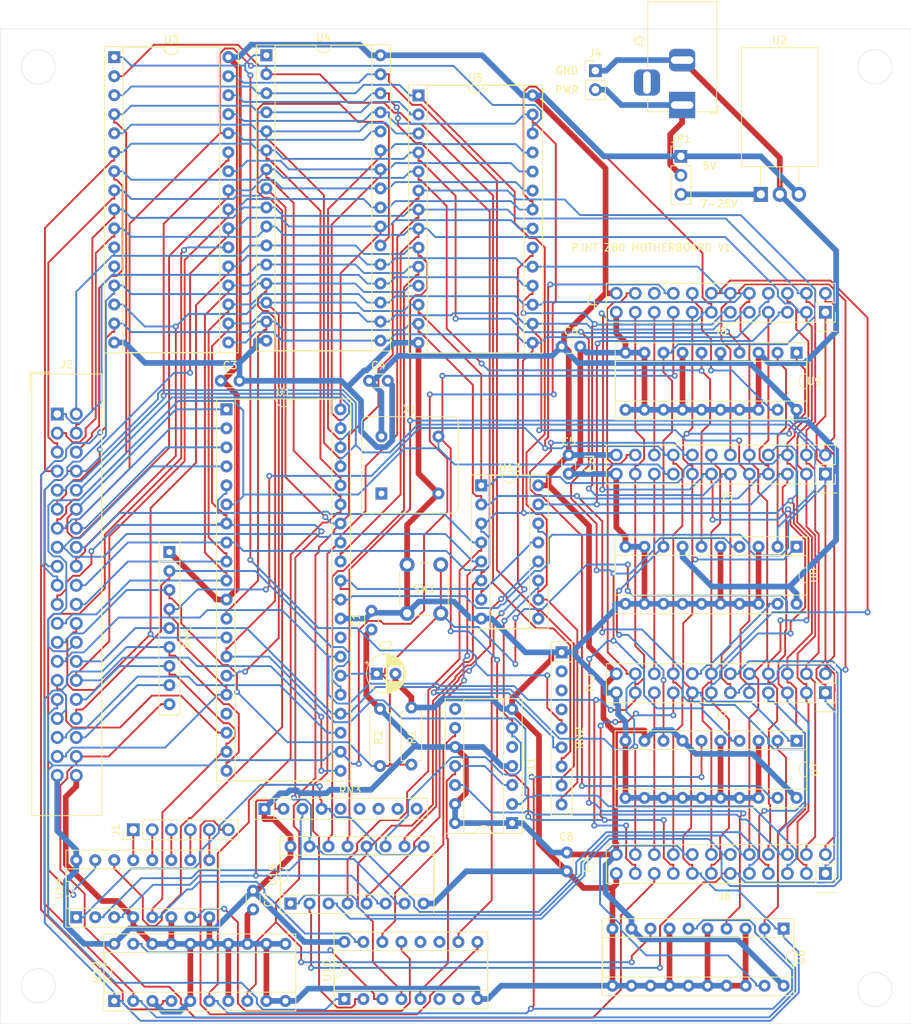
<source format=kicad_pcb>
(kicad_pcb (version 20171130) (host pcbnew "(5.1.2-1)-1")

  (general
    (thickness 1.6)
    (drawings 21)
    (tracks 2724)
    (zones 0)
    (modules 39)
    (nets 73)
  )

  (page USLetter)
  (layers
    (0 F.Cu signal)
    (31 B.Cu signal)
    (32 B.Adhes user)
    (33 F.Adhes user)
    (34 B.Paste user)
    (35 F.Paste user)
    (36 B.SilkS user)
    (37 F.SilkS user)
    (38 B.Mask user)
    (39 F.Mask user)
    (40 Dwgs.User user)
    (41 Cmts.User user)
    (42 Eco1.User user)
    (43 Eco2.User user)
    (44 Edge.Cuts user)
    (45 Margin user)
    (46 B.CrtYd user)
    (47 F.CrtYd user)
    (48 B.Fab user)
    (49 F.Fab user)
  )

  (setup
    (last_trace_width 0.25)
    (user_trace_width 0.762)
    (trace_clearance 0.127)
    (zone_clearance 0.508)
    (zone_45_only no)
    (trace_min 0.127)
    (via_size 0.8)
    (via_drill 0.4)
    (via_min_size 0.599999)
    (via_min_drill 0.3)
    (uvia_size 0.3)
    (uvia_drill 0.1)
    (uvias_allowed no)
    (uvia_min_size 0.2)
    (uvia_min_drill 0.1)
    (edge_width 0.05)
    (segment_width 0.2)
    (pcb_text_width 0.3)
    (pcb_text_size 1.5 1.5)
    (mod_edge_width 0.12)
    (mod_text_size 1 1)
    (mod_text_width 0.1524)
    (pad_size 1.524 1.524)
    (pad_drill 0.762)
    (pad_to_mask_clearance 0.051)
    (solder_mask_min_width 0.25)
    (aux_axis_origin 0 0)
    (visible_elements FFFFFF7F)
    (pcbplotparams
      (layerselection 0x010fc_ffffffff)
      (usegerberextensions false)
      (usegerberattributes false)
      (usegerberadvancedattributes false)
      (creategerberjobfile false)
      (excludeedgelayer true)
      (linewidth 0.100000)
      (plotframeref false)
      (viasonmask false)
      (mode 1)
      (useauxorigin false)
      (hpglpennumber 1)
      (hpglpenspeed 20)
      (hpglpendiameter 15.000000)
      (psnegative false)
      (psa4output false)
      (plotreference true)
      (plotvalue true)
      (plotinvisibletext false)
      (padsonsilk false)
      (subtractmaskfromsilk false)
      (outputformat 1)
      (mirror false)
      (drillshape 0)
      (scaleselection 1)
      (outputdirectory "gerbers"))
  )

  (net 0 "")
  (net 1 GND)
  (net 2 +5V)
  (net 3 D4)
  (net 4 D5)
  (net 5 D6)
  (net 6 D7)
  (net 7 ~RESET)
  (net 8 ~CLK)
  (net 9 ~M1)
  (net 10 ~WAIT)
  (net 11 ~HALT)
  (net 12 ~RD)
  (net 13 ~WR)
  (net 14 ~MREQ)
  (net 15 ~IORQ)
  (net 16 ~BUSRQ)
  (net 17 ~BUSACK)
  (net 18 D3)
  (net 19 D2)
  (net 20 D1)
  (net 21 D0)
  (net 22 A15)
  (net 23 A14)
  (net 24 A13)
  (net 25 A12)
  (net 26 A11)
  (net 27 A10)
  (net 28 A9)
  (net 29 A8)
  (net 30 A7)
  (net 31 A6)
  (net 32 A5)
  (net 33 A4)
  (net 34 A3)
  (net 35 A2)
  (net 36 A1)
  (net 37 A0)
  (net 38 "Net-(JP1-Pad3)")
  (net 39 ~INT)
  (net 40 /SheetMemory/MEM_A14)
  (net 41 /SheetMemory/MEM_A15)
  (net 42 /SheetMemory/MEM_A16)
  (net 43 /SheetMemory/MEM_A17)
  (net 44 /SheetMemory/MEM_A18)
  (net 45 /SheetPager/A19)
  (net 46 /SheetPager/A20)
  (net 47 /SheetPager/A21)
  (net 48 /SheetPager/PG_WR)
  (net 49 /SheetPager/PG_EN)
  (net 50 /SheetPager/RAM_EN)
  (net 51 /SheetMemory/MEM_ROM)
  (net 52 /SheetMemory/MEM_512K1)
  (net 53 /SheetMemory/MEM_512K2)
  (net 54 ~DBGIEO)
  (net 55 ~DBGBAO)
  (net 56 /SheetIO/~PORT2IEO)
  (net 57 /SheetIO/~PORT1IEO)
  (net 58 /SheetIO/PORT2)
  (net 59 /SheetIO/PORT1)
  (net 60 /SheetIO/~PORT3IEO)
  (net 61 /SheetIO/PORT4)
  (net 62 /SheetIO/PORT3)
  (net 63 /SheetPager/PAG_512K8)
  (net 64 /SheetPager/PAG_512K7)
  (net 65 /SheetPager/PAG_512K6)
  (net 66 /SheetPager/PAG_512K5)
  (net 67 /SheetPager/PAG_512K4)
  (net 68 /SheetPager/PAG_512K3)
  (net 69 "Net-(J3-Pad1)")
  (net 70 "Net-(U10-Pad13)")
  (net 71 "Net-(U10-Pad5)")
  (net 72 "Net-(U10-Pad3)")

  (net_class Default "This is the default net class."
    (clearance 0.127)
    (trace_width 0.25)
    (via_dia 0.8)
    (via_drill 0.4)
    (uvia_dia 0.3)
    (uvia_drill 0.1)
    (add_net +5V)
    (add_net /SheetIO/PORT1)
    (add_net /SheetIO/PORT2)
    (add_net /SheetIO/PORT3)
    (add_net /SheetIO/PORT4)
    (add_net /SheetIO/~PORT1IEO)
    (add_net /SheetIO/~PORT2IEO)
    (add_net /SheetIO/~PORT3IEO)
    (add_net /SheetMemory/MEM_512K1)
    (add_net /SheetMemory/MEM_512K2)
    (add_net /SheetMemory/MEM_A14)
    (add_net /SheetMemory/MEM_A15)
    (add_net /SheetMemory/MEM_A16)
    (add_net /SheetMemory/MEM_A17)
    (add_net /SheetMemory/MEM_A18)
    (add_net /SheetMemory/MEM_ROM)
    (add_net /SheetPager/A19)
    (add_net /SheetPager/A20)
    (add_net /SheetPager/A21)
    (add_net /SheetPager/PAG_512K3)
    (add_net /SheetPager/PAG_512K4)
    (add_net /SheetPager/PAG_512K5)
    (add_net /SheetPager/PAG_512K6)
    (add_net /SheetPager/PAG_512K7)
    (add_net /SheetPager/PAG_512K8)
    (add_net /SheetPager/PG_EN)
    (add_net /SheetPager/PG_WR)
    (add_net /SheetPager/RAM_EN)
    (add_net A0)
    (add_net A1)
    (add_net A10)
    (add_net A11)
    (add_net A12)
    (add_net A13)
    (add_net A14)
    (add_net A15)
    (add_net A2)
    (add_net A3)
    (add_net A4)
    (add_net A5)
    (add_net A6)
    (add_net A7)
    (add_net A8)
    (add_net A9)
    (add_net D0)
    (add_net D1)
    (add_net D2)
    (add_net D3)
    (add_net D4)
    (add_net D5)
    (add_net D6)
    (add_net D7)
    (add_net GND)
    (add_net "Net-(J3-Pad1)")
    (add_net "Net-(JP1-Pad3)")
    (add_net "Net-(U10-Pad13)")
    (add_net "Net-(U10-Pad3)")
    (add_net "Net-(U10-Pad5)")
    (add_net ~BUSACK)
    (add_net ~BUSRQ)
    (add_net ~CLK)
    (add_net ~DBGBAO)
    (add_net ~DBGIEO)
    (add_net ~HALT)
    (add_net ~INT)
    (add_net ~IORQ)
    (add_net ~M1)
    (add_net ~MREQ)
    (add_net ~RD)
    (add_net ~RESET)
    (add_net ~WAIT)
    (add_net ~WR)
  )

  (module Resistor_THT:R_Axial_DIN0207_L6.3mm_D2.5mm_P7.62mm_Horizontal (layer F.Cu) (tedit 5AE5139B) (tstamp 5DAF22A5)
    (at 114.236 125.095 270)
    (descr "Resistor, Axial_DIN0207 series, Axial, Horizontal, pin pitch=7.62mm, 0.25W = 1/4W, length*diameter=6.3*2.5mm^2, http://cdn-reichelt.de/documents/datenblatt/B400/1_4W%23YAG.pdf")
    (tags "Resistor Axial_DIN0207 series Axial Horizontal pin pitch 7.62mm 0.25W = 1/4W length 6.3mm diameter 2.5mm")
    (path /5DAF0DB0)
    (fp_text reference R2 (at 3.81 0.1905 90) (layer F.SilkS)
      (effects (font (size 1 1) (thickness 0.1524)))
    )
    (fp_text value 1k (at 3.81 2.37 90) (layer F.Fab)
      (effects (font (size 1 1) (thickness 0.15)))
    )
    (fp_line (start 8.67 -1.5) (end -1.05 -1.5) (layer F.CrtYd) (width 0.05))
    (fp_line (start 8.67 1.5) (end 8.67 -1.5) (layer F.CrtYd) (width 0.05))
    (fp_line (start -1.05 1.5) (end 8.67 1.5) (layer F.CrtYd) (width 0.05))
    (fp_line (start -1.05 -1.5) (end -1.05 1.5) (layer F.CrtYd) (width 0.05))
    (fp_line (start 7.08 1.37) (end 7.08 1.04) (layer F.SilkS) (width 0.12))
    (fp_line (start 0.54 1.37) (end 7.08 1.37) (layer F.SilkS) (width 0.12))
    (fp_line (start 0.54 1.04) (end 0.54 1.37) (layer F.SilkS) (width 0.12))
    (fp_line (start 7.08 -1.37) (end 7.08 -1.04) (layer F.SilkS) (width 0.12))
    (fp_line (start 0.54 -1.37) (end 7.08 -1.37) (layer F.SilkS) (width 0.12))
    (fp_line (start 0.54 -1.04) (end 0.54 -1.37) (layer F.SilkS) (width 0.12))
    (fp_line (start 7.62 0) (end 6.96 0) (layer F.Fab) (width 0.1))
    (fp_line (start 0 0) (end 0.66 0) (layer F.Fab) (width 0.1))
    (fp_line (start 6.96 -1.25) (end 0.66 -1.25) (layer F.Fab) (width 0.1))
    (fp_line (start 6.96 1.25) (end 6.96 -1.25) (layer F.Fab) (width 0.1))
    (fp_line (start 0.66 1.25) (end 6.96 1.25) (layer F.Fab) (width 0.1))
    (fp_line (start 0.66 -1.25) (end 0.66 1.25) (layer F.Fab) (width 0.1))
    (pad 2 thru_hole oval (at 7.62 0 270) (size 1.6 1.6) (drill 0.8) (layers *.Cu *.Mask)
      (net 7 ~RESET))
    (pad 1 thru_hole circle (at 0 0 270) (size 1.6 1.6) (drill 0.8) (layers *.Cu *.Mask)
      (net 2 +5V))
    (model ${KISYS3DMOD}/Resistor_THT.3dshapes/R_Axial_DIN0207_L6.3mm_D2.5mm_P7.62mm_Horizontal.wrl
      (at (xyz 0 0 0))
      (scale (xyz 1 1 1))
      (rotate (xyz 0 0 0))
    )
  )

  (module Resistor_THT:R_Axial_DIN0207_L6.3mm_D2.5mm_P7.62mm_Horizontal (layer F.Cu) (tedit 5AE5139B) (tstamp 5DAF2190)
    (at 118.428 132.524 90)
    (descr "Resistor, Axial_DIN0207 series, Axial, Horizontal, pin pitch=7.62mm, 0.25W = 1/4W, length*diameter=6.3*2.5mm^2, http://cdn-reichelt.de/documents/datenblatt/B400/1_4W%23YAG.pdf")
    (tags "Resistor Axial_DIN0207 series Axial Horizontal pin pitch 7.62mm 0.25W = 1/4W length 6.3mm diameter 2.5mm")
    (path /5DAF5EF5)
    (fp_text reference R1 (at 3.683 0.0635 90) (layer F.SilkS)
      (effects (font (size 1 1) (thickness 0.1524)))
    )
    (fp_text value 10k (at 3.556 2.6035 90) (layer F.Fab)
      (effects (font (size 1 1) (thickness 0.15)))
    )
    (fp_line (start 8.67 -1.5) (end -1.05 -1.5) (layer F.CrtYd) (width 0.05))
    (fp_line (start 8.67 1.5) (end 8.67 -1.5) (layer F.CrtYd) (width 0.05))
    (fp_line (start -1.05 1.5) (end 8.67 1.5) (layer F.CrtYd) (width 0.05))
    (fp_line (start -1.05 -1.5) (end -1.05 1.5) (layer F.CrtYd) (width 0.05))
    (fp_line (start 7.08 1.37) (end 7.08 1.04) (layer F.SilkS) (width 0.12))
    (fp_line (start 0.54 1.37) (end 7.08 1.37) (layer F.SilkS) (width 0.12))
    (fp_line (start 0.54 1.04) (end 0.54 1.37) (layer F.SilkS) (width 0.12))
    (fp_line (start 7.08 -1.37) (end 7.08 -1.04) (layer F.SilkS) (width 0.12))
    (fp_line (start 0.54 -1.37) (end 7.08 -1.37) (layer F.SilkS) (width 0.12))
    (fp_line (start 0.54 -1.04) (end 0.54 -1.37) (layer F.SilkS) (width 0.12))
    (fp_line (start 7.62 0) (end 6.96 0) (layer F.Fab) (width 0.1))
    (fp_line (start 0 0) (end 0.66 0) (layer F.Fab) (width 0.1))
    (fp_line (start 6.96 -1.25) (end 0.66 -1.25) (layer F.Fab) (width 0.1))
    (fp_line (start 6.96 1.25) (end 6.96 -1.25) (layer F.Fab) (width 0.1))
    (fp_line (start 0.66 1.25) (end 6.96 1.25) (layer F.Fab) (width 0.1))
    (fp_line (start 0.66 -1.25) (end 0.66 1.25) (layer F.Fab) (width 0.1))
    (pad 2 thru_hole oval (at 7.62 0 90) (size 1.6 1.6) (drill 0.8) (layers *.Cu *.Mask)
      (net 1 GND))
    (pad 1 thru_hole circle (at 0 0 90) (size 1.6 1.6) (drill 0.8) (layers *.Cu *.Mask)
      (net 7 ~RESET))
    (model ${KISYS3DMOD}/Resistor_THT.3dshapes/R_Axial_DIN0207_L6.3mm_D2.5mm_P7.62mm_Horizontal.wrl
      (at (xyz 0 0 0))
      (scale (xyz 1 1 1))
      (rotate (xyz 0 0 0))
    )
  )

  (module Package_DIP:DIP-16_W7.62mm_Socket (layer F.Cu) (tedit 5A02E8C5) (tstamp 5DAF1C89)
    (at 109.474 163.83 90)
    (descr "16-lead though-hole mounted DIP package, row spacing 7.62 mm (300 mils), Socket")
    (tags "THT DIP DIL PDIP 2.54mm 7.62mm 300mil Socket")
    (path /5D847EA3/5D7E5CC5)
    (fp_text reference U10 (at 3.81 -2.33 90) (layer F.SilkS)
      (effects (font (size 1 1) (thickness 0.1524)))
    )
    (fp_text value 74LS139 (at 3.81 20.11 90) (layer F.Fab)
      (effects (font (size 1 1) (thickness 0.15)))
    )
    (fp_text user %R (at 3.81 8.89 90) (layer F.Fab)
      (effects (font (size 1 1) (thickness 0.15)))
    )
    (fp_line (start 9.15 -1.6) (end -1.55 -1.6) (layer F.CrtYd) (width 0.05))
    (fp_line (start 9.15 19.4) (end 9.15 -1.6) (layer F.CrtYd) (width 0.05))
    (fp_line (start -1.55 19.4) (end 9.15 19.4) (layer F.CrtYd) (width 0.05))
    (fp_line (start -1.55 -1.6) (end -1.55 19.4) (layer F.CrtYd) (width 0.05))
    (fp_line (start 8.95 -1.39) (end -1.33 -1.39) (layer F.SilkS) (width 0.12))
    (fp_line (start 8.95 19.17) (end 8.95 -1.39) (layer F.SilkS) (width 0.12))
    (fp_line (start -1.33 19.17) (end 8.95 19.17) (layer F.SilkS) (width 0.12))
    (fp_line (start -1.33 -1.39) (end -1.33 19.17) (layer F.SilkS) (width 0.12))
    (fp_line (start 6.46 -1.33) (end 4.81 -1.33) (layer F.SilkS) (width 0.12))
    (fp_line (start 6.46 19.11) (end 6.46 -1.33) (layer F.SilkS) (width 0.12))
    (fp_line (start 1.16 19.11) (end 6.46 19.11) (layer F.SilkS) (width 0.12))
    (fp_line (start 1.16 -1.33) (end 1.16 19.11) (layer F.SilkS) (width 0.12))
    (fp_line (start 2.81 -1.33) (end 1.16 -1.33) (layer F.SilkS) (width 0.12))
    (fp_line (start 8.89 -1.33) (end -1.27 -1.33) (layer F.Fab) (width 0.1))
    (fp_line (start 8.89 19.11) (end 8.89 -1.33) (layer F.Fab) (width 0.1))
    (fp_line (start -1.27 19.11) (end 8.89 19.11) (layer F.Fab) (width 0.1))
    (fp_line (start -1.27 -1.33) (end -1.27 19.11) (layer F.Fab) (width 0.1))
    (fp_line (start 0.635 -0.27) (end 1.635 -1.27) (layer F.Fab) (width 0.1))
    (fp_line (start 0.635 19.05) (end 0.635 -0.27) (layer F.Fab) (width 0.1))
    (fp_line (start 6.985 19.05) (end 0.635 19.05) (layer F.Fab) (width 0.1))
    (fp_line (start 6.985 -1.27) (end 6.985 19.05) (layer F.Fab) (width 0.1))
    (fp_line (start 1.635 -1.27) (end 6.985 -1.27) (layer F.Fab) (width 0.1))
    (fp_arc (start 3.81 -1.33) (end 2.81 -1.33) (angle -180) (layer F.SilkS) (width 0.12))
    (pad 16 thru_hole oval (at 7.62 0 90) (size 1.6 1.6) (drill 0.8) (layers *.Cu *.Mask)
      (net 2 +5V))
    (pad 8 thru_hole oval (at 0 17.78 90) (size 1.6 1.6) (drill 0.8) (layers *.Cu *.Mask)
      (net 1 GND))
    (pad 15 thru_hole oval (at 7.62 2.54 90) (size 1.6 1.6) (drill 0.8) (layers *.Cu *.Mask)
      (net 14 ~MREQ))
    (pad 7 thru_hole oval (at 0 15.24 90) (size 1.6 1.6) (drill 0.8) (layers *.Cu *.Mask))
    (pad 14 thru_hole oval (at 7.62 5.08 90) (size 1.6 1.6) (drill 0.8) (layers *.Cu *.Mask)
      (net 50 /SheetPager/RAM_EN))
    (pad 6 thru_hole oval (at 0 12.7 90) (size 1.6 1.6) (drill 0.8) (layers *.Cu *.Mask))
    (pad 13 thru_hole oval (at 7.62 7.62 90) (size 1.6 1.6) (drill 0.8) (layers *.Cu *.Mask)
      (net 70 "Net-(U10-Pad13)"))
    (pad 5 thru_hole oval (at 0 10.16 90) (size 1.6 1.6) (drill 0.8) (layers *.Cu *.Mask)
      (net 71 "Net-(U10-Pad5)"))
    (pad 12 thru_hole oval (at 7.62 10.16 90) (size 1.6 1.6) (drill 0.8) (layers *.Cu *.Mask))
    (pad 4 thru_hole oval (at 0 7.62 90) (size 1.6 1.6) (drill 0.8) (layers *.Cu *.Mask)
      (net 48 /SheetPager/PG_WR))
    (pad 11 thru_hole oval (at 7.62 12.7 90) (size 1.6 1.6) (drill 0.8) (layers *.Cu *.Mask))
    (pad 3 thru_hole oval (at 0 5.08 90) (size 1.6 1.6) (drill 0.8) (layers *.Cu *.Mask)
      (net 72 "Net-(U10-Pad3)"))
    (pad 10 thru_hole oval (at 7.62 15.24 90) (size 1.6 1.6) (drill 0.8) (layers *.Cu *.Mask)
      (net 51 /SheetMemory/MEM_ROM))
    (pad 2 thru_hole oval (at 0 2.54 90) (size 1.6 1.6) (drill 0.8) (layers *.Cu *.Mask)
      (net 34 A3))
    (pad 9 thru_hole oval (at 7.62 17.78 90) (size 1.6 1.6) (drill 0.8) (layers *.Cu *.Mask)
      (net 63 /SheetPager/PAG_512K8))
    (pad 1 thru_hole rect (at 0 0 90) (size 1.6 1.6) (drill 0.8) (layers *.Cu *.Mask)
      (net 13 ~WR))
    (model ${KISYS3DMOD}/Package_DIP.3dshapes/DIP-16_W7.62mm_Socket.wrl
      (at (xyz 0 0 0))
      (scale (xyz 1 1 1))
      (rotate (xyz 0 0 0))
    )
  )

  (module Button_Switch_THT:SW_PUSH_6mm (layer F.Cu) (tedit 5A02FE31) (tstamp 5DAF2AD2)
    (at 117.856 112.332 90)
    (descr https://www.omron.com/ecb/products/pdf/en-b3f.pdf)
    (tags "tact sw push 6mm")
    (path /5DAFC266)
    (fp_text reference SW1 (at 3.25 2.286 180) (layer F.SilkS)
      (effects (font (size 1 1) (thickness 0.1524)))
    )
    (fp_text value SW_Push (at 3.75 6.7 90) (layer F.Fab) hide
      (effects (font (size 1 1) (thickness 0.15)))
    )
    (fp_circle (center 3.25 2.25) (end 1.25 2.5) (layer F.Fab) (width 0.1))
    (fp_line (start 6.75 3) (end 6.75 1.5) (layer F.SilkS) (width 0.12))
    (fp_line (start 5.5 -1) (end 1 -1) (layer F.SilkS) (width 0.12))
    (fp_line (start -0.25 1.5) (end -0.25 3) (layer F.SilkS) (width 0.12))
    (fp_line (start 1 5.5) (end 5.5 5.5) (layer F.SilkS) (width 0.12))
    (fp_line (start 8 -1.25) (end 8 5.75) (layer F.CrtYd) (width 0.05))
    (fp_line (start 7.75 6) (end -1.25 6) (layer F.CrtYd) (width 0.05))
    (fp_line (start -1.5 5.75) (end -1.5 -1.25) (layer F.CrtYd) (width 0.05))
    (fp_line (start -1.25 -1.5) (end 7.75 -1.5) (layer F.CrtYd) (width 0.05))
    (fp_line (start -1.5 6) (end -1.25 6) (layer F.CrtYd) (width 0.05))
    (fp_line (start -1.5 5.75) (end -1.5 6) (layer F.CrtYd) (width 0.05))
    (fp_line (start -1.5 -1.5) (end -1.25 -1.5) (layer F.CrtYd) (width 0.05))
    (fp_line (start -1.5 -1.25) (end -1.5 -1.5) (layer F.CrtYd) (width 0.05))
    (fp_line (start 8 -1.5) (end 8 -1.25) (layer F.CrtYd) (width 0.05))
    (fp_line (start 7.75 -1.5) (end 8 -1.5) (layer F.CrtYd) (width 0.05))
    (fp_line (start 8 6) (end 8 5.75) (layer F.CrtYd) (width 0.05))
    (fp_line (start 7.75 6) (end 8 6) (layer F.CrtYd) (width 0.05))
    (fp_line (start 0.25 -0.75) (end 3.25 -0.75) (layer F.Fab) (width 0.1))
    (fp_line (start 0.25 5.25) (end 0.25 -0.75) (layer F.Fab) (width 0.1))
    (fp_line (start 6.25 5.25) (end 0.25 5.25) (layer F.Fab) (width 0.1))
    (fp_line (start 6.25 -0.75) (end 6.25 5.25) (layer F.Fab) (width 0.1))
    (fp_line (start 3.25 -0.75) (end 6.25 -0.75) (layer F.Fab) (width 0.1))
    (pad 1 thru_hole circle (at 6.5 0 180) (size 2 2) (drill 1.1) (layers *.Cu *.Mask)
      (net 1 GND))
    (pad 2 thru_hole circle (at 6.5 4.5 180) (size 2 2) (drill 1.1) (layers *.Cu *.Mask)
      (net 7 ~RESET))
    (pad 1 thru_hole circle (at 0 0 180) (size 2 2) (drill 1.1) (layers *.Cu *.Mask)
      (net 1 GND))
    (pad 2 thru_hole circle (at 0 4.5 180) (size 2 2) (drill 1.1) (layers *.Cu *.Mask)
      (net 7 ~RESET))
    (model ${KISYS3DMOD}/Button_Switch_THT.3dshapes/SW_PUSH_6mm.wrl
      (at (xyz 0 0 0))
      (scale (xyz 1 1 1))
      (rotate (xyz 0 0 0))
    )
  )

  (module Capacitor_THT:C_Disc_D3.0mm_W1.6mm_P2.50mm (layer F.Cu) (tedit 5AE50EF0) (tstamp 5DAF15CE)
    (at 138.496 76.704)
    (descr "C, Disc series, Radial, pin pitch=2.50mm, , diameter*width=3.0*1.6mm^2, Capacitor, http://www.vishay.com/docs/45233/krseries.pdf")
    (tags "C Disc series Radial pin pitch 2.50mm  diameter 3.0mm width 1.6mm Capacitor")
    (path /5D81BA5C/5D8D2710)
    (fp_text reference C6 (at 1.25 -2.05) (layer F.SilkS)
      (effects (font (size 1 1) (thickness 0.15)))
    )
    (fp_text value 0.1u (at 1.25 2.05) (layer F.Fab)
      (effects (font (size 1 1) (thickness 0.15)))
    )
    (fp_text user %R (at 1.25 0) (layer F.Fab)
      (effects (font (size 0.6 0.6) (thickness 0.09)))
    )
    (fp_line (start 3.55 -1.05) (end -1.05 -1.05) (layer F.CrtYd) (width 0.05))
    (fp_line (start 3.55 1.05) (end 3.55 -1.05) (layer F.CrtYd) (width 0.05))
    (fp_line (start -1.05 1.05) (end 3.55 1.05) (layer F.CrtYd) (width 0.05))
    (fp_line (start -1.05 -1.05) (end -1.05 1.05) (layer F.CrtYd) (width 0.05))
    (fp_line (start 0.621 0.92) (end 1.879 0.92) (layer F.SilkS) (width 0.12))
    (fp_line (start 0.621 -0.92) (end 1.879 -0.92) (layer F.SilkS) (width 0.12))
    (fp_line (start 2.75 -0.8) (end -0.25 -0.8) (layer F.Fab) (width 0.1))
    (fp_line (start 2.75 0.8) (end 2.75 -0.8) (layer F.Fab) (width 0.1))
    (fp_line (start -0.25 0.8) (end 2.75 0.8) (layer F.Fab) (width 0.1))
    (fp_line (start -0.25 -0.8) (end -0.25 0.8) (layer F.Fab) (width 0.1))
    (pad 2 thru_hole circle (at 2.5 0) (size 1.6 1.6) (drill 0.8) (layers *.Cu *.Mask)
      (net 1 GND))
    (pad 1 thru_hole circle (at 0 0) (size 1.6 1.6) (drill 0.8) (layers *.Cu *.Mask)
      (net 2 +5V))
    (model ${KISYS3DMOD}/Capacitor_THT.3dshapes/C_Disc_D3.0mm_W1.6mm_P2.50mm.wrl
      (at (xyz 0 0 0))
      (scale (xyz 1 1 1))
      (rotate (xyz 0 0 0))
    )
  )

  (module Capacitor_THT:CP_Radial_D5.0mm_P2.50mm (layer F.Cu) (tedit 5AE50EF0) (tstamp 5DAF158E)
    (at 113.792 120.396)
    (descr "CP, Radial series, Radial, pin pitch=2.50mm, , diameter=5mm, Electrolytic Capacitor")
    (tags "CP Radial series Radial pin pitch 2.50mm  diameter 5mm Electrolytic Capacitor")
    (path /5DAF1B7A)
    (fp_text reference C2 (at 1.25 -3.75) (layer F.SilkS)
      (effects (font (size 1 1) (thickness 0.1524)))
    )
    (fp_text value 1u (at 3.302 -3.302) (layer F.Fab)
      (effects (font (size 1 1) (thickness 0.15)))
    )
    (fp_line (start -1.304775 -1.725) (end -1.304775 -1.225) (layer F.SilkS) (width 0.12))
    (fp_line (start -1.554775 -1.475) (end -1.054775 -1.475) (layer F.SilkS) (width 0.12))
    (fp_line (start 3.851 -0.284) (end 3.851 0.284) (layer F.SilkS) (width 0.12))
    (fp_line (start 3.811 -0.518) (end 3.811 0.518) (layer F.SilkS) (width 0.12))
    (fp_line (start 3.771 -0.677) (end 3.771 0.677) (layer F.SilkS) (width 0.12))
    (fp_line (start 3.731 -0.805) (end 3.731 0.805) (layer F.SilkS) (width 0.12))
    (fp_line (start 3.691 -0.915) (end 3.691 0.915) (layer F.SilkS) (width 0.12))
    (fp_line (start 3.651 -1.011) (end 3.651 1.011) (layer F.SilkS) (width 0.12))
    (fp_line (start 3.611 -1.098) (end 3.611 1.098) (layer F.SilkS) (width 0.12))
    (fp_line (start 3.571 -1.178) (end 3.571 1.178) (layer F.SilkS) (width 0.12))
    (fp_line (start 3.531 1.04) (end 3.531 1.251) (layer F.SilkS) (width 0.12))
    (fp_line (start 3.531 -1.251) (end 3.531 -1.04) (layer F.SilkS) (width 0.12))
    (fp_line (start 3.491 1.04) (end 3.491 1.319) (layer F.SilkS) (width 0.12))
    (fp_line (start 3.491 -1.319) (end 3.491 -1.04) (layer F.SilkS) (width 0.12))
    (fp_line (start 3.451 1.04) (end 3.451 1.383) (layer F.SilkS) (width 0.12))
    (fp_line (start 3.451 -1.383) (end 3.451 -1.04) (layer F.SilkS) (width 0.12))
    (fp_line (start 3.411 1.04) (end 3.411 1.443) (layer F.SilkS) (width 0.12))
    (fp_line (start 3.411 -1.443) (end 3.411 -1.04) (layer F.SilkS) (width 0.12))
    (fp_line (start 3.371 1.04) (end 3.371 1.5) (layer F.SilkS) (width 0.12))
    (fp_line (start 3.371 -1.5) (end 3.371 -1.04) (layer F.SilkS) (width 0.12))
    (fp_line (start 3.331 1.04) (end 3.331 1.554) (layer F.SilkS) (width 0.12))
    (fp_line (start 3.331 -1.554) (end 3.331 -1.04) (layer F.SilkS) (width 0.12))
    (fp_line (start 3.291 1.04) (end 3.291 1.605) (layer F.SilkS) (width 0.12))
    (fp_line (start 3.291 -1.605) (end 3.291 -1.04) (layer F.SilkS) (width 0.12))
    (fp_line (start 3.251 1.04) (end 3.251 1.653) (layer F.SilkS) (width 0.12))
    (fp_line (start 3.251 -1.653) (end 3.251 -1.04) (layer F.SilkS) (width 0.12))
    (fp_line (start 3.211 1.04) (end 3.211 1.699) (layer F.SilkS) (width 0.12))
    (fp_line (start 3.211 -1.699) (end 3.211 -1.04) (layer F.SilkS) (width 0.12))
    (fp_line (start 3.171 1.04) (end 3.171 1.743) (layer F.SilkS) (width 0.12))
    (fp_line (start 3.171 -1.743) (end 3.171 -1.04) (layer F.SilkS) (width 0.12))
    (fp_line (start 3.131 1.04) (end 3.131 1.785) (layer F.SilkS) (width 0.12))
    (fp_line (start 3.131 -1.785) (end 3.131 -1.04) (layer F.SilkS) (width 0.12))
    (fp_line (start 3.091 1.04) (end 3.091 1.826) (layer F.SilkS) (width 0.12))
    (fp_line (start 3.091 -1.826) (end 3.091 -1.04) (layer F.SilkS) (width 0.12))
    (fp_line (start 3.051 1.04) (end 3.051 1.864) (layer F.SilkS) (width 0.12))
    (fp_line (start 3.051 -1.864) (end 3.051 -1.04) (layer F.SilkS) (width 0.12))
    (fp_line (start 3.011 1.04) (end 3.011 1.901) (layer F.SilkS) (width 0.12))
    (fp_line (start 3.011 -1.901) (end 3.011 -1.04) (layer F.SilkS) (width 0.12))
    (fp_line (start 2.971 1.04) (end 2.971 1.937) (layer F.SilkS) (width 0.12))
    (fp_line (start 2.971 -1.937) (end 2.971 -1.04) (layer F.SilkS) (width 0.12))
    (fp_line (start 2.931 1.04) (end 2.931 1.971) (layer F.SilkS) (width 0.12))
    (fp_line (start 2.931 -1.971) (end 2.931 -1.04) (layer F.SilkS) (width 0.12))
    (fp_line (start 2.891 1.04) (end 2.891 2.004) (layer F.SilkS) (width 0.12))
    (fp_line (start 2.891 -2.004) (end 2.891 -1.04) (layer F.SilkS) (width 0.12))
    (fp_line (start 2.851 1.04) (end 2.851 2.035) (layer F.SilkS) (width 0.12))
    (fp_line (start 2.851 -2.035) (end 2.851 -1.04) (layer F.SilkS) (width 0.12))
    (fp_line (start 2.811 1.04) (end 2.811 2.065) (layer F.SilkS) (width 0.12))
    (fp_line (start 2.811 -2.065) (end 2.811 -1.04) (layer F.SilkS) (width 0.12))
    (fp_line (start 2.771 1.04) (end 2.771 2.095) (layer F.SilkS) (width 0.12))
    (fp_line (start 2.771 -2.095) (end 2.771 -1.04) (layer F.SilkS) (width 0.12))
    (fp_line (start 2.731 1.04) (end 2.731 2.122) (layer F.SilkS) (width 0.12))
    (fp_line (start 2.731 -2.122) (end 2.731 -1.04) (layer F.SilkS) (width 0.12))
    (fp_line (start 2.691 1.04) (end 2.691 2.149) (layer F.SilkS) (width 0.12))
    (fp_line (start 2.691 -2.149) (end 2.691 -1.04) (layer F.SilkS) (width 0.12))
    (fp_line (start 2.651 1.04) (end 2.651 2.175) (layer F.SilkS) (width 0.12))
    (fp_line (start 2.651 -2.175) (end 2.651 -1.04) (layer F.SilkS) (width 0.12))
    (fp_line (start 2.611 1.04) (end 2.611 2.2) (layer F.SilkS) (width 0.12))
    (fp_line (start 2.611 -2.2) (end 2.611 -1.04) (layer F.SilkS) (width 0.12))
    (fp_line (start 2.571 1.04) (end 2.571 2.224) (layer F.SilkS) (width 0.12))
    (fp_line (start 2.571 -2.224) (end 2.571 -1.04) (layer F.SilkS) (width 0.12))
    (fp_line (start 2.531 1.04) (end 2.531 2.247) (layer F.SilkS) (width 0.12))
    (fp_line (start 2.531 -2.247) (end 2.531 -1.04) (layer F.SilkS) (width 0.12))
    (fp_line (start 2.491 1.04) (end 2.491 2.268) (layer F.SilkS) (width 0.12))
    (fp_line (start 2.491 -2.268) (end 2.491 -1.04) (layer F.SilkS) (width 0.12))
    (fp_line (start 2.451 1.04) (end 2.451 2.29) (layer F.SilkS) (width 0.12))
    (fp_line (start 2.451 -2.29) (end 2.451 -1.04) (layer F.SilkS) (width 0.12))
    (fp_line (start 2.411 1.04) (end 2.411 2.31) (layer F.SilkS) (width 0.12))
    (fp_line (start 2.411 -2.31) (end 2.411 -1.04) (layer F.SilkS) (width 0.12))
    (fp_line (start 2.371 1.04) (end 2.371 2.329) (layer F.SilkS) (width 0.12))
    (fp_line (start 2.371 -2.329) (end 2.371 -1.04) (layer F.SilkS) (width 0.12))
    (fp_line (start 2.331 1.04) (end 2.331 2.348) (layer F.SilkS) (width 0.12))
    (fp_line (start 2.331 -2.348) (end 2.331 -1.04) (layer F.SilkS) (width 0.12))
    (fp_line (start 2.291 1.04) (end 2.291 2.365) (layer F.SilkS) (width 0.12))
    (fp_line (start 2.291 -2.365) (end 2.291 -1.04) (layer F.SilkS) (width 0.12))
    (fp_line (start 2.251 1.04) (end 2.251 2.382) (layer F.SilkS) (width 0.12))
    (fp_line (start 2.251 -2.382) (end 2.251 -1.04) (layer F.SilkS) (width 0.12))
    (fp_line (start 2.211 1.04) (end 2.211 2.398) (layer F.SilkS) (width 0.12))
    (fp_line (start 2.211 -2.398) (end 2.211 -1.04) (layer F.SilkS) (width 0.12))
    (fp_line (start 2.171 1.04) (end 2.171 2.414) (layer F.SilkS) (width 0.12))
    (fp_line (start 2.171 -2.414) (end 2.171 -1.04) (layer F.SilkS) (width 0.12))
    (fp_line (start 2.131 1.04) (end 2.131 2.428) (layer F.SilkS) (width 0.12))
    (fp_line (start 2.131 -2.428) (end 2.131 -1.04) (layer F.SilkS) (width 0.12))
    (fp_line (start 2.091 1.04) (end 2.091 2.442) (layer F.SilkS) (width 0.12))
    (fp_line (start 2.091 -2.442) (end 2.091 -1.04) (layer F.SilkS) (width 0.12))
    (fp_line (start 2.051 1.04) (end 2.051 2.455) (layer F.SilkS) (width 0.12))
    (fp_line (start 2.051 -2.455) (end 2.051 -1.04) (layer F.SilkS) (width 0.12))
    (fp_line (start 2.011 1.04) (end 2.011 2.468) (layer F.SilkS) (width 0.12))
    (fp_line (start 2.011 -2.468) (end 2.011 -1.04) (layer F.SilkS) (width 0.12))
    (fp_line (start 1.971 1.04) (end 1.971 2.48) (layer F.SilkS) (width 0.12))
    (fp_line (start 1.971 -2.48) (end 1.971 -1.04) (layer F.SilkS) (width 0.12))
    (fp_line (start 1.93 1.04) (end 1.93 2.491) (layer F.SilkS) (width 0.12))
    (fp_line (start 1.93 -2.491) (end 1.93 -1.04) (layer F.SilkS) (width 0.12))
    (fp_line (start 1.89 1.04) (end 1.89 2.501) (layer F.SilkS) (width 0.12))
    (fp_line (start 1.89 -2.501) (end 1.89 -1.04) (layer F.SilkS) (width 0.12))
    (fp_line (start 1.85 1.04) (end 1.85 2.511) (layer F.SilkS) (width 0.12))
    (fp_line (start 1.85 -2.511) (end 1.85 -1.04) (layer F.SilkS) (width 0.12))
    (fp_line (start 1.81 1.04) (end 1.81 2.52) (layer F.SilkS) (width 0.12))
    (fp_line (start 1.81 -2.52) (end 1.81 -1.04) (layer F.SilkS) (width 0.12))
    (fp_line (start 1.77 1.04) (end 1.77 2.528) (layer F.SilkS) (width 0.12))
    (fp_line (start 1.77 -2.528) (end 1.77 -1.04) (layer F.SilkS) (width 0.12))
    (fp_line (start 1.73 1.04) (end 1.73 2.536) (layer F.SilkS) (width 0.12))
    (fp_line (start 1.73 -2.536) (end 1.73 -1.04) (layer F.SilkS) (width 0.12))
    (fp_line (start 1.69 1.04) (end 1.69 2.543) (layer F.SilkS) (width 0.12))
    (fp_line (start 1.69 -2.543) (end 1.69 -1.04) (layer F.SilkS) (width 0.12))
    (fp_line (start 1.65 1.04) (end 1.65 2.55) (layer F.SilkS) (width 0.12))
    (fp_line (start 1.65 -2.55) (end 1.65 -1.04) (layer F.SilkS) (width 0.12))
    (fp_line (start 1.61 1.04) (end 1.61 2.556) (layer F.SilkS) (width 0.12))
    (fp_line (start 1.61 -2.556) (end 1.61 -1.04) (layer F.SilkS) (width 0.12))
    (fp_line (start 1.57 1.04) (end 1.57 2.561) (layer F.SilkS) (width 0.12))
    (fp_line (start 1.57 -2.561) (end 1.57 -1.04) (layer F.SilkS) (width 0.12))
    (fp_line (start 1.53 1.04) (end 1.53 2.565) (layer F.SilkS) (width 0.12))
    (fp_line (start 1.53 -2.565) (end 1.53 -1.04) (layer F.SilkS) (width 0.12))
    (fp_line (start 1.49 1.04) (end 1.49 2.569) (layer F.SilkS) (width 0.12))
    (fp_line (start 1.49 -2.569) (end 1.49 -1.04) (layer F.SilkS) (width 0.12))
    (fp_line (start 1.45 -2.573) (end 1.45 2.573) (layer F.SilkS) (width 0.12))
    (fp_line (start 1.41 -2.576) (end 1.41 2.576) (layer F.SilkS) (width 0.12))
    (fp_line (start 1.37 -2.578) (end 1.37 2.578) (layer F.SilkS) (width 0.12))
    (fp_line (start 1.33 -2.579) (end 1.33 2.579) (layer F.SilkS) (width 0.12))
    (fp_line (start 1.29 -2.58) (end 1.29 2.58) (layer F.SilkS) (width 0.12))
    (fp_line (start 1.25 -2.58) (end 1.25 2.58) (layer F.SilkS) (width 0.12))
    (fp_line (start -0.633605 -1.3375) (end -0.633605 -0.8375) (layer F.Fab) (width 0.1))
    (fp_line (start -0.883605 -1.0875) (end -0.383605 -1.0875) (layer F.Fab) (width 0.1))
    (fp_circle (center 1.25 0) (end 4 0) (layer F.CrtYd) (width 0.05))
    (fp_circle (center 1.25 0) (end 3.87 0) (layer F.SilkS) (width 0.12))
    (fp_circle (center 1.25 0) (end 3.75 0) (layer F.Fab) (width 0.1))
    (pad 2 thru_hole circle (at 2.5 0) (size 1.6 1.6) (drill 0.8) (layers *.Cu *.Mask)
      (net 1 GND))
    (pad 1 thru_hole rect (at 0 0) (size 1.6 1.6) (drill 0.8) (layers *.Cu *.Mask)
      (net 7 ~RESET))
    (model ${KISYS3DMOD}/Capacitor_THT.3dshapes/CP_Radial_D5.0mm_P2.50mm.wrl
      (at (xyz 0 0 0))
      (scale (xyz 1 1 1))
      (rotate (xyz 0 0 0))
    )
  )

  (module Connector_PinHeader_2.54mm:PinHeader_1x02_P2.54mm_Vertical (layer F.Cu) (tedit 59FED5CC) (tstamp 5DA3CCC3)
    (at 143.002 39.878)
    (descr "Through hole straight pin header, 1x02, 2.54mm pitch, single row")
    (tags "Through hole pin header THT 1x02 2.54mm single row")
    (path /5D8C344B)
    (fp_text reference J4 (at 0 -2.33) (layer F.SilkS)
      (effects (font (size 1 1) (thickness 0.1524)))
    )
    (fp_text value Conn_01x02 (at 0 4.87) (layer F.Fab) hide
      (effects (font (size 1 1) (thickness 0.15)))
    )
    (fp_text user %R (at 0 1.27 90) (layer F.Fab)
      (effects (font (size 1 1) (thickness 0.15)))
    )
    (fp_line (start 1.8 -1.8) (end -1.8 -1.8) (layer F.CrtYd) (width 0.05))
    (fp_line (start 1.8 4.35) (end 1.8 -1.8) (layer F.CrtYd) (width 0.05))
    (fp_line (start -1.8 4.35) (end 1.8 4.35) (layer F.CrtYd) (width 0.05))
    (fp_line (start -1.8 -1.8) (end -1.8 4.35) (layer F.CrtYd) (width 0.05))
    (fp_line (start -1.33 -1.33) (end 0 -1.33) (layer F.SilkS) (width 0.12))
    (fp_line (start -1.33 0) (end -1.33 -1.33) (layer F.SilkS) (width 0.12))
    (fp_line (start -1.33 1.27) (end 1.33 1.27) (layer F.SilkS) (width 0.12))
    (fp_line (start 1.33 1.27) (end 1.33 3.87) (layer F.SilkS) (width 0.12))
    (fp_line (start -1.33 1.27) (end -1.33 3.87) (layer F.SilkS) (width 0.12))
    (fp_line (start -1.33 3.87) (end 1.33 3.87) (layer F.SilkS) (width 0.12))
    (fp_line (start -1.27 -0.635) (end -0.635 -1.27) (layer F.Fab) (width 0.1))
    (fp_line (start -1.27 3.81) (end -1.27 -0.635) (layer F.Fab) (width 0.1))
    (fp_line (start 1.27 3.81) (end -1.27 3.81) (layer F.Fab) (width 0.1))
    (fp_line (start 1.27 -1.27) (end 1.27 3.81) (layer F.Fab) (width 0.1))
    (fp_line (start -0.635 -1.27) (end 1.27 -1.27) (layer F.Fab) (width 0.1))
    (pad 2 thru_hole oval (at 0 2.54) (size 1.7 1.7) (drill 1) (layers *.Cu *.Mask)
      (net 69 "Net-(J3-Pad1)"))
    (pad 1 thru_hole rect (at 0 0) (size 1.7 1.7) (drill 1) (layers *.Cu *.Mask)
      (net 1 GND))
    (model ${KISYS3DMOD}/Connector_PinHeader_2.54mm.3dshapes/PinHeader_1x02_P2.54mm_Vertical.wrl
      (at (xyz 0 0 0))
      (scale (xyz 1 1 1))
      (rotate (xyz 0 0 0))
    )
  )

  (module Package_DIP:DIP-28_W15.24mm_Socket (layer F.Cu) (tedit 5A02E8C5) (tstamp 5D80217F)
    (at 119.38 43.18)
    (descr "28-lead though-hole mounted DIP package, row spacing 15.24 mm (600 mils), Socket")
    (tags "THT DIP DIL PDIP 2.54mm 15.24mm 600mil Socket")
    (path /5D7E5BE3/5D7FFB91)
    (fp_text reference U5 (at 7.62 -2.33) (layer F.SilkS)
      (effects (font (size 1 1) (thickness 0.1524)))
    )
    (fp_text value 28C256 (at 7.62 35.35) (layer F.Fab)
      (effects (font (size 1 1) (thickness 0.15)))
    )
    (fp_line (start 16.8 -1.6) (end -1.55 -1.6) (layer F.CrtYd) (width 0.05))
    (fp_line (start 16.8 34.65) (end 16.8 -1.6) (layer F.CrtYd) (width 0.05))
    (fp_line (start -1.55 34.65) (end 16.8 34.65) (layer F.CrtYd) (width 0.05))
    (fp_line (start -1.55 -1.6) (end -1.55 34.65) (layer F.CrtYd) (width 0.05))
    (fp_line (start 16.57 -1.39) (end -1.33 -1.39) (layer F.SilkS) (width 0.12))
    (fp_line (start 16.57 34.41) (end 16.57 -1.39) (layer F.SilkS) (width 0.12))
    (fp_line (start -1.33 34.41) (end 16.57 34.41) (layer F.SilkS) (width 0.12))
    (fp_line (start -1.33 -1.39) (end -1.33 34.41) (layer F.SilkS) (width 0.12))
    (fp_line (start 14.08 -1.33) (end 8.62 -1.33) (layer F.SilkS) (width 0.12))
    (fp_line (start 14.08 34.35) (end 14.08 -1.33) (layer F.SilkS) (width 0.12))
    (fp_line (start 1.16 34.35) (end 14.08 34.35) (layer F.SilkS) (width 0.12))
    (fp_line (start 1.16 -1.33) (end 1.16 34.35) (layer F.SilkS) (width 0.12))
    (fp_line (start 6.62 -1.33) (end 1.16 -1.33) (layer F.SilkS) (width 0.12))
    (fp_line (start 16.51 -1.33) (end -1.27 -1.33) (layer F.Fab) (width 0.1))
    (fp_line (start 16.51 34.35) (end 16.51 -1.33) (layer F.Fab) (width 0.1))
    (fp_line (start -1.27 34.35) (end 16.51 34.35) (layer F.Fab) (width 0.1))
    (fp_line (start -1.27 -1.33) (end -1.27 34.35) (layer F.Fab) (width 0.1))
    (fp_line (start 0.255 -0.27) (end 1.255 -1.27) (layer F.Fab) (width 0.1))
    (fp_line (start 0.255 34.29) (end 0.255 -0.27) (layer F.Fab) (width 0.1))
    (fp_line (start 14.985 34.29) (end 0.255 34.29) (layer F.Fab) (width 0.1))
    (fp_line (start 14.985 -1.27) (end 14.985 34.29) (layer F.Fab) (width 0.1))
    (fp_line (start 1.255 -1.27) (end 14.985 -1.27) (layer F.Fab) (width 0.1))
    (fp_arc (start 7.62 -1.33) (end 6.62 -1.33) (angle -180) (layer F.SilkS) (width 0.12))
    (pad 28 thru_hole oval (at 15.24 0) (size 1.6 1.6) (drill 0.8) (layers *.Cu *.Mask)
      (net 2 +5V))
    (pad 14 thru_hole oval (at 0 33.02) (size 1.6 1.6) (drill 0.8) (layers *.Cu *.Mask)
      (net 1 GND))
    (pad 27 thru_hole oval (at 15.24 2.54) (size 1.6 1.6) (drill 0.8) (layers *.Cu *.Mask)
      (net 13 ~WR))
    (pad 13 thru_hole oval (at 0 30.48) (size 1.6 1.6) (drill 0.8) (layers *.Cu *.Mask)
      (net 19 D2))
    (pad 26 thru_hole oval (at 15.24 5.08) (size 1.6 1.6) (drill 0.8) (layers *.Cu *.Mask)
      (net 24 A13))
    (pad 12 thru_hole oval (at 0 27.94) (size 1.6 1.6) (drill 0.8) (layers *.Cu *.Mask)
      (net 20 D1))
    (pad 25 thru_hole oval (at 15.24 7.62) (size 1.6 1.6) (drill 0.8) (layers *.Cu *.Mask)
      (net 29 A8))
    (pad 11 thru_hole oval (at 0 25.4) (size 1.6 1.6) (drill 0.8) (layers *.Cu *.Mask)
      (net 21 D0))
    (pad 24 thru_hole oval (at 15.24 10.16) (size 1.6 1.6) (drill 0.8) (layers *.Cu *.Mask)
      (net 28 A9))
    (pad 10 thru_hole oval (at 0 22.86) (size 1.6 1.6) (drill 0.8) (layers *.Cu *.Mask)
      (net 37 A0))
    (pad 23 thru_hole oval (at 15.24 12.7) (size 1.6 1.6) (drill 0.8) (layers *.Cu *.Mask)
      (net 26 A11))
    (pad 9 thru_hole oval (at 0 20.32) (size 1.6 1.6) (drill 0.8) (layers *.Cu *.Mask)
      (net 36 A1))
    (pad 22 thru_hole oval (at 15.24 15.24) (size 1.6 1.6) (drill 0.8) (layers *.Cu *.Mask)
      (net 12 ~RD))
    (pad 8 thru_hole oval (at 0 17.78) (size 1.6 1.6) (drill 0.8) (layers *.Cu *.Mask)
      (net 35 A2))
    (pad 21 thru_hole oval (at 15.24 17.78) (size 1.6 1.6) (drill 0.8) (layers *.Cu *.Mask)
      (net 27 A10))
    (pad 7 thru_hole oval (at 0 15.24) (size 1.6 1.6) (drill 0.8) (layers *.Cu *.Mask)
      (net 34 A3))
    (pad 20 thru_hole oval (at 15.24 20.32) (size 1.6 1.6) (drill 0.8) (layers *.Cu *.Mask)
      (net 51 /SheetMemory/MEM_ROM))
    (pad 6 thru_hole oval (at 0 12.7) (size 1.6 1.6) (drill 0.8) (layers *.Cu *.Mask)
      (net 33 A4))
    (pad 19 thru_hole oval (at 15.24 22.86) (size 1.6 1.6) (drill 0.8) (layers *.Cu *.Mask)
      (net 6 D7))
    (pad 5 thru_hole oval (at 0 10.16) (size 1.6 1.6) (drill 0.8) (layers *.Cu *.Mask)
      (net 32 A5))
    (pad 18 thru_hole oval (at 15.24 25.4) (size 1.6 1.6) (drill 0.8) (layers *.Cu *.Mask)
      (net 5 D6))
    (pad 4 thru_hole oval (at 0 7.62) (size 1.6 1.6) (drill 0.8) (layers *.Cu *.Mask)
      (net 31 A6))
    (pad 17 thru_hole oval (at 15.24 27.94) (size 1.6 1.6) (drill 0.8) (layers *.Cu *.Mask)
      (net 4 D5))
    (pad 3 thru_hole oval (at 0 5.08) (size 1.6 1.6) (drill 0.8) (layers *.Cu *.Mask)
      (net 30 A7))
    (pad 16 thru_hole oval (at 15.24 30.48) (size 1.6 1.6) (drill 0.8) (layers *.Cu *.Mask)
      (net 3 D4))
    (pad 2 thru_hole oval (at 0 2.54) (size 1.6 1.6) (drill 0.8) (layers *.Cu *.Mask)
      (net 25 A12))
    (pad 15 thru_hole oval (at 15.24 33.02) (size 1.6 1.6) (drill 0.8) (layers *.Cu *.Mask)
      (net 18 D3))
    (pad 1 thru_hole rect (at 0 0) (size 1.6 1.6) (drill 0.8) (layers *.Cu *.Mask)
      (net 40 /SheetMemory/MEM_A14))
    (model ${KISYS3DMOD}/Package_DIP.3dshapes/DIP-28_W15.24mm_Socket.wrl
      (at (xyz 0 0 0))
      (scale (xyz 1 1 1))
      (rotate (xyz 0 0 0))
    )
  )

  (module Connector_PinHeader_2.54mm:PinHeader_1x06_P2.54mm_Vertical (layer F.Cu) (tedit 59FED5CC) (tstamp 5D9BD272)
    (at 81.28 141.224 90)
    (descr "Through hole straight pin header, 1x06, 2.54mm pitch, single row")
    (tags "Through hole pin header THT 1x06 2.54mm single row")
    (path /5DA93875)
    (fp_text reference J1 (at 0 -2.33 90) (layer F.SilkS)
      (effects (font (size 1 1) (thickness 0.1524)))
    )
    (fp_text value Conn_01x06 (at 0 15.03 90) (layer F.Fab) hide
      (effects (font (size 1 1) (thickness 0.15)))
    )
    (fp_text user %R (at 0 6.35) (layer F.Fab) hide
      (effects (font (size 1 1) (thickness 0.15)))
    )
    (fp_line (start 1.8 -1.8) (end -1.8 -1.8) (layer F.CrtYd) (width 0.05))
    (fp_line (start 1.8 14.5) (end 1.8 -1.8) (layer F.CrtYd) (width 0.05))
    (fp_line (start -1.8 14.5) (end 1.8 14.5) (layer F.CrtYd) (width 0.05))
    (fp_line (start -1.8 -1.8) (end -1.8 14.5) (layer F.CrtYd) (width 0.05))
    (fp_line (start -1.33 -1.33) (end 0 -1.33) (layer F.SilkS) (width 0.12))
    (fp_line (start -1.33 0) (end -1.33 -1.33) (layer F.SilkS) (width 0.12))
    (fp_line (start -1.33 1.27) (end 1.33 1.27) (layer F.SilkS) (width 0.12))
    (fp_line (start 1.33 1.27) (end 1.33 14.03) (layer F.SilkS) (width 0.12))
    (fp_line (start -1.33 1.27) (end -1.33 14.03) (layer F.SilkS) (width 0.12))
    (fp_line (start -1.33 14.03) (end 1.33 14.03) (layer F.SilkS) (width 0.12))
    (fp_line (start -1.27 -0.635) (end -0.635 -1.27) (layer F.Fab) (width 0.1))
    (fp_line (start -1.27 13.97) (end -1.27 -0.635) (layer F.Fab) (width 0.1))
    (fp_line (start 1.27 13.97) (end -1.27 13.97) (layer F.Fab) (width 0.1))
    (fp_line (start 1.27 -1.27) (end 1.27 13.97) (layer F.Fab) (width 0.1))
    (fp_line (start -0.635 -1.27) (end 1.27 -1.27) (layer F.Fab) (width 0.1))
    (pad 6 thru_hole oval (at 0 12.7 90) (size 1.7 1.7) (drill 1) (layers *.Cu *.Mask)
      (net 63 /SheetPager/PAG_512K8))
    (pad 5 thru_hole oval (at 0 10.16 90) (size 1.7 1.7) (drill 1) (layers *.Cu *.Mask)
      (net 64 /SheetPager/PAG_512K7))
    (pad 4 thru_hole oval (at 0 7.62 90) (size 1.7 1.7) (drill 1) (layers *.Cu *.Mask)
      (net 65 /SheetPager/PAG_512K6))
    (pad 3 thru_hole oval (at 0 5.08 90) (size 1.7 1.7) (drill 1) (layers *.Cu *.Mask)
      (net 66 /SheetPager/PAG_512K5))
    (pad 2 thru_hole oval (at 0 2.54 90) (size 1.7 1.7) (drill 1) (layers *.Cu *.Mask)
      (net 67 /SheetPager/PAG_512K4))
    (pad 1 thru_hole rect (at 0 0 90) (size 1.7 1.7) (drill 1) (layers *.Cu *.Mask)
      (net 68 /SheetPager/PAG_512K3))
    (model ${KISYS3DMOD}/Connector_PinHeader_2.54mm.3dshapes/PinHeader_1x06_P2.54mm_Vertical.wrl
      (at (xyz 0 0 0))
      (scale (xyz 1 1 1))
      (rotate (xyz 0 0 0))
    )
  )

  (module Connector_PinSocket_2.54mm:PinSocket_2x12_P2.54mm_Vertical (layer F.Cu) (tedit 5A19A41B) (tstamp 5D8E5ECA)
    (at 173.736 93.726 270)
    (descr "Through hole straight socket strip, 2x12, 2.54mm pitch, double cols (from Kicad 4.0.7), script generated")
    (tags "Through hole socket strip THT 2x12 2.54mm double row")
    (path /5D81BA5C/5D8F48DF)
    (fp_text reference J5 (at 3.048 13.208 180) (layer F.SilkS)
      (effects (font (size 1 1) (thickness 0.1524)))
    )
    (fp_text value IOBusCPU (at -1.27 -3.81 270) (layer F.Fab)
      (effects (font (size 1 1) (thickness 0.15)))
    )
    (fp_line (start -4.34 29.7) (end -4.34 -1.8) (layer F.CrtYd) (width 0.05))
    (fp_line (start 1.76 29.7) (end -4.34 29.7) (layer F.CrtYd) (width 0.05))
    (fp_line (start 1.76 -1.8) (end 1.76 29.7) (layer F.CrtYd) (width 0.05))
    (fp_line (start -4.34 -1.8) (end 1.76 -1.8) (layer F.CrtYd) (width 0.05))
    (fp_line (start 0 -1.33) (end 1.33 -1.33) (layer F.SilkS) (width 0.12))
    (fp_line (start 1.33 -1.33) (end 1.33 0) (layer F.SilkS) (width 0.12))
    (fp_line (start -1.27 -1.33) (end -1.27 1.27) (layer F.SilkS) (width 0.12))
    (fp_line (start -1.27 1.27) (end 1.33 1.27) (layer F.SilkS) (width 0.12))
    (fp_line (start 1.33 1.27) (end 1.33 29.27) (layer F.SilkS) (width 0.12))
    (fp_line (start -3.87 29.27) (end 1.33 29.27) (layer F.SilkS) (width 0.12))
    (fp_line (start -3.87 -1.33) (end -3.87 29.27) (layer F.SilkS) (width 0.12))
    (fp_line (start -3.87 -1.33) (end -1.27 -1.33) (layer F.SilkS) (width 0.12))
    (fp_line (start -3.81 29.21) (end -3.81 -1.27) (layer F.Fab) (width 0.1))
    (fp_line (start 1.27 29.21) (end -3.81 29.21) (layer F.Fab) (width 0.1))
    (fp_line (start 1.27 -0.27) (end 1.27 29.21) (layer F.Fab) (width 0.1))
    (fp_line (start 0.27 -1.27) (end 1.27 -0.27) (layer F.Fab) (width 0.1))
    (fp_line (start -3.81 -1.27) (end 0.27 -1.27) (layer F.Fab) (width 0.1))
    (pad 24 thru_hole oval (at -2.54 27.94 270) (size 1.7 1.7) (drill 1) (layers *.Cu *.Mask)
      (net 2 +5V))
    (pad 23 thru_hole oval (at 0 27.94 270) (size 1.7 1.7) (drill 1) (layers *.Cu *.Mask)
      (net 1 GND))
    (pad 22 thru_hole oval (at -2.54 25.4 270) (size 1.7 1.7) (drill 1) (layers *.Cu *.Mask)
      (net 10 ~WAIT))
    (pad 21 thru_hole oval (at 0 25.4 270) (size 1.7 1.7) (drill 1) (layers *.Cu *.Mask)
      (net 9 ~M1))
    (pad 20 thru_hole oval (at -2.54 22.86 270) (size 1.7 1.7) (drill 1) (layers *.Cu *.Mask)
      (net 60 /SheetIO/~PORT3IEO))
    (pad 19 thru_hole oval (at 0 22.86 270) (size 1.7 1.7) (drill 1) (layers *.Cu *.Mask)
      (net 56 /SheetIO/~PORT2IEO))
    (pad 18 thru_hole oval (at -2.54 20.32 270) (size 1.7 1.7) (drill 1) (layers *.Cu *.Mask)
      (net 39 ~INT))
    (pad 17 thru_hole oval (at 0 20.32 270) (size 1.7 1.7) (drill 1) (layers *.Cu *.Mask)
      (net 8 ~CLK))
    (pad 16 thru_hole oval (at -2.54 17.78 270) (size 1.7 1.7) (drill 1) (layers *.Cu *.Mask)
      (net 62 /SheetIO/PORT3))
    (pad 15 thru_hole oval (at 0 17.78 270) (size 1.7 1.7) (drill 1) (layers *.Cu *.Mask)
      (net 15 ~IORQ))
    (pad 14 thru_hole oval (at -2.54 15.24 270) (size 1.7 1.7) (drill 1) (layers *.Cu *.Mask)
      (net 7 ~RESET))
    (pad 13 thru_hole oval (at 0 15.24 270) (size 1.7 1.7) (drill 1) (layers *.Cu *.Mask)
      (net 12 ~RD))
    (pad 12 thru_hole oval (at -2.54 12.7 270) (size 1.7 1.7) (drill 1) (layers *.Cu *.Mask)
      (net 6 D7))
    (pad 11 thru_hole oval (at 0 12.7 270) (size 1.7 1.7) (drill 1) (layers *.Cu *.Mask)
      (net 5 D6))
    (pad 10 thru_hole oval (at -2.54 10.16 270) (size 1.7 1.7) (drill 1) (layers *.Cu *.Mask)
      (net 4 D5))
    (pad 9 thru_hole oval (at 0 10.16 270) (size 1.7 1.7) (drill 1) (layers *.Cu *.Mask)
      (net 3 D4))
    (pad 8 thru_hole oval (at -2.54 7.62 270) (size 1.7 1.7) (drill 1) (layers *.Cu *.Mask)
      (net 18 D3))
    (pad 7 thru_hole oval (at 0 7.62 270) (size 1.7 1.7) (drill 1) (layers *.Cu *.Mask)
      (net 19 D2))
    (pad 6 thru_hole oval (at -2.54 5.08 270) (size 1.7 1.7) (drill 1) (layers *.Cu *.Mask)
      (net 20 D1))
    (pad 5 thru_hole oval (at 0 5.08 270) (size 1.7 1.7) (drill 1) (layers *.Cu *.Mask)
      (net 21 D0))
    (pad 4 thru_hole oval (at -2.54 2.54 270) (size 1.7 1.7) (drill 1) (layers *.Cu *.Mask)
      (net 34 A3))
    (pad 3 thru_hole oval (at 0 2.54 270) (size 1.7 1.7) (drill 1) (layers *.Cu *.Mask)
      (net 35 A2))
    (pad 2 thru_hole oval (at -2.54 0 270) (size 1.7 1.7) (drill 1) (layers *.Cu *.Mask)
      (net 36 A1))
    (pad 1 thru_hole rect (at 0 0 270) (size 1.7 1.7) (drill 1) (layers *.Cu *.Mask)
      (net 37 A0))
    (model ${KISYS3DMOD}/Connector_PinSocket_2.54mm.3dshapes/PinSocket_2x12_P2.54mm_Vertical.wrl
      (at (xyz 0 0 0))
      (scale (xyz 1 1 1))
      (rotate (xyz 0 0 0))
    )
  )

  (module Connector_PinSocket_2.54mm:PinSocket_2x12_P2.54mm_Vertical (layer F.Cu) (tedit 5A19A41B) (tstamp 5D8E606B)
    (at 173.736 72.136 270)
    (descr "Through hole straight socket strip, 2x12, 2.54mm pitch, double cols (from Kicad 4.0.7), script generated")
    (tags "Through hole socket strip THT 2x12 2.54mm double row")
    (path /5D81BA5C/5D8F698B)
    (fp_text reference J8 (at 2.54 13.97 180) (layer F.SilkS)
      (effects (font (size 1 1) (thickness 0.1524)))
    )
    (fp_text value IOBusCPU (at 3.556 -4.064 90) (layer F.Fab)
      (effects (font (size 1 1) (thickness 0.15)))
    )
    (fp_line (start -4.34 29.7) (end -4.34 -1.8) (layer F.CrtYd) (width 0.05))
    (fp_line (start 1.76 29.7) (end -4.34 29.7) (layer F.CrtYd) (width 0.05))
    (fp_line (start 1.76 -1.8) (end 1.76 29.7) (layer F.CrtYd) (width 0.05))
    (fp_line (start -4.34 -1.8) (end 1.76 -1.8) (layer F.CrtYd) (width 0.05))
    (fp_line (start 0 -1.33) (end 1.33 -1.33) (layer F.SilkS) (width 0.12))
    (fp_line (start 1.33 -1.33) (end 1.33 0) (layer F.SilkS) (width 0.12))
    (fp_line (start -1.27 -1.33) (end -1.27 1.27) (layer F.SilkS) (width 0.12))
    (fp_line (start -1.27 1.27) (end 1.33 1.27) (layer F.SilkS) (width 0.12))
    (fp_line (start 1.33 1.27) (end 1.33 29.27) (layer F.SilkS) (width 0.12))
    (fp_line (start -3.87 29.27) (end 1.33 29.27) (layer F.SilkS) (width 0.12))
    (fp_line (start -3.87 -1.33) (end -3.87 29.27) (layer F.SilkS) (width 0.12))
    (fp_line (start -3.87 -1.33) (end -1.27 -1.33) (layer F.SilkS) (width 0.12))
    (fp_line (start -3.81 29.21) (end -3.81 -1.27) (layer F.Fab) (width 0.1))
    (fp_line (start 1.27 29.21) (end -3.81 29.21) (layer F.Fab) (width 0.1))
    (fp_line (start 1.27 -0.27) (end 1.27 29.21) (layer F.Fab) (width 0.1))
    (fp_line (start 0.27 -1.27) (end 1.27 -0.27) (layer F.Fab) (width 0.1))
    (fp_line (start -3.81 -1.27) (end 0.27 -1.27) (layer F.Fab) (width 0.1))
    (pad 24 thru_hole oval (at -2.54 27.94 270) (size 1.7 1.7) (drill 1) (layers *.Cu *.Mask)
      (net 2 +5V))
    (pad 23 thru_hole oval (at 0 27.94 270) (size 1.7 1.7) (drill 1) (layers *.Cu *.Mask)
      (net 1 GND))
    (pad 22 thru_hole oval (at -2.54 25.4 270) (size 1.7 1.7) (drill 1) (layers *.Cu *.Mask)
      (net 10 ~WAIT))
    (pad 21 thru_hole oval (at 0 25.4 270) (size 1.7 1.7) (drill 1) (layers *.Cu *.Mask)
      (net 9 ~M1))
    (pad 20 thru_hole oval (at -2.54 22.86 270) (size 1.7 1.7) (drill 1) (layers *.Cu *.Mask))
    (pad 19 thru_hole oval (at 0 22.86 270) (size 1.7 1.7) (drill 1) (layers *.Cu *.Mask)
      (net 60 /SheetIO/~PORT3IEO))
    (pad 18 thru_hole oval (at -2.54 20.32 270) (size 1.7 1.7) (drill 1) (layers *.Cu *.Mask)
      (net 39 ~INT))
    (pad 17 thru_hole oval (at 0 20.32 270) (size 1.7 1.7) (drill 1) (layers *.Cu *.Mask)
      (net 8 ~CLK))
    (pad 16 thru_hole oval (at -2.54 17.78 270) (size 1.7 1.7) (drill 1) (layers *.Cu *.Mask)
      (net 61 /SheetIO/PORT4))
    (pad 15 thru_hole oval (at 0 17.78 270) (size 1.7 1.7) (drill 1) (layers *.Cu *.Mask)
      (net 15 ~IORQ))
    (pad 14 thru_hole oval (at -2.54 15.24 270) (size 1.7 1.7) (drill 1) (layers *.Cu *.Mask)
      (net 7 ~RESET))
    (pad 13 thru_hole oval (at 0 15.24 270) (size 1.7 1.7) (drill 1) (layers *.Cu *.Mask)
      (net 12 ~RD))
    (pad 12 thru_hole oval (at -2.54 12.7 270) (size 1.7 1.7) (drill 1) (layers *.Cu *.Mask)
      (net 6 D7))
    (pad 11 thru_hole oval (at 0 12.7 270) (size 1.7 1.7) (drill 1) (layers *.Cu *.Mask)
      (net 5 D6))
    (pad 10 thru_hole oval (at -2.54 10.16 270) (size 1.7 1.7) (drill 1) (layers *.Cu *.Mask)
      (net 4 D5))
    (pad 9 thru_hole oval (at 0 10.16 270) (size 1.7 1.7) (drill 1) (layers *.Cu *.Mask)
      (net 3 D4))
    (pad 8 thru_hole oval (at -2.54 7.62 270) (size 1.7 1.7) (drill 1) (layers *.Cu *.Mask)
      (net 18 D3))
    (pad 7 thru_hole oval (at 0 7.62 270) (size 1.7 1.7) (drill 1) (layers *.Cu *.Mask)
      (net 19 D2))
    (pad 6 thru_hole oval (at -2.54 5.08 270) (size 1.7 1.7) (drill 1) (layers *.Cu *.Mask)
      (net 20 D1))
    (pad 5 thru_hole oval (at 0 5.08 270) (size 1.7 1.7) (drill 1) (layers *.Cu *.Mask)
      (net 21 D0))
    (pad 4 thru_hole oval (at -2.54 2.54 270) (size 1.7 1.7) (drill 1) (layers *.Cu *.Mask)
      (net 34 A3))
    (pad 3 thru_hole oval (at 0 2.54 270) (size 1.7 1.7) (drill 1) (layers *.Cu *.Mask)
      (net 35 A2))
    (pad 2 thru_hole oval (at -2.54 0 270) (size 1.7 1.7) (drill 1) (layers *.Cu *.Mask)
      (net 36 A1))
    (pad 1 thru_hole rect (at 0 0 270) (size 1.7 1.7) (drill 1) (layers *.Cu *.Mask)
      (net 37 A0))
    (model ${KISYS3DMOD}/Connector_PinSocket_2.54mm.3dshapes/PinSocket_2x12_P2.54mm_Vertical.wrl
      (at (xyz 0 0 0))
      (scale (xyz 1 1 1))
      (rotate (xyz 0 0 0))
    )
  )

  (module Connector_PinSocket_2.54mm:PinSocket_2x12_P2.54mm_Vertical (layer F.Cu) (tedit 5A19A41B) (tstamp 5D8E5FE0)
    (at 173.736 122.936 270)
    (descr "Through hole straight socket strip, 2x12, 2.54mm pitch, double cols (from Kicad 4.0.7), script generated")
    (tags "Through hole socket strip THT 2x12 2.54mm double row")
    (path /5D81BA5C/5D8F2975)
    (fp_text reference J7 (at 3.048 13.97 180) (layer F.SilkS)
      (effects (font (size 1 1) (thickness 0.1524)))
    )
    (fp_text value IOBusCPU (at -1.778 -3.556 90) (layer F.Fab)
      (effects (font (size 1 1) (thickness 0.15)))
    )
    (fp_line (start -4.34 29.7) (end -4.34 -1.8) (layer F.CrtYd) (width 0.05))
    (fp_line (start 1.76 29.7) (end -4.34 29.7) (layer F.CrtYd) (width 0.05))
    (fp_line (start 1.76 -1.8) (end 1.76 29.7) (layer F.CrtYd) (width 0.05))
    (fp_line (start -4.34 -1.8) (end 1.76 -1.8) (layer F.CrtYd) (width 0.05))
    (fp_line (start 0 -1.33) (end 1.33 -1.33) (layer F.SilkS) (width 0.12))
    (fp_line (start 1.33 -1.33) (end 1.33 0) (layer F.SilkS) (width 0.12))
    (fp_line (start -1.27 -1.33) (end -1.27 1.27) (layer F.SilkS) (width 0.12))
    (fp_line (start -1.27 1.27) (end 1.33 1.27) (layer F.SilkS) (width 0.12))
    (fp_line (start 1.33 1.27) (end 1.33 29.27) (layer F.SilkS) (width 0.12))
    (fp_line (start -3.87 29.27) (end 1.33 29.27) (layer F.SilkS) (width 0.12))
    (fp_line (start -3.87 -1.33) (end -3.87 29.27) (layer F.SilkS) (width 0.12))
    (fp_line (start -3.87 -1.33) (end -1.27 -1.33) (layer F.SilkS) (width 0.12))
    (fp_line (start -3.81 29.21) (end -3.81 -1.27) (layer F.Fab) (width 0.1))
    (fp_line (start 1.27 29.21) (end -3.81 29.21) (layer F.Fab) (width 0.1))
    (fp_line (start 1.27 -0.27) (end 1.27 29.21) (layer F.Fab) (width 0.1))
    (fp_line (start 0.27 -1.27) (end 1.27 -0.27) (layer F.Fab) (width 0.1))
    (fp_line (start -3.81 -1.27) (end 0.27 -1.27) (layer F.Fab) (width 0.1))
    (pad 24 thru_hole oval (at -2.54 27.94 270) (size 1.7 1.7) (drill 1) (layers *.Cu *.Mask)
      (net 2 +5V))
    (pad 23 thru_hole oval (at 0 27.94 270) (size 1.7 1.7) (drill 1) (layers *.Cu *.Mask)
      (net 1 GND))
    (pad 22 thru_hole oval (at -2.54 25.4 270) (size 1.7 1.7) (drill 1) (layers *.Cu *.Mask)
      (net 10 ~WAIT))
    (pad 21 thru_hole oval (at 0 25.4 270) (size 1.7 1.7) (drill 1) (layers *.Cu *.Mask)
      (net 9 ~M1))
    (pad 20 thru_hole oval (at -2.54 22.86 270) (size 1.7 1.7) (drill 1) (layers *.Cu *.Mask)
      (net 56 /SheetIO/~PORT2IEO))
    (pad 19 thru_hole oval (at 0 22.86 270) (size 1.7 1.7) (drill 1) (layers *.Cu *.Mask)
      (net 57 /SheetIO/~PORT1IEO))
    (pad 18 thru_hole oval (at -2.54 20.32 270) (size 1.7 1.7) (drill 1) (layers *.Cu *.Mask)
      (net 39 ~INT))
    (pad 17 thru_hole oval (at 0 20.32 270) (size 1.7 1.7) (drill 1) (layers *.Cu *.Mask)
      (net 8 ~CLK))
    (pad 16 thru_hole oval (at -2.54 17.78 270) (size 1.7 1.7) (drill 1) (layers *.Cu *.Mask)
      (net 58 /SheetIO/PORT2))
    (pad 15 thru_hole oval (at 0 17.78 270) (size 1.7 1.7) (drill 1) (layers *.Cu *.Mask)
      (net 15 ~IORQ))
    (pad 14 thru_hole oval (at -2.54 15.24 270) (size 1.7 1.7) (drill 1) (layers *.Cu *.Mask)
      (net 7 ~RESET))
    (pad 13 thru_hole oval (at 0 15.24 270) (size 1.7 1.7) (drill 1) (layers *.Cu *.Mask)
      (net 12 ~RD))
    (pad 12 thru_hole oval (at -2.54 12.7 270) (size 1.7 1.7) (drill 1) (layers *.Cu *.Mask)
      (net 6 D7))
    (pad 11 thru_hole oval (at 0 12.7 270) (size 1.7 1.7) (drill 1) (layers *.Cu *.Mask)
      (net 5 D6))
    (pad 10 thru_hole oval (at -2.54 10.16 270) (size 1.7 1.7) (drill 1) (layers *.Cu *.Mask)
      (net 4 D5))
    (pad 9 thru_hole oval (at 0 10.16 270) (size 1.7 1.7) (drill 1) (layers *.Cu *.Mask)
      (net 3 D4))
    (pad 8 thru_hole oval (at -2.54 7.62 270) (size 1.7 1.7) (drill 1) (layers *.Cu *.Mask)
      (net 18 D3))
    (pad 7 thru_hole oval (at 0 7.62 270) (size 1.7 1.7) (drill 1) (layers *.Cu *.Mask)
      (net 19 D2))
    (pad 6 thru_hole oval (at -2.54 5.08 270) (size 1.7 1.7) (drill 1) (layers *.Cu *.Mask)
      (net 20 D1))
    (pad 5 thru_hole oval (at 0 5.08 270) (size 1.7 1.7) (drill 1) (layers *.Cu *.Mask)
      (net 21 D0))
    (pad 4 thru_hole oval (at -2.54 2.54 270) (size 1.7 1.7) (drill 1) (layers *.Cu *.Mask)
      (net 34 A3))
    (pad 3 thru_hole oval (at 0 2.54 270) (size 1.7 1.7) (drill 1) (layers *.Cu *.Mask)
      (net 35 A2))
    (pad 2 thru_hole oval (at -2.54 0 270) (size 1.7 1.7) (drill 1) (layers *.Cu *.Mask)
      (net 36 A1))
    (pad 1 thru_hole rect (at 0 0 270) (size 1.7 1.7) (drill 1) (layers *.Cu *.Mask)
      (net 37 A0))
    (model ${KISYS3DMOD}/Connector_PinSocket_2.54mm.3dshapes/PinSocket_2x12_P2.54mm_Vertical.wrl
      (at (xyz 0 0 0))
      (scale (xyz 1 1 1))
      (rotate (xyz 0 0 0))
    )
  )

  (module Connector_PinSocket_2.54mm:PinSocket_2x12_P2.54mm_Vertical (layer F.Cu) (tedit 5A19A41B) (tstamp 5D8E5F55)
    (at 173.736 147.066 270)
    (descr "Through hole straight socket strip, 2x12, 2.54mm pitch, double cols (from Kicad 4.0.7), script generated")
    (tags "Through hole socket strip THT 2x12 2.54mm double row")
    (path /5D81BA5C/5D8EBAFA)
    (fp_text reference J6 (at 3.048 13.462 180) (layer F.SilkS)
      (effects (font (size 1 1) (thickness 0.1524)))
    )
    (fp_text value IOBusCPU (at -1.27 -2.794 90) (layer F.Fab)
      (effects (font (size 1 1) (thickness 0.15)))
    )
    (fp_line (start -4.34 29.7) (end -4.34 -1.8) (layer F.CrtYd) (width 0.05))
    (fp_line (start 1.76 29.7) (end -4.34 29.7) (layer F.CrtYd) (width 0.05))
    (fp_line (start 1.76 -1.8) (end 1.76 29.7) (layer F.CrtYd) (width 0.05))
    (fp_line (start -4.34 -1.8) (end 1.76 -1.8) (layer F.CrtYd) (width 0.05))
    (fp_line (start 0 -1.33) (end 1.33 -1.33) (layer F.SilkS) (width 0.12))
    (fp_line (start 1.33 -1.33) (end 1.33 0) (layer F.SilkS) (width 0.12))
    (fp_line (start -1.27 -1.33) (end -1.27 1.27) (layer F.SilkS) (width 0.12))
    (fp_line (start -1.27 1.27) (end 1.33 1.27) (layer F.SilkS) (width 0.12))
    (fp_line (start 1.33 1.27) (end 1.33 29.27) (layer F.SilkS) (width 0.12))
    (fp_line (start -3.87 29.27) (end 1.33 29.27) (layer F.SilkS) (width 0.12))
    (fp_line (start -3.87 -1.33) (end -3.87 29.27) (layer F.SilkS) (width 0.12))
    (fp_line (start -3.87 -1.33) (end -1.27 -1.33) (layer F.SilkS) (width 0.12))
    (fp_line (start -3.81 29.21) (end -3.81 -1.27) (layer F.Fab) (width 0.1))
    (fp_line (start 1.27 29.21) (end -3.81 29.21) (layer F.Fab) (width 0.1))
    (fp_line (start 1.27 -0.27) (end 1.27 29.21) (layer F.Fab) (width 0.1))
    (fp_line (start 0.27 -1.27) (end 1.27 -0.27) (layer F.Fab) (width 0.1))
    (fp_line (start -3.81 -1.27) (end 0.27 -1.27) (layer F.Fab) (width 0.1))
    (pad 24 thru_hole oval (at -2.54 27.94 270) (size 1.7 1.7) (drill 1) (layers *.Cu *.Mask)
      (net 2 +5V))
    (pad 23 thru_hole oval (at 0 27.94 270) (size 1.7 1.7) (drill 1) (layers *.Cu *.Mask)
      (net 1 GND))
    (pad 22 thru_hole oval (at -2.54 25.4 270) (size 1.7 1.7) (drill 1) (layers *.Cu *.Mask)
      (net 10 ~WAIT))
    (pad 21 thru_hole oval (at 0 25.4 270) (size 1.7 1.7) (drill 1) (layers *.Cu *.Mask)
      (net 9 ~M1))
    (pad 20 thru_hole oval (at -2.54 22.86 270) (size 1.7 1.7) (drill 1) (layers *.Cu *.Mask)
      (net 57 /SheetIO/~PORT1IEO))
    (pad 19 thru_hole oval (at 0 22.86 270) (size 1.7 1.7) (drill 1) (layers *.Cu *.Mask)
      (net 54 ~DBGIEO))
    (pad 18 thru_hole oval (at -2.54 20.32 270) (size 1.7 1.7) (drill 1) (layers *.Cu *.Mask)
      (net 39 ~INT))
    (pad 17 thru_hole oval (at 0 20.32 270) (size 1.7 1.7) (drill 1) (layers *.Cu *.Mask)
      (net 8 ~CLK))
    (pad 16 thru_hole oval (at -2.54 17.78 270) (size 1.7 1.7) (drill 1) (layers *.Cu *.Mask)
      (net 59 /SheetIO/PORT1))
    (pad 15 thru_hole oval (at 0 17.78 270) (size 1.7 1.7) (drill 1) (layers *.Cu *.Mask)
      (net 15 ~IORQ))
    (pad 14 thru_hole oval (at -2.54 15.24 270) (size 1.7 1.7) (drill 1) (layers *.Cu *.Mask)
      (net 7 ~RESET))
    (pad 13 thru_hole oval (at 0 15.24 270) (size 1.7 1.7) (drill 1) (layers *.Cu *.Mask)
      (net 12 ~RD))
    (pad 12 thru_hole oval (at -2.54 12.7 270) (size 1.7 1.7) (drill 1) (layers *.Cu *.Mask)
      (net 6 D7))
    (pad 11 thru_hole oval (at 0 12.7 270) (size 1.7 1.7) (drill 1) (layers *.Cu *.Mask)
      (net 5 D6))
    (pad 10 thru_hole oval (at -2.54 10.16 270) (size 1.7 1.7) (drill 1) (layers *.Cu *.Mask)
      (net 4 D5))
    (pad 9 thru_hole oval (at 0 10.16 270) (size 1.7 1.7) (drill 1) (layers *.Cu *.Mask)
      (net 3 D4))
    (pad 8 thru_hole oval (at -2.54 7.62 270) (size 1.7 1.7) (drill 1) (layers *.Cu *.Mask)
      (net 18 D3))
    (pad 7 thru_hole oval (at 0 7.62 270) (size 1.7 1.7) (drill 1) (layers *.Cu *.Mask)
      (net 19 D2))
    (pad 6 thru_hole oval (at -2.54 5.08 270) (size 1.7 1.7) (drill 1) (layers *.Cu *.Mask)
      (net 20 D1))
    (pad 5 thru_hole oval (at 0 5.08 270) (size 1.7 1.7) (drill 1) (layers *.Cu *.Mask)
      (net 21 D0))
    (pad 4 thru_hole oval (at -2.54 2.54 270) (size 1.7 1.7) (drill 1) (layers *.Cu *.Mask)
      (net 34 A3))
    (pad 3 thru_hole oval (at 0 2.54 270) (size 1.7 1.7) (drill 1) (layers *.Cu *.Mask)
      (net 35 A2))
    (pad 2 thru_hole oval (at -2.54 0 270) (size 1.7 1.7) (drill 1) (layers *.Cu *.Mask)
      (net 36 A1))
    (pad 1 thru_hole rect (at 0 0 270) (size 1.7 1.7) (drill 1) (layers *.Cu *.Mask)
      (net 37 A0))
    (model ${KISYS3DMOD}/Connector_PinSocket_2.54mm.3dshapes/PinSocket_2x12_P2.54mm_Vertical.wrl
      (at (xyz 0 0 0))
      (scale (xyz 1 1 1))
      (rotate (xyz 0 0 0))
    )
  )

  (module Capacitor_THT:C_Disc_D3.0mm_W1.6mm_P2.50mm (layer F.Cu) (tedit 5AE50EF0) (tstamp 5D88AC1D)
    (at 139.446 91.186 270)
    (descr "C, Disc series, Radial, pin pitch=2.50mm, , diameter*width=3.0*1.6mm^2, Capacitor, http://www.vishay.com/docs/45233/krseries.pdf")
    (tags "C Disc series Radial pin pitch 2.50mm  diameter 3.0mm width 1.6mm Capacitor")
    (path /5D81BA5C/5D8CFAD5)
    (fp_text reference C5 (at -1.778 0 180) (layer F.SilkS)
      (effects (font (size 1 1) (thickness 0.1524)))
    )
    (fp_text value 0.1u (at 4.572 0 180) (layer F.Fab)
      (effects (font (size 1 1) (thickness 0.15)))
    )
    (fp_line (start 3.55 -1.05) (end -1.05 -1.05) (layer F.CrtYd) (width 0.05))
    (fp_line (start 3.55 1.05) (end 3.55 -1.05) (layer F.CrtYd) (width 0.05))
    (fp_line (start -1.05 1.05) (end 3.55 1.05) (layer F.CrtYd) (width 0.05))
    (fp_line (start -1.05 -1.05) (end -1.05 1.05) (layer F.CrtYd) (width 0.05))
    (fp_line (start 0.621 0.92) (end 1.879 0.92) (layer F.SilkS) (width 0.12))
    (fp_line (start 0.621 -0.92) (end 1.879 -0.92) (layer F.SilkS) (width 0.12))
    (fp_line (start 2.75 -0.8) (end -0.25 -0.8) (layer F.Fab) (width 0.1))
    (fp_line (start 2.75 0.8) (end 2.75 -0.8) (layer F.Fab) (width 0.1))
    (fp_line (start -0.25 0.8) (end 2.75 0.8) (layer F.Fab) (width 0.1))
    (fp_line (start -0.25 -0.8) (end -0.25 0.8) (layer F.Fab) (width 0.1))
    (pad 2 thru_hole circle (at 2.5 0 270) (size 1.6 1.6) (drill 0.8) (layers *.Cu *.Mask)
      (net 1 GND))
    (pad 1 thru_hole circle (at 0 0 270) (size 1.6 1.6) (drill 0.8) (layers *.Cu *.Mask)
      (net 2 +5V))
    (model ${KISYS3DMOD}/Capacitor_THT.3dshapes/C_Disc_D3.0mm_W1.6mm_P2.50mm.wrl
      (at (xyz 0 0 0))
      (scale (xyz 1 1 1))
      (rotate (xyz 0 0 0))
    )
  )

  (module Capacitor_THT:C_Disc_D3.0mm_W1.6mm_P2.50mm (layer F.Cu) (tedit 5AE50EF0) (tstamp 5D886520)
    (at 97.282 149.352 270)
    (descr "C, Disc series, Radial, pin pitch=2.50mm, , diameter*width=3.0*1.6mm^2, Capacitor, http://www.vishay.com/docs/45233/krseries.pdf")
    (tags "C Disc series Radial pin pitch 2.50mm  diameter 3.0mm width 1.6mm Capacitor")
    (path /5D81BA5C/5D8B020A)
    (fp_text reference C7 (at 1.25 -2.05 90) (layer F.SilkS)
      (effects (font (size 1 1) (thickness 0.1524)))
    )
    (fp_text value 0.1u (at 1.25 2.05 90) (layer F.Fab)
      (effects (font (size 1 1) (thickness 0.15)))
    )
    (fp_line (start 3.55 -1.05) (end -1.05 -1.05) (layer F.CrtYd) (width 0.05))
    (fp_line (start 3.55 1.05) (end 3.55 -1.05) (layer F.CrtYd) (width 0.05))
    (fp_line (start -1.05 1.05) (end 3.55 1.05) (layer F.CrtYd) (width 0.05))
    (fp_line (start -1.05 -1.05) (end -1.05 1.05) (layer F.CrtYd) (width 0.05))
    (fp_line (start 0.621 0.92) (end 1.879 0.92) (layer F.SilkS) (width 0.12))
    (fp_line (start 0.621 -0.92) (end 1.879 -0.92) (layer F.SilkS) (width 0.12))
    (fp_line (start 2.75 -0.8) (end -0.25 -0.8) (layer F.Fab) (width 0.1))
    (fp_line (start 2.75 0.8) (end 2.75 -0.8) (layer F.Fab) (width 0.1))
    (fp_line (start -0.25 0.8) (end 2.75 0.8) (layer F.Fab) (width 0.1))
    (fp_line (start -0.25 -0.8) (end -0.25 0.8) (layer F.Fab) (width 0.1))
    (pad 2 thru_hole circle (at 2.5 0 270) (size 1.6 1.6) (drill 0.8) (layers *.Cu *.Mask)
      (net 1 GND))
    (pad 1 thru_hole circle (at 0 0 270) (size 1.6 1.6) (drill 0.8) (layers *.Cu *.Mask)
      (net 2 +5V))
    (model ${KISYS3DMOD}/Capacitor_THT.3dshapes/C_Disc_D3.0mm_W1.6mm_P2.50mm.wrl
      (at (xyz 0 0 0))
      (scale (xyz 1 1 1))
      (rotate (xyz 0 0 0))
    )
  )

  (module Capacitor_THT:C_Disc_D3.0mm_W1.6mm_P2.50mm (layer F.Cu) (tedit 5AE50EF0) (tstamp 5DA7BB3D)
    (at 139.192 144.272 270)
    (descr "C, Disc series, Radial, pin pitch=2.50mm, , diameter*width=3.0*1.6mm^2, Capacitor, http://www.vishay.com/docs/45233/krseries.pdf")
    (tags "C Disc series Radial pin pitch 2.50mm  diameter 3.0mm width 1.6mm Capacitor")
    (path /5D847EA3/5D8AEA41)
    (fp_text reference C8 (at -2.0955 0.0635 180) (layer F.SilkS)
      (effects (font (size 1 1) (thickness 0.1524)))
    )
    (fp_text value 0.1u (at 1.25 2.05 90) (layer F.Fab)
      (effects (font (size 1 1) (thickness 0.15)))
    )
    (fp_line (start 3.55 -1.05) (end -1.05 -1.05) (layer F.CrtYd) (width 0.05))
    (fp_line (start 3.55 1.05) (end 3.55 -1.05) (layer F.CrtYd) (width 0.05))
    (fp_line (start -1.05 1.05) (end 3.55 1.05) (layer F.CrtYd) (width 0.05))
    (fp_line (start -1.05 -1.05) (end -1.05 1.05) (layer F.CrtYd) (width 0.05))
    (fp_line (start 0.621 0.92) (end 1.879 0.92) (layer F.SilkS) (width 0.12))
    (fp_line (start 0.621 -0.92) (end 1.879 -0.92) (layer F.SilkS) (width 0.12))
    (fp_line (start 2.75 -0.8) (end -0.25 -0.8) (layer F.Fab) (width 0.1))
    (fp_line (start 2.75 0.8) (end 2.75 -0.8) (layer F.Fab) (width 0.1))
    (fp_line (start -0.25 0.8) (end 2.75 0.8) (layer F.Fab) (width 0.1))
    (fp_line (start -0.25 -0.8) (end -0.25 0.8) (layer F.Fab) (width 0.1))
    (pad 2 thru_hole circle (at 2.5 0 270) (size 1.6 1.6) (drill 0.8) (layers *.Cu *.Mask)
      (net 1 GND))
    (pad 1 thru_hole circle (at 0 0 270) (size 1.6 1.6) (drill 0.8) (layers *.Cu *.Mask)
      (net 2 +5V))
    (model ${KISYS3DMOD}/Capacitor_THT.3dshapes/C_Disc_D3.0mm_W1.6mm_P2.50mm.wrl
      (at (xyz 0 0 0))
      (scale (xyz 1 1 1))
      (rotate (xyz 0 0 0))
    )
  )

  (module Capacitor_THT:C_Disc_D3.0mm_W1.6mm_P2.50mm (layer F.Cu) (tedit 5AE50EF0) (tstamp 5D8864FA)
    (at 112.776 81.28)
    (descr "C, Disc series, Radial, pin pitch=2.50mm, , diameter*width=3.0*1.6mm^2, Capacitor, http://www.vishay.com/docs/45233/krseries.pdf")
    (tags "C Disc series Radial pin pitch 2.50mm  diameter 3.0mm width 1.6mm Capacitor")
    (path /5D7E5BE3/5D8AC5FF)
    (fp_text reference C4 (at 1.25 -2.05) (layer F.SilkS)
      (effects (font (size 1 1) (thickness 0.1524)))
    )
    (fp_text value 0.1u (at 1.25 2.05) (layer F.Fab)
      (effects (font (size 1 1) (thickness 0.15)))
    )
    (fp_text user %R (at 1.25 0) (layer F.Fab)
      (effects (font (size 0.6 0.6) (thickness 0.09)))
    )
    (fp_line (start 3.55 -1.05) (end -1.05 -1.05) (layer F.CrtYd) (width 0.05))
    (fp_line (start 3.55 1.05) (end 3.55 -1.05) (layer F.CrtYd) (width 0.05))
    (fp_line (start -1.05 1.05) (end 3.55 1.05) (layer F.CrtYd) (width 0.05))
    (fp_line (start -1.05 -1.05) (end -1.05 1.05) (layer F.CrtYd) (width 0.05))
    (fp_line (start 0.621 0.92) (end 1.879 0.92) (layer F.SilkS) (width 0.12))
    (fp_line (start 0.621 -0.92) (end 1.879 -0.92) (layer F.SilkS) (width 0.12))
    (fp_line (start 2.75 -0.8) (end -0.25 -0.8) (layer F.Fab) (width 0.1))
    (fp_line (start 2.75 0.8) (end 2.75 -0.8) (layer F.Fab) (width 0.1))
    (fp_line (start -0.25 0.8) (end 2.75 0.8) (layer F.Fab) (width 0.1))
    (fp_line (start -0.25 -0.8) (end -0.25 0.8) (layer F.Fab) (width 0.1))
    (pad 2 thru_hole circle (at 2.5 0) (size 1.6 1.6) (drill 0.8) (layers *.Cu *.Mask)
      (net 1 GND))
    (pad 1 thru_hole circle (at 0 0) (size 1.6 1.6) (drill 0.8) (layers *.Cu *.Mask)
      (net 2 +5V))
    (model ${KISYS3DMOD}/Capacitor_THT.3dshapes/C_Disc_D3.0mm_W1.6mm_P2.50mm.wrl
      (at (xyz 0 0 0))
      (scale (xyz 1 1 1))
      (rotate (xyz 0 0 0))
    )
  )

  (module Capacitor_THT:C_Disc_D3.0mm_W1.6mm_P2.50mm (layer F.Cu) (tedit 5AE50EF0) (tstamp 5D8864E7)
    (at 92.964 81.28)
    (descr "C, Disc series, Radial, pin pitch=2.50mm, , diameter*width=3.0*1.6mm^2, Capacitor, http://www.vishay.com/docs/45233/krseries.pdf")
    (tags "C Disc series Radial pin pitch 2.50mm  diameter 3.0mm width 1.6mm Capacitor")
    (path /5D7E5BE3/5D8ABD61)
    (fp_text reference C3 (at 1.25 -2.05) (layer F.SilkS)
      (effects (font (size 1 1) (thickness 0.1524)))
    )
    (fp_text value 0.1u (at -3.302 0.254) (layer F.Fab)
      (effects (font (size 1 1) (thickness 0.15)))
    )
    (fp_text user %R (at 1.25 0) (layer F.Fab)
      (effects (font (size 0.6 0.6) (thickness 0.09)))
    )
    (fp_line (start 3.55 -1.05) (end -1.05 -1.05) (layer F.CrtYd) (width 0.05))
    (fp_line (start 3.55 1.05) (end 3.55 -1.05) (layer F.CrtYd) (width 0.05))
    (fp_line (start -1.05 1.05) (end 3.55 1.05) (layer F.CrtYd) (width 0.05))
    (fp_line (start -1.05 -1.05) (end -1.05 1.05) (layer F.CrtYd) (width 0.05))
    (fp_line (start 0.621 0.92) (end 1.879 0.92) (layer F.SilkS) (width 0.12))
    (fp_line (start 0.621 -0.92) (end 1.879 -0.92) (layer F.SilkS) (width 0.12))
    (fp_line (start 2.75 -0.8) (end -0.25 -0.8) (layer F.Fab) (width 0.1))
    (fp_line (start 2.75 0.8) (end 2.75 -0.8) (layer F.Fab) (width 0.1))
    (fp_line (start -0.25 0.8) (end 2.75 0.8) (layer F.Fab) (width 0.1))
    (fp_line (start -0.25 -0.8) (end -0.25 0.8) (layer F.Fab) (width 0.1))
    (pad 2 thru_hole circle (at 2.5 0) (size 1.6 1.6) (drill 0.8) (layers *.Cu *.Mask)
      (net 1 GND))
    (pad 1 thru_hole circle (at 0 0) (size 1.6 1.6) (drill 0.8) (layers *.Cu *.Mask)
      (net 2 +5V))
    (model ${KISYS3DMOD}/Capacitor_THT.3dshapes/C_Disc_D3.0mm_W1.6mm_P2.50mm.wrl
      (at (xyz 0 0 0))
      (scale (xyz 1 1 1))
      (rotate (xyz 0 0 0))
    )
  )

  (module Capacitor_THT:C_Disc_D3.0mm_W1.6mm_P2.50mm (layer F.Cu) (tedit 5AE50EF0) (tstamp 5DAF254F)
    (at 113.094 114.49 90)
    (descr "C, Disc series, Radial, pin pitch=2.50mm, , diameter*width=3.0*1.6mm^2, Capacitor, http://www.vishay.com/docs/45233/krseries.pdf")
    (tags "C Disc series Radial pin pitch 2.50mm  diameter 3.0mm width 1.6mm Capacitor")
    (path /5D5C2E8E)
    (fp_text reference C1 (at 1.25 -2.05 90) (layer F.SilkS)
      (effects (font (size 1 1) (thickness 0.1524)))
    )
    (fp_text value 0.1u (at 3.937 0 180) (layer F.Fab)
      (effects (font (size 1 1) (thickness 0.15)))
    )
    (fp_line (start 3.55 -1.05) (end -1.05 -1.05) (layer F.CrtYd) (width 0.05))
    (fp_line (start 3.55 1.05) (end 3.55 -1.05) (layer F.CrtYd) (width 0.05))
    (fp_line (start -1.05 1.05) (end 3.55 1.05) (layer F.CrtYd) (width 0.05))
    (fp_line (start -1.05 -1.05) (end -1.05 1.05) (layer F.CrtYd) (width 0.05))
    (fp_line (start 0.621 0.92) (end 1.879 0.92) (layer F.SilkS) (width 0.12))
    (fp_line (start 0.621 -0.92) (end 1.879 -0.92) (layer F.SilkS) (width 0.12))
    (fp_line (start 2.75 -0.8) (end -0.25 -0.8) (layer F.Fab) (width 0.1))
    (fp_line (start 2.75 0.8) (end 2.75 -0.8) (layer F.Fab) (width 0.1))
    (fp_line (start -0.25 0.8) (end 2.75 0.8) (layer F.Fab) (width 0.1))
    (fp_line (start -0.25 -0.8) (end -0.25 0.8) (layer F.Fab) (width 0.1))
    (pad 2 thru_hole circle (at 2.5 0 90) (size 1.6 1.6) (drill 0.8) (layers *.Cu *.Mask)
      (net 1 GND))
    (pad 1 thru_hole circle (at 0 0 90) (size 1.6 1.6) (drill 0.8) (layers *.Cu *.Mask)
      (net 2 +5V))
    (model ${KISYS3DMOD}/Capacitor_THT.3dshapes/C_Disc_D3.0mm_W1.6mm_P2.50mm.wrl
      (at (xyz 0 0 0))
      (scale (xyz 1 1 1))
      (rotate (xyz 0 0 0))
    )
  )

  (module Resistor_THT:R_Array_SIP9 (layer F.Cu) (tedit 5A14249F) (tstamp 5D8CB58F)
    (at 98.806 138.43)
    (descr "9-pin Resistor SIP pack")
    (tags R)
    (path /5D847EA3/5D8D4846)
    (fp_text reference RN3 (at 11.43 -2.4) (layer F.SilkS)
      (effects (font (size 1 1) (thickness 0.1524)))
    )
    (fp_text value 10K (at 11.43 2.4) (layer F.Fab)
      (effects (font (size 1 1) (thickness 0.15)))
    )
    (fp_line (start 22.05 -1.65) (end -1.7 -1.65) (layer F.CrtYd) (width 0.05))
    (fp_line (start 22.05 1.65) (end 22.05 -1.65) (layer F.CrtYd) (width 0.05))
    (fp_line (start -1.7 1.65) (end 22.05 1.65) (layer F.CrtYd) (width 0.05))
    (fp_line (start -1.7 -1.65) (end -1.7 1.65) (layer F.CrtYd) (width 0.05))
    (fp_line (start 1.27 -1.4) (end 1.27 1.4) (layer F.SilkS) (width 0.12))
    (fp_line (start 21.76 -1.4) (end -1.44 -1.4) (layer F.SilkS) (width 0.12))
    (fp_line (start 21.76 1.4) (end 21.76 -1.4) (layer F.SilkS) (width 0.12))
    (fp_line (start -1.44 1.4) (end 21.76 1.4) (layer F.SilkS) (width 0.12))
    (fp_line (start -1.44 -1.4) (end -1.44 1.4) (layer F.SilkS) (width 0.12))
    (fp_line (start 1.27 -1.25) (end 1.27 1.25) (layer F.Fab) (width 0.1))
    (fp_line (start 21.61 -1.25) (end -1.29 -1.25) (layer F.Fab) (width 0.1))
    (fp_line (start 21.61 1.25) (end 21.61 -1.25) (layer F.Fab) (width 0.1))
    (fp_line (start -1.29 1.25) (end 21.61 1.25) (layer F.Fab) (width 0.1))
    (fp_line (start -1.29 -1.25) (end -1.29 1.25) (layer F.Fab) (width 0.1))
    (pad 9 thru_hole oval (at 20.32 0) (size 1.6 1.6) (drill 0.8) (layers *.Cu *.Mask))
    (pad 8 thru_hole oval (at 17.78 0) (size 1.6 1.6) (drill 0.8) (layers *.Cu *.Mask))
    (pad 7 thru_hole oval (at 15.24 0) (size 1.6 1.6) (drill 0.8) (layers *.Cu *.Mask))
    (pad 6 thru_hole oval (at 12.7 0) (size 1.6 1.6) (drill 0.8) (layers *.Cu *.Mask))
    (pad 5 thru_hole oval (at 10.16 0) (size 1.6 1.6) (drill 0.8) (layers *.Cu *.Mask))
    (pad 4 thru_hole oval (at 7.62 0) (size 1.6 1.6) (drill 0.8) (layers *.Cu *.Mask)
      (net 45 /SheetPager/A19))
    (pad 3 thru_hole oval (at 5.08 0) (size 1.6 1.6) (drill 0.8) (layers *.Cu *.Mask)
      (net 46 /SheetPager/A20))
    (pad 2 thru_hole oval (at 2.54 0) (size 1.6 1.6) (drill 0.8) (layers *.Cu *.Mask)
      (net 47 /SheetPager/A21))
    (pad 1 thru_hole rect (at 0 0) (size 1.6 1.6) (drill 0.8) (layers *.Cu *.Mask)
      (net 2 +5V))
    (model ${KISYS3DMOD}/Resistor_THT.3dshapes/R_Array_SIP9.wrl
      (at (xyz 0 0 0))
      (scale (xyz 1 1 1))
      (rotate (xyz 0 0 0))
    )
  )

  (module Package_DIP:DIP-20_W7.62mm_Socket (layer F.Cu) (tedit 5A02E8C5) (tstamp 5D8021FF)
    (at 169.883 129.347 270)
    (descr "20-lead though-hole mounted DIP package, row spacing 7.62 mm (300 mils), Socket")
    (tags "THT DIP DIL PDIP 2.54mm 7.62mm 300mil Socket")
    (path /5D81BA5C/5D8CB751)
    (fp_text reference U7 (at 3.81 -2.33 90) (layer F.SilkS)
      (effects (font (size 1 1) (thickness 0.1524)))
    )
    (fp_text value 74LS688 (at 3.81 25.19 90) (layer F.Fab)
      (effects (font (size 1 1) (thickness 0.15)))
    )
    (fp_text user %R (at 3.81 11.43 90) (layer F.Fab) hide
      (effects (font (size 1 1) (thickness 0.15)))
    )
    (fp_line (start 9.15 -1.6) (end -1.55 -1.6) (layer F.CrtYd) (width 0.05))
    (fp_line (start 9.15 24.45) (end 9.15 -1.6) (layer F.CrtYd) (width 0.05))
    (fp_line (start -1.55 24.45) (end 9.15 24.45) (layer F.CrtYd) (width 0.05))
    (fp_line (start -1.55 -1.6) (end -1.55 24.45) (layer F.CrtYd) (width 0.05))
    (fp_line (start 8.95 -1.39) (end -1.33 -1.39) (layer F.SilkS) (width 0.12))
    (fp_line (start 8.95 24.25) (end 8.95 -1.39) (layer F.SilkS) (width 0.12))
    (fp_line (start -1.33 24.25) (end 8.95 24.25) (layer F.SilkS) (width 0.12))
    (fp_line (start -1.33 -1.39) (end -1.33 24.25) (layer F.SilkS) (width 0.12))
    (fp_line (start 6.46 -1.33) (end 4.81 -1.33) (layer F.SilkS) (width 0.12))
    (fp_line (start 6.46 24.19) (end 6.46 -1.33) (layer F.SilkS) (width 0.12))
    (fp_line (start 1.16 24.19) (end 6.46 24.19) (layer F.SilkS) (width 0.12))
    (fp_line (start 1.16 -1.33) (end 1.16 24.19) (layer F.SilkS) (width 0.12))
    (fp_line (start 2.81 -1.33) (end 1.16 -1.33) (layer F.SilkS) (width 0.12))
    (fp_line (start 8.89 -1.33) (end -1.27 -1.33) (layer F.Fab) (width 0.1))
    (fp_line (start 8.89 24.19) (end 8.89 -1.33) (layer F.Fab) (width 0.1))
    (fp_line (start -1.27 24.19) (end 8.89 24.19) (layer F.Fab) (width 0.1))
    (fp_line (start -1.27 -1.33) (end -1.27 24.19) (layer F.Fab) (width 0.1))
    (fp_line (start 0.635 -0.27) (end 1.635 -1.27) (layer F.Fab) (width 0.1))
    (fp_line (start 0.635 24.13) (end 0.635 -0.27) (layer F.Fab) (width 0.1))
    (fp_line (start 6.985 24.13) (end 0.635 24.13) (layer F.Fab) (width 0.1))
    (fp_line (start 6.985 -1.27) (end 6.985 24.13) (layer F.Fab) (width 0.1))
    (fp_line (start 1.635 -1.27) (end 6.985 -1.27) (layer F.Fab) (width 0.1))
    (fp_arc (start 3.81 -1.33) (end 2.81 -1.33) (angle -180) (layer F.SilkS) (width 0.12))
    (pad 20 thru_hole oval (at 7.62 0 270) (size 1.6 1.6) (drill 0.8) (layers *.Cu *.Mask)
      (net 2 +5V))
    (pad 10 thru_hole oval (at 0 22.86 270) (size 1.6 1.6) (drill 0.8) (layers *.Cu *.Mask)
      (net 1 GND))
    (pad 19 thru_hole oval (at 7.62 2.54 270) (size 1.6 1.6) (drill 0.8) (layers *.Cu *.Mask)
      (net 62 /SheetIO/PORT3))
    (pad 9 thru_hole oval (at 0 20.32 270) (size 1.6 1.6) (drill 0.8) (layers *.Cu *.Mask)
      (net 2 +5V))
    (pad 18 thru_hole oval (at 7.62 5.08 270) (size 1.6 1.6) (drill 0.8) (layers *.Cu *.Mask)
      (net 1 GND))
    (pad 8 thru_hole oval (at 0 17.78 270) (size 1.6 1.6) (drill 0.8) (layers *.Cu *.Mask)
      (net 33 A4))
    (pad 17 thru_hole oval (at 7.62 7.62 270) (size 1.6 1.6) (drill 0.8) (layers *.Cu *.Mask)
      (net 1 GND))
    (pad 7 thru_hole oval (at 0 15.24 270) (size 1.6 1.6) (drill 0.8) (layers *.Cu *.Mask)
      (net 2 +5V))
    (pad 16 thru_hole oval (at 7.62 10.16 270) (size 1.6 1.6) (drill 0.8) (layers *.Cu *.Mask)
      (net 1 GND))
    (pad 6 thru_hole oval (at 0 12.7 270) (size 1.6 1.6) (drill 0.8) (layers *.Cu *.Mask)
      (net 32 A5))
    (pad 15 thru_hole oval (at 7.62 12.7 270) (size 1.6 1.6) (drill 0.8) (layers *.Cu *.Mask)
      (net 1 GND))
    (pad 5 thru_hole oval (at 0 10.16 270) (size 1.6 1.6) (drill 0.8) (layers *.Cu *.Mask)
      (net 1 GND))
    (pad 14 thru_hole oval (at 7.62 15.24 270) (size 1.6 1.6) (drill 0.8) (layers *.Cu *.Mask)
      (net 1 GND))
    (pad 4 thru_hole oval (at 0 7.62 270) (size 1.6 1.6) (drill 0.8) (layers *.Cu *.Mask)
      (net 31 A6))
    (pad 13 thru_hole oval (at 7.62 17.78 270) (size 1.6 1.6) (drill 0.8) (layers *.Cu *.Mask)
      (net 1 GND))
    (pad 3 thru_hole oval (at 0 5.08 270) (size 1.6 1.6) (drill 0.8) (layers *.Cu *.Mask)
      (net 1 GND))
    (pad 12 thru_hole oval (at 7.62 20.32 270) (size 1.6 1.6) (drill 0.8) (layers *.Cu *.Mask)
      (net 1 GND))
    (pad 2 thru_hole oval (at 0 2.54 270) (size 1.6 1.6) (drill 0.8) (layers *.Cu *.Mask)
      (net 30 A7))
    (pad 11 thru_hole oval (at 7.62 22.86 270) (size 1.6 1.6) (drill 0.8) (layers *.Cu *.Mask)
      (net 1 GND))
    (pad 1 thru_hole rect (at 0 0 270) (size 1.6 1.6) (drill 0.8) (layers *.Cu *.Mask)
      (net 15 ~IORQ))
    (model ${KISYS3DMOD}/Package_DIP.3dshapes/DIP-20_W7.62mm_Socket.wrl
      (at (xyz 0 0 0))
      (scale (xyz 1 1 1))
      (rotate (xyz 0 0 0))
    )
  )

  (module Resistor_THT:R_Array_SIP9 (layer F.Cu) (tedit 5A14249F) (tstamp 5D882513)
    (at 86.106 104.14 270)
    (descr "9-pin Resistor SIP pack")
    (tags R)
    (path /5D88C28E)
    (fp_text reference RN1 (at 11.43 -2.4 90) (layer F.SilkS)
      (effects (font (size 1 1) (thickness 0.1524)))
    )
    (fp_text value 10K (at 11.43 2.4 90) (layer F.Fab)
      (effects (font (size 1 1) (thickness 0.15)))
    )
    (fp_line (start 22.05 -1.65) (end -1.7 -1.65) (layer F.CrtYd) (width 0.05))
    (fp_line (start 22.05 1.65) (end 22.05 -1.65) (layer F.CrtYd) (width 0.05))
    (fp_line (start -1.7 1.65) (end 22.05 1.65) (layer F.CrtYd) (width 0.05))
    (fp_line (start -1.7 -1.65) (end -1.7 1.65) (layer F.CrtYd) (width 0.05))
    (fp_line (start 1.27 -1.4) (end 1.27 1.4) (layer F.SilkS) (width 0.12))
    (fp_line (start 21.76 -1.4) (end -1.44 -1.4) (layer F.SilkS) (width 0.12))
    (fp_line (start 21.76 1.4) (end 21.76 -1.4) (layer F.SilkS) (width 0.12))
    (fp_line (start -1.44 1.4) (end 21.76 1.4) (layer F.SilkS) (width 0.12))
    (fp_line (start -1.44 -1.4) (end -1.44 1.4) (layer F.SilkS) (width 0.12))
    (fp_line (start 1.27 -1.25) (end 1.27 1.25) (layer F.Fab) (width 0.1))
    (fp_line (start 21.61 -1.25) (end -1.29 -1.25) (layer F.Fab) (width 0.1))
    (fp_line (start 21.61 1.25) (end 21.61 -1.25) (layer F.Fab) (width 0.1))
    (fp_line (start -1.29 1.25) (end 21.61 1.25) (layer F.Fab) (width 0.1))
    (fp_line (start -1.29 -1.25) (end -1.29 1.25) (layer F.Fab) (width 0.1))
    (pad 9 thru_hole oval (at 20.32 0 270) (size 1.6 1.6) (drill 0.8) (layers *.Cu *.Mask)
      (net 54 ~DBGIEO))
    (pad 8 thru_hole oval (at 17.78 0 270) (size 1.6 1.6) (drill 0.8) (layers *.Cu *.Mask)
      (net 55 ~DBGBAO))
    (pad 7 thru_hole oval (at 15.24 0 270) (size 1.6 1.6) (drill 0.8) (layers *.Cu *.Mask)
      (net 14 ~MREQ))
    (pad 6 thru_hole oval (at 12.7 0 270) (size 1.6 1.6) (drill 0.8) (layers *.Cu *.Mask)
      (net 15 ~IORQ))
    (pad 5 thru_hole oval (at 10.16 0 270) (size 1.6 1.6) (drill 0.8) (layers *.Cu *.Mask)
      (net 10 ~WAIT))
    (pad 4 thru_hole oval (at 7.62 0 270) (size 1.6 1.6) (drill 0.8) (layers *.Cu *.Mask)
      (net 39 ~INT))
    (pad 3 thru_hole oval (at 5.08 0 270) (size 1.6 1.6) (drill 0.8) (layers *.Cu *.Mask)
      (net 7 ~RESET))
    (pad 2 thru_hole oval (at 2.54 0 270) (size 1.6 1.6) (drill 0.8) (layers *.Cu *.Mask)
      (net 16 ~BUSRQ))
    (pad 1 thru_hole rect (at 0 0 270) (size 1.6 1.6) (drill 0.8) (layers *.Cu *.Mask)
      (net 2 +5V))
    (model ${KISYS3DMOD}/Resistor_THT.3dshapes/R_Array_SIP9.wrl
      (at (xyz 0 0 0))
      (scale (xyz 1 1 1))
      (rotate (xyz 0 0 0))
    )
  )

  (module Package_DIP:DIP-32_W15.24mm_Socket (layer F.Cu) (tedit 5A02E8C5) (tstamp 5D802043)
    (at 99.06 37.816)
    (descr "32-lead though-hole mounted DIP package, row spacing 15.24 mm (600 mils), Socket")
    (tags "THT DIP DIL PDIP 2.54mm 15.24mm 600mil Socket")
    (path /5D7E5BE3/5D7FBFF9)
    (fp_text reference U4 (at 7.62 -2.33) (layer F.SilkS)
      (effects (font (size 1 1) (thickness 0.1524)))
    )
    (fp_text value AS6C4008-55PCN (at 7.62 40.43) (layer F.Fab)
      (effects (font (size 1 1) (thickness 0.15)))
    )
    (fp_text user %R (at 7.62 19.05) (layer F.Fab) hide
      (effects (font (size 1 1) (thickness 0.15)))
    )
    (fp_line (start 16.8 -1.6) (end -1.55 -1.6) (layer F.CrtYd) (width 0.05))
    (fp_line (start 16.8 39.7) (end 16.8 -1.6) (layer F.CrtYd) (width 0.05))
    (fp_line (start -1.55 39.7) (end 16.8 39.7) (layer F.CrtYd) (width 0.05))
    (fp_line (start -1.55 -1.6) (end -1.55 39.7) (layer F.CrtYd) (width 0.05))
    (fp_line (start 16.57 -1.39) (end -1.33 -1.39) (layer F.SilkS) (width 0.12))
    (fp_line (start 16.57 39.49) (end 16.57 -1.39) (layer F.SilkS) (width 0.12))
    (fp_line (start -1.33 39.49) (end 16.57 39.49) (layer F.SilkS) (width 0.12))
    (fp_line (start -1.33 -1.39) (end -1.33 39.49) (layer F.SilkS) (width 0.12))
    (fp_line (start 14.08 -1.33) (end 8.62 -1.33) (layer F.SilkS) (width 0.12))
    (fp_line (start 14.08 39.43) (end 14.08 -1.33) (layer F.SilkS) (width 0.12))
    (fp_line (start 1.16 39.43) (end 14.08 39.43) (layer F.SilkS) (width 0.12))
    (fp_line (start 1.16 -1.33) (end 1.16 39.43) (layer F.SilkS) (width 0.12))
    (fp_line (start 6.62 -1.33) (end 1.16 -1.33) (layer F.SilkS) (width 0.12))
    (fp_line (start 16.51 -1.33) (end -1.27 -1.33) (layer F.Fab) (width 0.1))
    (fp_line (start 16.51 39.43) (end 16.51 -1.33) (layer F.Fab) (width 0.1))
    (fp_line (start -1.27 39.43) (end 16.51 39.43) (layer F.Fab) (width 0.1))
    (fp_line (start -1.27 -1.33) (end -1.27 39.43) (layer F.Fab) (width 0.1))
    (fp_line (start 0.255 -0.27) (end 1.255 -1.27) (layer F.Fab) (width 0.1))
    (fp_line (start 0.255 39.37) (end 0.255 -0.27) (layer F.Fab) (width 0.1))
    (fp_line (start 14.985 39.37) (end 0.255 39.37) (layer F.Fab) (width 0.1))
    (fp_line (start 14.985 -1.27) (end 14.985 39.37) (layer F.Fab) (width 0.1))
    (fp_line (start 1.255 -1.27) (end 14.985 -1.27) (layer F.Fab) (width 0.1))
    (fp_arc (start 7.62 -1.33) (end 6.62 -1.33) (angle -180) (layer F.SilkS) (width 0.12))
    (pad 32 thru_hole oval (at 15.24 0) (size 1.6 1.6) (drill 0.8) (layers *.Cu *.Mask)
      (net 2 +5V))
    (pad 16 thru_hole oval (at 0 38.1) (size 1.6 1.6) (drill 0.8) (layers *.Cu *.Mask)
      (net 1 GND))
    (pad 31 thru_hole oval (at 15.24 2.54) (size 1.6 1.6) (drill 0.8) (layers *.Cu *.Mask)
      (net 41 /SheetMemory/MEM_A15))
    (pad 15 thru_hole oval (at 0 35.56) (size 1.6 1.6) (drill 0.8) (layers *.Cu *.Mask)
      (net 19 D2))
    (pad 30 thru_hole oval (at 15.24 5.08) (size 1.6 1.6) (drill 0.8) (layers *.Cu *.Mask)
      (net 43 /SheetMemory/MEM_A17))
    (pad 14 thru_hole oval (at 0 33.02) (size 1.6 1.6) (drill 0.8) (layers *.Cu *.Mask)
      (net 20 D1))
    (pad 29 thru_hole oval (at 15.24 7.62) (size 1.6 1.6) (drill 0.8) (layers *.Cu *.Mask)
      (net 13 ~WR))
    (pad 13 thru_hole oval (at 0 30.48) (size 1.6 1.6) (drill 0.8) (layers *.Cu *.Mask)
      (net 21 D0))
    (pad 28 thru_hole oval (at 15.24 10.16) (size 1.6 1.6) (drill 0.8) (layers *.Cu *.Mask)
      (net 24 A13))
    (pad 12 thru_hole oval (at 0 27.94) (size 1.6 1.6) (drill 0.8) (layers *.Cu *.Mask)
      (net 37 A0))
    (pad 27 thru_hole oval (at 15.24 12.7) (size 1.6 1.6) (drill 0.8) (layers *.Cu *.Mask)
      (net 29 A8))
    (pad 11 thru_hole oval (at 0 25.4) (size 1.6 1.6) (drill 0.8) (layers *.Cu *.Mask)
      (net 36 A1))
    (pad 26 thru_hole oval (at 15.24 15.24) (size 1.6 1.6) (drill 0.8) (layers *.Cu *.Mask)
      (net 28 A9))
    (pad 10 thru_hole oval (at 0 22.86) (size 1.6 1.6) (drill 0.8) (layers *.Cu *.Mask)
      (net 35 A2))
    (pad 25 thru_hole oval (at 15.24 17.78) (size 1.6 1.6) (drill 0.8) (layers *.Cu *.Mask)
      (net 26 A11))
    (pad 9 thru_hole oval (at 0 20.32) (size 1.6 1.6) (drill 0.8) (layers *.Cu *.Mask)
      (net 34 A3))
    (pad 24 thru_hole oval (at 15.24 20.32) (size 1.6 1.6) (drill 0.8) (layers *.Cu *.Mask)
      (net 12 ~RD))
    (pad 8 thru_hole oval (at 0 17.78) (size 1.6 1.6) (drill 0.8) (layers *.Cu *.Mask)
      (net 33 A4))
    (pad 23 thru_hole oval (at 15.24 22.86) (size 1.6 1.6) (drill 0.8) (layers *.Cu *.Mask)
      (net 27 A10))
    (pad 7 thru_hole oval (at 0 15.24) (size 1.6 1.6) (drill 0.8) (layers *.Cu *.Mask)
      (net 32 A5))
    (pad 22 thru_hole oval (at 15.24 25.4) (size 1.6 1.6) (drill 0.8) (layers *.Cu *.Mask)
      (net 53 /SheetMemory/MEM_512K2))
    (pad 6 thru_hole oval (at 0 12.7) (size 1.6 1.6) (drill 0.8) (layers *.Cu *.Mask)
      (net 31 A6))
    (pad 21 thru_hole oval (at 15.24 27.94) (size 1.6 1.6) (drill 0.8) (layers *.Cu *.Mask)
      (net 6 D7))
    (pad 5 thru_hole oval (at 0 10.16) (size 1.6 1.6) (drill 0.8) (layers *.Cu *.Mask)
      (net 30 A7))
    (pad 20 thru_hole oval (at 15.24 30.48) (size 1.6 1.6) (drill 0.8) (layers *.Cu *.Mask)
      (net 5 D6))
    (pad 4 thru_hole oval (at 0 7.62) (size 1.6 1.6) (drill 0.8) (layers *.Cu *.Mask)
      (net 25 A12))
    (pad 19 thru_hole oval (at 15.24 33.02) (size 1.6 1.6) (drill 0.8) (layers *.Cu *.Mask)
      (net 4 D5))
    (pad 3 thru_hole oval (at 0 5.08) (size 1.6 1.6) (drill 0.8) (layers *.Cu *.Mask)
      (net 40 /SheetMemory/MEM_A14))
    (pad 18 thru_hole oval (at 15.24 35.56) (size 1.6 1.6) (drill 0.8) (layers *.Cu *.Mask)
      (net 3 D4))
    (pad 2 thru_hole oval (at 0 2.54) (size 1.6 1.6) (drill 0.8) (layers *.Cu *.Mask)
      (net 42 /SheetMemory/MEM_A16))
    (pad 17 thru_hole oval (at 15.24 38.1) (size 1.6 1.6) (drill 0.8) (layers *.Cu *.Mask)
      (net 18 D3))
    (pad 1 thru_hole rect (at 0 0) (size 1.6 1.6) (drill 0.8) (layers *.Cu *.Mask)
      (net 44 /SheetMemory/MEM_A18))
    (model ${KISYS3DMOD}/Package_DIP.3dshapes/DIP-32_W15.24mm_Socket.wrl
      (at (xyz 0 0 0))
      (scale (xyz 1 1 1))
      (rotate (xyz 0 0 0))
    )
  )

  (module Package_DIP:DIP-32_W15.24mm_Socket (layer F.Cu) (tedit 5A02E8C5) (tstamp 5D801FDB)
    (at 78.74 38.07)
    (descr "32-lead though-hole mounted DIP package, row spacing 15.24 mm (600 mils), Socket")
    (tags "THT DIP DIL PDIP 2.54mm 15.24mm 600mil Socket")
    (path /5D7E5BE3/5D7FBFC9)
    (fp_text reference U3 (at 7.62 -2.33) (layer F.SilkS)
      (effects (font (size 1 1) (thickness 0.1524)))
    )
    (fp_text value AS6C4008-55PCN (at 7.62 40.43) (layer F.Fab)
      (effects (font (size 1 1) (thickness 0.15)))
    )
    (fp_line (start 16.8 -1.6) (end -1.55 -1.6) (layer F.CrtYd) (width 0.05))
    (fp_line (start 16.8 39.7) (end 16.8 -1.6) (layer F.CrtYd) (width 0.05))
    (fp_line (start -1.55 39.7) (end 16.8 39.7) (layer F.CrtYd) (width 0.05))
    (fp_line (start -1.55 -1.6) (end -1.55 39.7) (layer F.CrtYd) (width 0.05))
    (fp_line (start 16.57 -1.39) (end -1.33 -1.39) (layer F.SilkS) (width 0.12))
    (fp_line (start 16.57 39.49) (end 16.57 -1.39) (layer F.SilkS) (width 0.12))
    (fp_line (start -1.33 39.49) (end 16.57 39.49) (layer F.SilkS) (width 0.12))
    (fp_line (start -1.33 -1.39) (end -1.33 39.49) (layer F.SilkS) (width 0.12))
    (fp_line (start 14.08 -1.33) (end 8.62 -1.33) (layer F.SilkS) (width 0.12))
    (fp_line (start 14.08 39.43) (end 14.08 -1.33) (layer F.SilkS) (width 0.12))
    (fp_line (start 1.16 39.43) (end 14.08 39.43) (layer F.SilkS) (width 0.12))
    (fp_line (start 1.16 -1.33) (end 1.16 39.43) (layer F.SilkS) (width 0.12))
    (fp_line (start 6.62 -1.33) (end 1.16 -1.33) (layer F.SilkS) (width 0.12))
    (fp_line (start 16.51 -1.33) (end -1.27 -1.33) (layer F.Fab) (width 0.1))
    (fp_line (start 16.51 39.43) (end 16.51 -1.33) (layer F.Fab) (width 0.1))
    (fp_line (start -1.27 39.43) (end 16.51 39.43) (layer F.Fab) (width 0.1))
    (fp_line (start -1.27 -1.33) (end -1.27 39.43) (layer F.Fab) (width 0.1))
    (fp_line (start 0.255 -0.27) (end 1.255 -1.27) (layer F.Fab) (width 0.1))
    (fp_line (start 0.255 39.37) (end 0.255 -0.27) (layer F.Fab) (width 0.1))
    (fp_line (start 14.985 39.37) (end 0.255 39.37) (layer F.Fab) (width 0.1))
    (fp_line (start 14.985 -1.27) (end 14.985 39.37) (layer F.Fab) (width 0.1))
    (fp_line (start 1.255 -1.27) (end 14.985 -1.27) (layer F.Fab) (width 0.1))
    (fp_arc (start 7.62 -1.33) (end 6.62 -1.33) (angle -180) (layer F.SilkS) (width 0.12))
    (pad 32 thru_hole oval (at 15.24 0) (size 1.6 1.6) (drill 0.8) (layers *.Cu *.Mask)
      (net 2 +5V))
    (pad 16 thru_hole oval (at 0 38.1) (size 1.6 1.6) (drill 0.8) (layers *.Cu *.Mask)
      (net 1 GND))
    (pad 31 thru_hole oval (at 15.24 2.54) (size 1.6 1.6) (drill 0.8) (layers *.Cu *.Mask)
      (net 41 /SheetMemory/MEM_A15))
    (pad 15 thru_hole oval (at 0 35.56) (size 1.6 1.6) (drill 0.8) (layers *.Cu *.Mask)
      (net 19 D2))
    (pad 30 thru_hole oval (at 15.24 5.08) (size 1.6 1.6) (drill 0.8) (layers *.Cu *.Mask)
      (net 43 /SheetMemory/MEM_A17))
    (pad 14 thru_hole oval (at 0 33.02) (size 1.6 1.6) (drill 0.8) (layers *.Cu *.Mask)
      (net 20 D1))
    (pad 29 thru_hole oval (at 15.24 7.62) (size 1.6 1.6) (drill 0.8) (layers *.Cu *.Mask)
      (net 13 ~WR))
    (pad 13 thru_hole oval (at 0 30.48) (size 1.6 1.6) (drill 0.8) (layers *.Cu *.Mask)
      (net 21 D0))
    (pad 28 thru_hole oval (at 15.24 10.16) (size 1.6 1.6) (drill 0.8) (layers *.Cu *.Mask)
      (net 24 A13))
    (pad 12 thru_hole oval (at 0 27.94) (size 1.6 1.6) (drill 0.8) (layers *.Cu *.Mask)
      (net 37 A0))
    (pad 27 thru_hole oval (at 15.24 12.7) (size 1.6 1.6) (drill 0.8) (layers *.Cu *.Mask)
      (net 29 A8))
    (pad 11 thru_hole oval (at 0 25.4) (size 1.6 1.6) (drill 0.8) (layers *.Cu *.Mask)
      (net 36 A1))
    (pad 26 thru_hole oval (at 15.24 15.24) (size 1.6 1.6) (drill 0.8) (layers *.Cu *.Mask)
      (net 28 A9))
    (pad 10 thru_hole oval (at 0 22.86) (size 1.6 1.6) (drill 0.8) (layers *.Cu *.Mask)
      (net 35 A2))
    (pad 25 thru_hole oval (at 15.24 17.78) (size 1.6 1.6) (drill 0.8) (layers *.Cu *.Mask)
      (net 26 A11))
    (pad 9 thru_hole oval (at 0 20.32) (size 1.6 1.6) (drill 0.8) (layers *.Cu *.Mask)
      (net 34 A3))
    (pad 24 thru_hole oval (at 15.24 20.32) (size 1.6 1.6) (drill 0.8) (layers *.Cu *.Mask)
      (net 12 ~RD))
    (pad 8 thru_hole oval (at 0 17.78) (size 1.6 1.6) (drill 0.8) (layers *.Cu *.Mask)
      (net 33 A4))
    (pad 23 thru_hole oval (at 15.24 22.86) (size 1.6 1.6) (drill 0.8) (layers *.Cu *.Mask)
      (net 27 A10))
    (pad 7 thru_hole oval (at 0 15.24) (size 1.6 1.6) (drill 0.8) (layers *.Cu *.Mask)
      (net 32 A5))
    (pad 22 thru_hole oval (at 15.24 25.4) (size 1.6 1.6) (drill 0.8) (layers *.Cu *.Mask)
      (net 52 /SheetMemory/MEM_512K1))
    (pad 6 thru_hole oval (at 0 12.7) (size 1.6 1.6) (drill 0.8) (layers *.Cu *.Mask)
      (net 31 A6))
    (pad 21 thru_hole oval (at 15.24 27.94) (size 1.6 1.6) (drill 0.8) (layers *.Cu *.Mask)
      (net 6 D7))
    (pad 5 thru_hole oval (at 0 10.16) (size 1.6 1.6) (drill 0.8) (layers *.Cu *.Mask)
      (net 30 A7))
    (pad 20 thru_hole oval (at 15.24 30.48) (size 1.6 1.6) (drill 0.8) (layers *.Cu *.Mask)
      (net 5 D6))
    (pad 4 thru_hole oval (at 0 7.62) (size 1.6 1.6) (drill 0.8) (layers *.Cu *.Mask)
      (net 25 A12))
    (pad 19 thru_hole oval (at 15.24 33.02) (size 1.6 1.6) (drill 0.8) (layers *.Cu *.Mask)
      (net 4 D5))
    (pad 3 thru_hole oval (at 0 5.08) (size 1.6 1.6) (drill 0.8) (layers *.Cu *.Mask)
      (net 40 /SheetMemory/MEM_A14))
    (pad 18 thru_hole oval (at 15.24 35.56) (size 1.6 1.6) (drill 0.8) (layers *.Cu *.Mask)
      (net 3 D4))
    (pad 2 thru_hole oval (at 0 2.54) (size 1.6 1.6) (drill 0.8) (layers *.Cu *.Mask)
      (net 42 /SheetMemory/MEM_A16))
    (pad 17 thru_hole oval (at 15.24 38.1) (size 1.6 1.6) (drill 0.8) (layers *.Cu *.Mask)
      (net 18 D3))
    (pad 1 thru_hole rect (at 0 0) (size 1.6 1.6) (drill 0.8) (layers *.Cu *.Mask)
      (net 44 /SheetMemory/MEM_A18))
    (model ${KISYS3DMOD}/Package_DIP.3dshapes/DIP-32_W15.24mm_Socket.wrl
      (at (xyz 0 0 0))
      (scale (xyz 1 1 1))
      (rotate (xyz 0 0 0))
    )
  )

  (module Package_DIP:DIP-20_W7.62mm_Socket (layer F.Cu) (tedit 5A02E8C5) (tstamp 5D8828E7)
    (at 168.148 154.432 270)
    (descr "20-lead though-hole mounted DIP package, row spacing 7.62 mm (300 mils), Socket")
    (tags "THT DIP DIL PDIP 2.54mm 7.62mm 300mil Socket")
    (path /5D81BA5C/5D9ADF44)
    (fp_text reference U6 (at 3.81 -2.33 90) (layer F.SilkS)
      (effects (font (size 1 1) (thickness 0.1524)))
    )
    (fp_text value 74LS688 (at 3.81 25.19 90) (layer F.Fab)
      (effects (font (size 1 1) (thickness 0.15)))
    )
    (fp_text user %R (at 3.81 11.43 90) (layer F.Fab) hide
      (effects (font (size 1 1) (thickness 0.15)))
    )
    (fp_line (start 9.15 -1.6) (end -1.55 -1.6) (layer F.CrtYd) (width 0.05))
    (fp_line (start 9.15 24.45) (end 9.15 -1.6) (layer F.CrtYd) (width 0.05))
    (fp_line (start -1.55 24.45) (end 9.15 24.45) (layer F.CrtYd) (width 0.05))
    (fp_line (start -1.55 -1.6) (end -1.55 24.45) (layer F.CrtYd) (width 0.05))
    (fp_line (start 8.95 -1.39) (end -1.33 -1.39) (layer F.SilkS) (width 0.12))
    (fp_line (start 8.95 24.25) (end 8.95 -1.39) (layer F.SilkS) (width 0.12))
    (fp_line (start -1.33 24.25) (end 8.95 24.25) (layer F.SilkS) (width 0.12))
    (fp_line (start -1.33 -1.39) (end -1.33 24.25) (layer F.SilkS) (width 0.12))
    (fp_line (start 6.46 -1.33) (end 4.81 -1.33) (layer F.SilkS) (width 0.12))
    (fp_line (start 6.46 24.19) (end 6.46 -1.33) (layer F.SilkS) (width 0.12))
    (fp_line (start 1.16 24.19) (end 6.46 24.19) (layer F.SilkS) (width 0.12))
    (fp_line (start 1.16 -1.33) (end 1.16 24.19) (layer F.SilkS) (width 0.12))
    (fp_line (start 2.81 -1.33) (end 1.16 -1.33) (layer F.SilkS) (width 0.12))
    (fp_line (start 8.89 -1.33) (end -1.27 -1.33) (layer F.Fab) (width 0.1))
    (fp_line (start 8.89 24.19) (end 8.89 -1.33) (layer F.Fab) (width 0.1))
    (fp_line (start -1.27 24.19) (end 8.89 24.19) (layer F.Fab) (width 0.1))
    (fp_line (start -1.27 -1.33) (end -1.27 24.19) (layer F.Fab) (width 0.1))
    (fp_line (start 0.635 -0.27) (end 1.635 -1.27) (layer F.Fab) (width 0.1))
    (fp_line (start 0.635 24.13) (end 0.635 -0.27) (layer F.Fab) (width 0.1))
    (fp_line (start 6.985 24.13) (end 0.635 24.13) (layer F.Fab) (width 0.1))
    (fp_line (start 6.985 -1.27) (end 6.985 24.13) (layer F.Fab) (width 0.1))
    (fp_line (start 1.635 -1.27) (end 6.985 -1.27) (layer F.Fab) (width 0.1))
    (fp_arc (start 3.81 -1.33) (end 2.81 -1.33) (angle -180) (layer F.SilkS) (width 0.12))
    (pad 20 thru_hole oval (at 7.62 0 270) (size 1.6 1.6) (drill 0.8) (layers *.Cu *.Mask)
      (net 2 +5V))
    (pad 10 thru_hole oval (at 0 22.86 270) (size 1.6 1.6) (drill 0.8) (layers *.Cu *.Mask)
      (net 1 GND))
    (pad 19 thru_hole oval (at 7.62 2.54 270) (size 1.6 1.6) (drill 0.8) (layers *.Cu *.Mask)
      (net 59 /SheetIO/PORT1))
    (pad 9 thru_hole oval (at 0 20.32 270) (size 1.6 1.6) (drill 0.8) (layers *.Cu *.Mask)
      (net 2 +5V))
    (pad 18 thru_hole oval (at 7.62 5.08 270) (size 1.6 1.6) (drill 0.8) (layers *.Cu *.Mask)
      (net 1 GND))
    (pad 8 thru_hole oval (at 0 17.78 270) (size 1.6 1.6) (drill 0.8) (layers *.Cu *.Mask)
      (net 33 A4))
    (pad 17 thru_hole oval (at 7.62 7.62 270) (size 1.6 1.6) (drill 0.8) (layers *.Cu *.Mask)
      (net 1 GND))
    (pad 7 thru_hole oval (at 0 15.24 270) (size 1.6 1.6) (drill 0.8) (layers *.Cu *.Mask)
      (net 1 GND))
    (pad 16 thru_hole oval (at 7.62 10.16 270) (size 1.6 1.6) (drill 0.8) (layers *.Cu *.Mask)
      (net 1 GND))
    (pad 6 thru_hole oval (at 0 12.7 270) (size 1.6 1.6) (drill 0.8) (layers *.Cu *.Mask)
      (net 32 A5))
    (pad 15 thru_hole oval (at 7.62 12.7 270) (size 1.6 1.6) (drill 0.8) (layers *.Cu *.Mask)
      (net 1 GND))
    (pad 5 thru_hole oval (at 0 10.16 270) (size 1.6 1.6) (drill 0.8) (layers *.Cu *.Mask)
      (net 1 GND))
    (pad 14 thru_hole oval (at 7.62 15.24 270) (size 1.6 1.6) (drill 0.8) (layers *.Cu *.Mask)
      (net 1 GND))
    (pad 4 thru_hole oval (at 0 7.62 270) (size 1.6 1.6) (drill 0.8) (layers *.Cu *.Mask)
      (net 31 A6))
    (pad 13 thru_hole oval (at 7.62 17.78 270) (size 1.6 1.6) (drill 0.8) (layers *.Cu *.Mask)
      (net 1 GND))
    (pad 3 thru_hole oval (at 0 5.08 270) (size 1.6 1.6) (drill 0.8) (layers *.Cu *.Mask)
      (net 1 GND))
    (pad 12 thru_hole oval (at 7.62 20.32 270) (size 1.6 1.6) (drill 0.8) (layers *.Cu *.Mask)
      (net 1 GND))
    (pad 2 thru_hole oval (at 0 2.54 270) (size 1.6 1.6) (drill 0.8) (layers *.Cu *.Mask)
      (net 30 A7))
    (pad 11 thru_hole oval (at 7.62 22.86 270) (size 1.6 1.6) (drill 0.8) (layers *.Cu *.Mask)
      (net 1 GND))
    (pad 1 thru_hole rect (at 0 0 270) (size 1.6 1.6) (drill 0.8) (layers *.Cu *.Mask)
      (net 15 ~IORQ))
    (model ${KISYS3DMOD}/Package_DIP.3dshapes/DIP-20_W7.62mm_Socket.wrl
      (at (xyz 0 0 0))
      (scale (xyz 1 1 1))
      (rotate (xyz 0 0 0))
    )
  )

  (module Oscillator:Oscillator_DIP-8 (layer F.Cu) (tedit 58CD3344) (tstamp 5D8022E1)
    (at 114.427 96.3295)
    (descr "Oscillator, DIP8,http://cdn-reichelt.de/documents/datenblatt/B400/OSZI.pdf")
    (tags oscillator)
    (path /5D5EF0B3)
    (fp_text reference X1 (at 3.81 -11.26) (layer F.SilkS)
      (effects (font (size 1 1) (thickness 0.1524)))
    )
    (fp_text value 8MHZ (at 3.81 -3.81) (layer F.Fab)
      (effects (font (size 1 1) (thickness 0.15)))
    )
    (fp_arc (start -1.89 -9.51) (end -2.54 -9.51) (angle 90) (layer F.Fab) (width 0.1))
    (fp_arc (start 9.51 -9.51) (end 9.51 -10.16) (angle 90) (layer F.Fab) (width 0.1))
    (fp_arc (start 9.51 1.89) (end 10.16 1.89) (angle 90) (layer F.Fab) (width 0.1))
    (fp_arc (start -1.89 -9.51) (end -2.64 -9.51) (angle 90) (layer F.SilkS) (width 0.12))
    (fp_arc (start 9.51 -9.51) (end 9.51 -10.26) (angle 90) (layer F.SilkS) (width 0.12))
    (fp_arc (start 9.51 1.89) (end 10.26 1.89) (angle 90) (layer F.SilkS) (width 0.12))
    (fp_arc (start -1.19 -8.81) (end -1.54 -8.81) (angle 90) (layer F.Fab) (width 0.1))
    (fp_arc (start 8.81 -8.81) (end 8.81 -9.16) (angle 90) (layer F.Fab) (width 0.1))
    (fp_arc (start 8.81 1.19) (end 9.16 1.19) (angle 90) (layer F.Fab) (width 0.1))
    (fp_line (start -2.54 2.54) (end -2.54 -9.51) (layer F.Fab) (width 0.1))
    (fp_line (start -1.89 -10.16) (end 9.51 -10.16) (layer F.Fab) (width 0.1))
    (fp_line (start 10.16 -9.51) (end 10.16 1.89) (layer F.Fab) (width 0.1))
    (fp_line (start -2.54 2.54) (end 9.51 2.54) (layer F.Fab) (width 0.1))
    (fp_line (start -2.64 2.64) (end 9.51 2.64) (layer F.SilkS) (width 0.12))
    (fp_line (start 10.26 1.89) (end 10.26 -9.51) (layer F.SilkS) (width 0.12))
    (fp_line (start 9.51 -10.26) (end -1.89 -10.26) (layer F.SilkS) (width 0.12))
    (fp_line (start -2.64 -9.51) (end -2.64 2.64) (layer F.SilkS) (width 0.12))
    (fp_line (start -1.54 1.54) (end 8.81 1.54) (layer F.Fab) (width 0.1))
    (fp_line (start -1.54 1.54) (end -1.54 -8.81) (layer F.Fab) (width 0.1))
    (fp_line (start -1.19 -9.16) (end 8.81 -9.16) (layer F.Fab) (width 0.1))
    (fp_line (start 9.16 1.19) (end 9.16 -8.81) (layer F.Fab) (width 0.1))
    (fp_line (start -2.79 2.79) (end 10.41 2.79) (layer F.CrtYd) (width 0.05))
    (fp_line (start -2.79 -10.41) (end -2.79 2.79) (layer F.CrtYd) (width 0.05))
    (fp_line (start 10.41 -10.41) (end -2.79 -10.41) (layer F.CrtYd) (width 0.05))
    (fp_line (start 10.41 2.79) (end 10.41 -10.41) (layer F.CrtYd) (width 0.05))
    (pad 4 thru_hole circle (at 7.62 0) (size 1.6 1.6) (drill 0.8) (layers *.Cu *.Mask)
      (net 1 GND))
    (pad 5 thru_hole circle (at 7.62 -7.62) (size 1.6 1.6) (drill 0.8) (layers *.Cu *.Mask)
      (net 8 ~CLK))
    (pad 8 thru_hole circle (at 0 -7.62) (size 1.6 1.6) (drill 0.8) (layers *.Cu *.Mask)
      (net 2 +5V))
    (pad 1 thru_hole rect (at 0 0) (size 1.6 1.6) (drill 0.8) (layers *.Cu *.Mask))
    (model ${KISYS3DMOD}/Oscillator.3dshapes/Oscillator_DIP-8.wrl
      (at (xyz 0 0 0))
      (scale (xyz 1 1 1))
      (rotate (xyz 0 0 0))
    )
  )

  (module Package_DIP:DIP-20_W7.62mm_Socket (layer F.Cu) (tedit 5A02E8C5) (tstamp 5D8CBB91)
    (at 169.883 77.531 270)
    (descr "20-lead though-hole mounted DIP package, row spacing 7.62 mm (300 mils), Socket")
    (tags "THT DIP DIL PDIP 2.54mm 7.62mm 300mil Socket")
    (path /5D81BA5C/5D8CB7B8)
    (fp_text reference U9 (at 3.81 -2.33 180) (layer F.SilkS)
      (effects (font (size 1 1) (thickness 0.1524)))
    )
    (fp_text value 74LS688 (at 3.81 25.19 90) (layer F.Fab)
      (effects (font (size 1 1) (thickness 0.15)))
    )
    (fp_text user %R (at 3.81 11.43 90) (layer F.Fab) hide
      (effects (font (size 1 1) (thickness 0.15)))
    )
    (fp_line (start 9.15 -1.6) (end -1.55 -1.6) (layer F.CrtYd) (width 0.05))
    (fp_line (start 9.15 24.45) (end 9.15 -1.6) (layer F.CrtYd) (width 0.05))
    (fp_line (start -1.55 24.45) (end 9.15 24.45) (layer F.CrtYd) (width 0.05))
    (fp_line (start -1.55 -1.6) (end -1.55 24.45) (layer F.CrtYd) (width 0.05))
    (fp_line (start 8.95 -1.39) (end -1.33 -1.39) (layer F.SilkS) (width 0.12))
    (fp_line (start 8.95 24.25) (end 8.95 -1.39) (layer F.SilkS) (width 0.12))
    (fp_line (start -1.33 24.25) (end 8.95 24.25) (layer F.SilkS) (width 0.12))
    (fp_line (start -1.33 -1.39) (end -1.33 24.25) (layer F.SilkS) (width 0.12))
    (fp_line (start 6.46 -1.33) (end 4.81 -1.33) (layer F.SilkS) (width 0.12))
    (fp_line (start 6.46 24.19) (end 6.46 -1.33) (layer F.SilkS) (width 0.12))
    (fp_line (start 1.16 24.19) (end 6.46 24.19) (layer F.SilkS) (width 0.12))
    (fp_line (start 1.16 -1.33) (end 1.16 24.19) (layer F.SilkS) (width 0.12))
    (fp_line (start 2.81 -1.33) (end 1.16 -1.33) (layer F.SilkS) (width 0.12))
    (fp_line (start 8.89 -1.33) (end -1.27 -1.33) (layer F.Fab) (width 0.1))
    (fp_line (start 8.89 24.19) (end 8.89 -1.33) (layer F.Fab) (width 0.1))
    (fp_line (start -1.27 24.19) (end 8.89 24.19) (layer F.Fab) (width 0.1))
    (fp_line (start -1.27 -1.33) (end -1.27 24.19) (layer F.Fab) (width 0.1))
    (fp_line (start 0.635 -0.27) (end 1.635 -1.27) (layer F.Fab) (width 0.1))
    (fp_line (start 0.635 24.13) (end 0.635 -0.27) (layer F.Fab) (width 0.1))
    (fp_line (start 6.985 24.13) (end 0.635 24.13) (layer F.Fab) (width 0.1))
    (fp_line (start 6.985 -1.27) (end 6.985 24.13) (layer F.Fab) (width 0.1))
    (fp_line (start 1.635 -1.27) (end 6.985 -1.27) (layer F.Fab) (width 0.1))
    (fp_arc (start 3.81 -1.33) (end 2.81 -1.33) (angle -180) (layer F.SilkS) (width 0.12))
    (pad 20 thru_hole oval (at 7.62 0 270) (size 1.6 1.6) (drill 0.8) (layers *.Cu *.Mask)
      (net 2 +5V))
    (pad 10 thru_hole oval (at 0 22.86 270) (size 1.6 1.6) (drill 0.8) (layers *.Cu *.Mask)
      (net 1 GND))
    (pad 19 thru_hole oval (at 7.62 2.54 270) (size 1.6 1.6) (drill 0.8) (layers *.Cu *.Mask)
      (net 61 /SheetIO/PORT4))
    (pad 9 thru_hole oval (at 0 20.32 270) (size 1.6 1.6) (drill 0.8) (layers *.Cu *.Mask)
      (net 1 GND))
    (pad 18 thru_hole oval (at 7.62 5.08 270) (size 1.6 1.6) (drill 0.8) (layers *.Cu *.Mask)
      (net 1 GND))
    (pad 8 thru_hole oval (at 0 17.78 270) (size 1.6 1.6) (drill 0.8) (layers *.Cu *.Mask)
      (net 33 A4))
    (pad 17 thru_hole oval (at 7.62 7.62 270) (size 1.6 1.6) (drill 0.8) (layers *.Cu *.Mask)
      (net 1 GND))
    (pad 7 thru_hole oval (at 0 15.24 270) (size 1.6 1.6) (drill 0.8) (layers *.Cu *.Mask)
      (net 1 GND))
    (pad 16 thru_hole oval (at 7.62 10.16 270) (size 1.6 1.6) (drill 0.8) (layers *.Cu *.Mask)
      (net 1 GND))
    (pad 6 thru_hole oval (at 0 12.7 270) (size 1.6 1.6) (drill 0.8) (layers *.Cu *.Mask)
      (net 32 A5))
    (pad 15 thru_hole oval (at 7.62 12.7 270) (size 1.6 1.6) (drill 0.8) (layers *.Cu *.Mask)
      (net 1 GND))
    (pad 5 thru_hole oval (at 0 10.16 270) (size 1.6 1.6) (drill 0.8) (layers *.Cu *.Mask)
      (net 2 +5V))
    (pad 14 thru_hole oval (at 7.62 15.24 270) (size 1.6 1.6) (drill 0.8) (layers *.Cu *.Mask)
      (net 1 GND))
    (pad 4 thru_hole oval (at 0 7.62 270) (size 1.6 1.6) (drill 0.8) (layers *.Cu *.Mask)
      (net 31 A6))
    (pad 13 thru_hole oval (at 7.62 17.78 270) (size 1.6 1.6) (drill 0.8) (layers *.Cu *.Mask)
      (net 1 GND))
    (pad 3 thru_hole oval (at 0 5.08 270) (size 1.6 1.6) (drill 0.8) (layers *.Cu *.Mask)
      (net 1 GND))
    (pad 12 thru_hole oval (at 7.62 20.32 270) (size 1.6 1.6) (drill 0.8) (layers *.Cu *.Mask)
      (net 1 GND))
    (pad 2 thru_hole oval (at 0 2.54 270) (size 1.6 1.6) (drill 0.8) (layers *.Cu *.Mask)
      (net 30 A7))
    (pad 11 thru_hole oval (at 7.62 22.86 270) (size 1.6 1.6) (drill 0.8) (layers *.Cu *.Mask)
      (net 1 GND))
    (pad 1 thru_hole rect (at 0 0 270) (size 1.6 1.6) (drill 0.8) (layers *.Cu *.Mask)
      (net 15 ~IORQ))
    (model ${KISYS3DMOD}/Package_DIP.3dshapes/DIP-20_W7.62mm_Socket.wrl
      (at (xyz 0 0 0))
      (scale (xyz 1 1 1))
      (rotate (xyz 0 0 0))
    )
  )

  (module Package_DIP:DIP-20_W7.62mm_Socket (layer F.Cu) (tedit 5A02E8C5) (tstamp 5D80222F)
    (at 169.883 103.439 270)
    (descr "20-lead though-hole mounted DIP package, row spacing 7.62 mm (300 mils), Socket")
    (tags "THT DIP DIL PDIP 2.54mm 7.62mm 300mil Socket")
    (path /5D81BA5C/5D8C1F3A)
    (fp_text reference U8 (at 3.81 -2.33 90) (layer F.SilkS)
      (effects (font (size 1 1) (thickness 0.1524)))
    )
    (fp_text value 74LS688 (at 3.81 25.19 90) (layer F.Fab)
      (effects (font (size 1 1) (thickness 0.15)))
    )
    (fp_text user %R (at 3.81 11.43 90) (layer F.Fab) hide
      (effects (font (size 1 1) (thickness 0.15)))
    )
    (fp_line (start 9.15 -1.6) (end -1.55 -1.6) (layer F.CrtYd) (width 0.05))
    (fp_line (start 9.15 24.45) (end 9.15 -1.6) (layer F.CrtYd) (width 0.05))
    (fp_line (start -1.55 24.45) (end 9.15 24.45) (layer F.CrtYd) (width 0.05))
    (fp_line (start -1.55 -1.6) (end -1.55 24.45) (layer F.CrtYd) (width 0.05))
    (fp_line (start 8.95 -1.39) (end -1.33 -1.39) (layer F.SilkS) (width 0.12))
    (fp_line (start 8.95 24.25) (end 8.95 -1.39) (layer F.SilkS) (width 0.12))
    (fp_line (start -1.33 24.25) (end 8.95 24.25) (layer F.SilkS) (width 0.12))
    (fp_line (start -1.33 -1.39) (end -1.33 24.25) (layer F.SilkS) (width 0.12))
    (fp_line (start 6.46 -1.33) (end 4.81 -1.33) (layer F.SilkS) (width 0.12))
    (fp_line (start 6.46 24.19) (end 6.46 -1.33) (layer F.SilkS) (width 0.12))
    (fp_line (start 1.16 24.19) (end 6.46 24.19) (layer F.SilkS) (width 0.12))
    (fp_line (start 1.16 -1.33) (end 1.16 24.19) (layer F.SilkS) (width 0.12))
    (fp_line (start 2.81 -1.33) (end 1.16 -1.33) (layer F.SilkS) (width 0.12))
    (fp_line (start 8.89 -1.33) (end -1.27 -1.33) (layer F.Fab) (width 0.1))
    (fp_line (start 8.89 24.19) (end 8.89 -1.33) (layer F.Fab) (width 0.1))
    (fp_line (start -1.27 24.19) (end 8.89 24.19) (layer F.Fab) (width 0.1))
    (fp_line (start -1.27 -1.33) (end -1.27 24.19) (layer F.Fab) (width 0.1))
    (fp_line (start 0.635 -0.27) (end 1.635 -1.27) (layer F.Fab) (width 0.1))
    (fp_line (start 0.635 24.13) (end 0.635 -0.27) (layer F.Fab) (width 0.1))
    (fp_line (start 6.985 24.13) (end 0.635 24.13) (layer F.Fab) (width 0.1))
    (fp_line (start 6.985 -1.27) (end 6.985 24.13) (layer F.Fab) (width 0.1))
    (fp_line (start 1.635 -1.27) (end 6.985 -1.27) (layer F.Fab) (width 0.1))
    (fp_arc (start 3.81 -1.33) (end 2.81 -1.33) (angle -180) (layer F.SilkS) (width 0.12))
    (pad 20 thru_hole oval (at 7.62 0 270) (size 1.6 1.6) (drill 0.8) (layers *.Cu *.Mask)
      (net 2 +5V))
    (pad 10 thru_hole oval (at 0 22.86 270) (size 1.6 1.6) (drill 0.8) (layers *.Cu *.Mask)
      (net 1 GND))
    (pad 19 thru_hole oval (at 7.62 2.54 270) (size 1.6 1.6) (drill 0.8) (layers *.Cu *.Mask)
      (net 58 /SheetIO/PORT2))
    (pad 9 thru_hole oval (at 0 20.32 270) (size 1.6 1.6) (drill 0.8) (layers *.Cu *.Mask)
      (net 1 GND))
    (pad 18 thru_hole oval (at 7.62 5.08 270) (size 1.6 1.6) (drill 0.8) (layers *.Cu *.Mask)
      (net 1 GND))
    (pad 8 thru_hole oval (at 0 17.78 270) (size 1.6 1.6) (drill 0.8) (layers *.Cu *.Mask)
      (net 33 A4))
    (pad 17 thru_hole oval (at 7.62 7.62 270) (size 1.6 1.6) (drill 0.8) (layers *.Cu *.Mask)
      (net 1 GND))
    (pad 7 thru_hole oval (at 0 15.24 270) (size 1.6 1.6) (drill 0.8) (layers *.Cu *.Mask)
      (net 2 +5V))
    (pad 16 thru_hole oval (at 7.62 10.16 270) (size 1.6 1.6) (drill 0.8) (layers *.Cu *.Mask)
      (net 1 GND))
    (pad 6 thru_hole oval (at 0 12.7 270) (size 1.6 1.6) (drill 0.8) (layers *.Cu *.Mask)
      (net 32 A5))
    (pad 15 thru_hole oval (at 7.62 12.7 270) (size 1.6 1.6) (drill 0.8) (layers *.Cu *.Mask)
      (net 1 GND))
    (pad 5 thru_hole oval (at 0 10.16 270) (size 1.6 1.6) (drill 0.8) (layers *.Cu *.Mask)
      (net 1 GND))
    (pad 14 thru_hole oval (at 7.62 15.24 270) (size 1.6 1.6) (drill 0.8) (layers *.Cu *.Mask)
      (net 1 GND))
    (pad 4 thru_hole oval (at 0 7.62 270) (size 1.6 1.6) (drill 0.8) (layers *.Cu *.Mask)
      (net 31 A6))
    (pad 13 thru_hole oval (at 7.62 17.78 270) (size 1.6 1.6) (drill 0.8) (layers *.Cu *.Mask)
      (net 1 GND))
    (pad 3 thru_hole oval (at 0 5.08 270) (size 1.6 1.6) (drill 0.8) (layers *.Cu *.Mask)
      (net 1 GND))
    (pad 12 thru_hole oval (at 7.62 20.32 270) (size 1.6 1.6) (drill 0.8) (layers *.Cu *.Mask)
      (net 1 GND))
    (pad 2 thru_hole oval (at 0 2.54 270) (size 1.6 1.6) (drill 0.8) (layers *.Cu *.Mask)
      (net 30 A7))
    (pad 11 thru_hole oval (at 7.62 22.86 270) (size 1.6 1.6) (drill 0.8) (layers *.Cu *.Mask)
      (net 1 GND))
    (pad 1 thru_hole rect (at 0 0 270) (size 1.6 1.6) (drill 0.8) (layers *.Cu *.Mask)
      (net 15 ~IORQ))
    (model ${KISYS3DMOD}/Package_DIP.3dshapes/DIP-20_W7.62mm_Socket.wrl
      (at (xyz 0 0 0))
      (scale (xyz 1 1 1))
      (rotate (xyz 0 0 0))
    )
  )

  (module Package_TO_SOT_THT:TO-220-3_Horizontal_TabDown (layer F.Cu) (tedit 5AC8BA0D) (tstamp 5DA3CC72)
    (at 165.1 56.388)
    (descr "TO-220-3, Horizontal, RM 2.54mm, see https://www.vishay.com/docs/66542/to-220-1.pdf")
    (tags "TO-220-3 Horizontal RM 2.54mm")
    (path /5D822FC0)
    (fp_text reference U2 (at 2.54 -20.574) (layer F.SilkS)
      (effects (font (size 1 1) (thickness 0.1524)))
    )
    (fp_text value L7805 (at 2.64668 3.17754) (layer F.Fab)
      (effects (font (size 1 1) (thickness 0.15)))
    )
    (fp_line (start 7.79 -19.71) (end -2.71 -19.71) (layer F.CrtYd) (width 0.05))
    (fp_line (start 7.79 1.25) (end 7.79 -19.71) (layer F.CrtYd) (width 0.05))
    (fp_line (start -2.71 1.25) (end 7.79 1.25) (layer F.CrtYd) (width 0.05))
    (fp_line (start -2.71 -19.71) (end -2.71 1.25) (layer F.CrtYd) (width 0.05))
    (fp_line (start 5.08 -3.69) (end 5.08 -1.15) (layer F.SilkS) (width 0.12))
    (fp_line (start 2.54 -3.69) (end 2.54 -1.15) (layer F.SilkS) (width 0.12))
    (fp_line (start 0 -3.69) (end 0 -1.15) (layer F.SilkS) (width 0.12))
    (fp_line (start 7.66 -19.58) (end 7.66 -3.69) (layer F.SilkS) (width 0.12))
    (fp_line (start -2.58 -19.58) (end -2.58 -3.69) (layer F.SilkS) (width 0.12))
    (fp_line (start -2.58 -19.58) (end 7.66 -19.58) (layer F.SilkS) (width 0.12))
    (fp_line (start -2.58 -3.69) (end 7.66 -3.69) (layer F.SilkS) (width 0.12))
    (fp_line (start 5.08 -3.81) (end 5.08 0) (layer F.Fab) (width 0.1))
    (fp_line (start 2.54 -3.81) (end 2.54 0) (layer F.Fab) (width 0.1))
    (fp_line (start 0 -3.81) (end 0 0) (layer F.Fab) (width 0.1))
    (fp_line (start 7.54 -3.81) (end -2.46 -3.81) (layer F.Fab) (width 0.1))
    (fp_line (start 7.54 -13.06) (end 7.54 -3.81) (layer F.Fab) (width 0.1))
    (fp_line (start -2.46 -13.06) (end 7.54 -13.06) (layer F.Fab) (width 0.1))
    (fp_line (start -2.46 -3.81) (end -2.46 -13.06) (layer F.Fab) (width 0.1))
    (fp_line (start 7.54 -13.06) (end -2.46 -13.06) (layer F.Fab) (width 0.1))
    (fp_line (start 7.54 -19.46) (end 7.54 -13.06) (layer F.Fab) (width 0.1))
    (fp_line (start -2.46 -19.46) (end 7.54 -19.46) (layer F.Fab) (width 0.1))
    (fp_line (start -2.46 -13.06) (end -2.46 -19.46) (layer F.Fab) (width 0.1))
    (fp_circle (center 2.54 -16.66) (end 4.39 -16.66) (layer F.Fab) (width 0.1))
    (pad 3 thru_hole oval (at 5.08 0) (size 1.905 2) (drill 1.1) (layers *.Cu *.Mask)
      (net 2 +5V))
    (pad 2 thru_hole oval (at 2.54 0) (size 1.905 2) (drill 1.1) (layers *.Cu *.Mask)
      (net 1 GND))
    (pad 1 thru_hole rect (at 0 0) (size 1.905 2) (drill 1.1) (layers *.Cu *.Mask)
      (net 38 "Net-(JP1-Pad3)"))
    (pad "" np_thru_hole oval (at 2.54 -16.66) (size 3.5 3.5) (drill 3.5) (layers *.Cu *.Mask))
    (model ${KISYS3DMOD}/Package_TO_SOT_THT.3dshapes/TO-220-3_Horizontal_TabDown.wrl
      (at (xyz 0 0 0))
      (scale (xyz 1 1 1))
      (rotate (xyz 0 0 0))
    )
  )

  (module Package_DIP:DIP-16_W7.62mm_Socket (layer F.Cu) (tedit 5A02E8C5) (tstamp 5D801FA7)
    (at 73.66 152.908 90)
    (descr "16-lead though-hole mounted DIP package, row spacing 7.62 mm (300 mils), Socket")
    (tags "THT DIP DIL PDIP 2.54mm 7.62mm 300mil Socket")
    (path /5D847EA3/5D7D8C00)
    (fp_text reference U14 (at 3.81 -2.33 90) (layer F.SilkS)
      (effects (font (size 1 1) (thickness 0.1524)))
    )
    (fp_text value 74HC137 (at 3.81 20.11 90) (layer F.Fab)
      (effects (font (size 1 1) (thickness 0.15)))
    )
    (fp_line (start 9.15 -1.6) (end -1.55 -1.6) (layer F.CrtYd) (width 0.05))
    (fp_line (start 9.15 19.4) (end 9.15 -1.6) (layer F.CrtYd) (width 0.05))
    (fp_line (start -1.55 19.4) (end 9.15 19.4) (layer F.CrtYd) (width 0.05))
    (fp_line (start -1.55 -1.6) (end -1.55 19.4) (layer F.CrtYd) (width 0.05))
    (fp_line (start 8.95 -1.39) (end -1.33 -1.39) (layer F.SilkS) (width 0.12))
    (fp_line (start 8.95 19.17) (end 8.95 -1.39) (layer F.SilkS) (width 0.12))
    (fp_line (start -1.33 19.17) (end 8.95 19.17) (layer F.SilkS) (width 0.12))
    (fp_line (start -1.33 -1.39) (end -1.33 19.17) (layer F.SilkS) (width 0.12))
    (fp_line (start 6.46 -1.33) (end 4.81 -1.33) (layer F.SilkS) (width 0.12))
    (fp_line (start 6.46 19.11) (end 6.46 -1.33) (layer F.SilkS) (width 0.12))
    (fp_line (start 1.16 19.11) (end 6.46 19.11) (layer F.SilkS) (width 0.12))
    (fp_line (start 1.16 -1.33) (end 1.16 19.11) (layer F.SilkS) (width 0.12))
    (fp_line (start 2.81 -1.33) (end 1.16 -1.33) (layer F.SilkS) (width 0.12))
    (fp_line (start 8.89 -1.33) (end -1.27 -1.33) (layer F.Fab) (width 0.1))
    (fp_line (start 8.89 19.11) (end 8.89 -1.33) (layer F.Fab) (width 0.1))
    (fp_line (start -1.27 19.11) (end 8.89 19.11) (layer F.Fab) (width 0.1))
    (fp_line (start -1.27 -1.33) (end -1.27 19.11) (layer F.Fab) (width 0.1))
    (fp_line (start 0.635 -0.27) (end 1.635 -1.27) (layer F.Fab) (width 0.1))
    (fp_line (start 0.635 19.05) (end 0.635 -0.27) (layer F.Fab) (width 0.1))
    (fp_line (start 6.985 19.05) (end 0.635 19.05) (layer F.Fab) (width 0.1))
    (fp_line (start 6.985 -1.27) (end 6.985 19.05) (layer F.Fab) (width 0.1))
    (fp_line (start 1.635 -1.27) (end 6.985 -1.27) (layer F.Fab) (width 0.1))
    (fp_arc (start 3.81 -1.33) (end 2.81 -1.33) (angle -180) (layer F.SilkS) (width 0.12))
    (pad 16 thru_hole oval (at 7.62 0 90) (size 1.6 1.6) (drill 0.8) (layers *.Cu *.Mask)
      (net 2 +5V))
    (pad 8 thru_hole oval (at 0 17.78 90) (size 1.6 1.6) (drill 0.8) (layers *.Cu *.Mask)
      (net 1 GND))
    (pad 15 thru_hole oval (at 7.62 2.54 90) (size 1.6 1.6) (drill 0.8) (layers *.Cu *.Mask)
      (net 52 /SheetMemory/MEM_512K1))
    (pad 7 thru_hole oval (at 0 15.24 90) (size 1.6 1.6) (drill 0.8) (layers *.Cu *.Mask)
      (net 70 "Net-(U10-Pad13)"))
    (pad 14 thru_hole oval (at 7.62 5.08 90) (size 1.6 1.6) (drill 0.8) (layers *.Cu *.Mask)
      (net 53 /SheetMemory/MEM_512K2))
    (pad 6 thru_hole oval (at 0 12.7 90) (size 1.6 1.6) (drill 0.8) (layers *.Cu *.Mask)
      (net 1 GND))
    (pad 13 thru_hole oval (at 7.62 7.62 90) (size 1.6 1.6) (drill 0.8) (layers *.Cu *.Mask)
      (net 68 /SheetPager/PAG_512K3))
    (pad 5 thru_hole oval (at 0 10.16 90) (size 1.6 1.6) (drill 0.8) (layers *.Cu *.Mask)
      (net 14 ~MREQ))
    (pad 12 thru_hole oval (at 7.62 10.16 90) (size 1.6 1.6) (drill 0.8) (layers *.Cu *.Mask)
      (net 67 /SheetPager/PAG_512K4))
    (pad 4 thru_hole oval (at 0 7.62 90) (size 1.6 1.6) (drill 0.8) (layers *.Cu *.Mask)
      (net 1 GND))
    (pad 11 thru_hole oval (at 7.62 12.7 90) (size 1.6 1.6) (drill 0.8) (layers *.Cu *.Mask)
      (net 66 /SheetPager/PAG_512K5))
    (pad 3 thru_hole oval (at 0 5.08 90) (size 1.6 1.6) (drill 0.8) (layers *.Cu *.Mask)
      (net 47 /SheetPager/A21))
    (pad 10 thru_hole oval (at 7.62 15.24 90) (size 1.6 1.6) (drill 0.8) (layers *.Cu *.Mask)
      (net 65 /SheetPager/PAG_512K6))
    (pad 2 thru_hole oval (at 0 2.54 90) (size 1.6 1.6) (drill 0.8) (layers *.Cu *.Mask)
      (net 46 /SheetPager/A20))
    (pad 9 thru_hole oval (at 7.62 17.78 90) (size 1.6 1.6) (drill 0.8) (layers *.Cu *.Mask)
      (net 64 /SheetPager/PAG_512K7))
    (pad 1 thru_hole rect (at 0 0 90) (size 1.6 1.6) (drill 0.8) (layers *.Cu *.Mask)
      (net 45 /SheetPager/A19))
    (model ${KISYS3DMOD}/Package_DIP.3dshapes/DIP-16_W7.62mm_Socket.wrl
      (at (xyz 0 0 0))
      (scale (xyz 1 1 1))
      (rotate (xyz 0 0 0))
    )
  )

  (module Package_DIP:DIP-40_W15.24mm_Socket (layer F.Cu) (tedit 5A02E8C5) (tstamp 5D801F7B)
    (at 93.726 85.09)
    (descr "40-lead though-hole mounted DIP package, row spacing 15.24 mm (600 mils), Socket")
    (tags "THT DIP DIL PDIP 2.54mm 15.24mm 600mil Socket")
    (path /5D5A0C15)
    (fp_text reference U1 (at 7.62 -2.33) (layer F.SilkS)
      (effects (font (size 1 1) (thickness 0.1524)))
    )
    (fp_text value Z80CPU (at 7.62 50.59) (layer F.Fab)
      (effects (font (size 1 1) (thickness 0.15)))
    )
    (fp_line (start 16.8 -1.6) (end -1.55 -1.6) (layer F.CrtYd) (width 0.05))
    (fp_line (start 16.8 49.85) (end 16.8 -1.6) (layer F.CrtYd) (width 0.05))
    (fp_line (start -1.55 49.85) (end 16.8 49.85) (layer F.CrtYd) (width 0.05))
    (fp_line (start -1.55 -1.6) (end -1.55 49.85) (layer F.CrtYd) (width 0.05))
    (fp_line (start 16.57 -1.39) (end -1.33 -1.39) (layer F.SilkS) (width 0.12))
    (fp_line (start 16.57 49.65) (end 16.57 -1.39) (layer F.SilkS) (width 0.12))
    (fp_line (start -1.33 49.65) (end 16.57 49.65) (layer F.SilkS) (width 0.12))
    (fp_line (start -1.33 -1.39) (end -1.33 49.65) (layer F.SilkS) (width 0.12))
    (fp_line (start 14.08 -1.33) (end 8.62 -1.33) (layer F.SilkS) (width 0.12))
    (fp_line (start 14.08 49.59) (end 14.08 -1.33) (layer F.SilkS) (width 0.12))
    (fp_line (start 1.16 49.59) (end 14.08 49.59) (layer F.SilkS) (width 0.12))
    (fp_line (start 1.16 -1.33) (end 1.16 49.59) (layer F.SilkS) (width 0.12))
    (fp_line (start 6.62 -1.33) (end 1.16 -1.33) (layer F.SilkS) (width 0.12))
    (fp_line (start 16.51 -1.33) (end -1.27 -1.33) (layer F.Fab) (width 0.1))
    (fp_line (start 16.51 49.59) (end 16.51 -1.33) (layer F.Fab) (width 0.1))
    (fp_line (start -1.27 49.59) (end 16.51 49.59) (layer F.Fab) (width 0.1))
    (fp_line (start -1.27 -1.33) (end -1.27 49.59) (layer F.Fab) (width 0.1))
    (fp_line (start 0.255 -0.27) (end 1.255 -1.27) (layer F.Fab) (width 0.1))
    (fp_line (start 0.255 49.53) (end 0.255 -0.27) (layer F.Fab) (width 0.1))
    (fp_line (start 14.985 49.53) (end 0.255 49.53) (layer F.Fab) (width 0.1))
    (fp_line (start 14.985 -1.27) (end 14.985 49.53) (layer F.Fab) (width 0.1))
    (fp_line (start 1.255 -1.27) (end 14.985 -1.27) (layer F.Fab) (width 0.1))
    (fp_arc (start 7.62 -1.33) (end 6.62 -1.33) (angle -180) (layer F.SilkS) (width 0.12))
    (pad 40 thru_hole oval (at 15.24 0) (size 1.6 1.6) (drill 0.8) (layers *.Cu *.Mask)
      (net 27 A10))
    (pad 20 thru_hole oval (at 0 48.26) (size 1.6 1.6) (drill 0.8) (layers *.Cu *.Mask)
      (net 15 ~IORQ))
    (pad 39 thru_hole oval (at 15.24 2.54) (size 1.6 1.6) (drill 0.8) (layers *.Cu *.Mask)
      (net 28 A9))
    (pad 19 thru_hole oval (at 0 45.72) (size 1.6 1.6) (drill 0.8) (layers *.Cu *.Mask)
      (net 14 ~MREQ))
    (pad 38 thru_hole oval (at 15.24 5.08) (size 1.6 1.6) (drill 0.8) (layers *.Cu *.Mask)
      (net 29 A8))
    (pad 18 thru_hole oval (at 0 43.18) (size 1.6 1.6) (drill 0.8) (layers *.Cu *.Mask)
      (net 11 ~HALT))
    (pad 37 thru_hole oval (at 15.24 7.62) (size 1.6 1.6) (drill 0.8) (layers *.Cu *.Mask)
      (net 30 A7))
    (pad 17 thru_hole oval (at 0 40.64) (size 1.6 1.6) (drill 0.8) (layers *.Cu *.Mask))
    (pad 36 thru_hole oval (at 15.24 10.16) (size 1.6 1.6) (drill 0.8) (layers *.Cu *.Mask)
      (net 31 A6))
    (pad 16 thru_hole oval (at 0 38.1) (size 1.6 1.6) (drill 0.8) (layers *.Cu *.Mask)
      (net 39 ~INT))
    (pad 35 thru_hole oval (at 15.24 12.7) (size 1.6 1.6) (drill 0.8) (layers *.Cu *.Mask)
      (net 32 A5))
    (pad 15 thru_hole oval (at 0 35.56) (size 1.6 1.6) (drill 0.8) (layers *.Cu *.Mask)
      (net 20 D1))
    (pad 34 thru_hole oval (at 15.24 15.24) (size 1.6 1.6) (drill 0.8) (layers *.Cu *.Mask)
      (net 33 A4))
    (pad 14 thru_hole oval (at 0 33.02) (size 1.6 1.6) (drill 0.8) (layers *.Cu *.Mask)
      (net 21 D0))
    (pad 33 thru_hole oval (at 15.24 17.78) (size 1.6 1.6) (drill 0.8) (layers *.Cu *.Mask)
      (net 34 A3))
    (pad 13 thru_hole oval (at 0 30.48) (size 1.6 1.6) (drill 0.8) (layers *.Cu *.Mask)
      (net 6 D7))
    (pad 32 thru_hole oval (at 15.24 20.32) (size 1.6 1.6) (drill 0.8) (layers *.Cu *.Mask)
      (net 35 A2))
    (pad 12 thru_hole oval (at 0 27.94) (size 1.6 1.6) (drill 0.8) (layers *.Cu *.Mask)
      (net 19 D2))
    (pad 31 thru_hole oval (at 15.24 22.86) (size 1.6 1.6) (drill 0.8) (layers *.Cu *.Mask)
      (net 36 A1))
    (pad 11 thru_hole oval (at 0 25.4) (size 1.6 1.6) (drill 0.8) (layers *.Cu *.Mask)
      (net 2 +5V))
    (pad 30 thru_hole oval (at 15.24 25.4) (size 1.6 1.6) (drill 0.8) (layers *.Cu *.Mask)
      (net 37 A0))
    (pad 10 thru_hole oval (at 0 22.86) (size 1.6 1.6) (drill 0.8) (layers *.Cu *.Mask)
      (net 5 D6))
    (pad 29 thru_hole oval (at 15.24 27.94) (size 1.6 1.6) (drill 0.8) (layers *.Cu *.Mask)
      (net 1 GND))
    (pad 9 thru_hole oval (at 0 20.32) (size 1.6 1.6) (drill 0.8) (layers *.Cu *.Mask)
      (net 4 D5))
    (pad 28 thru_hole oval (at 15.24 30.48) (size 1.6 1.6) (drill 0.8) (layers *.Cu *.Mask))
    (pad 8 thru_hole oval (at 0 17.78) (size 1.6 1.6) (drill 0.8) (layers *.Cu *.Mask)
      (net 18 D3))
    (pad 27 thru_hole oval (at 15.24 33.02) (size 1.6 1.6) (drill 0.8) (layers *.Cu *.Mask)
      (net 9 ~M1))
    (pad 7 thru_hole oval (at 0 15.24) (size 1.6 1.6) (drill 0.8) (layers *.Cu *.Mask)
      (net 3 D4))
    (pad 26 thru_hole oval (at 15.24 35.56) (size 1.6 1.6) (drill 0.8) (layers *.Cu *.Mask)
      (net 7 ~RESET))
    (pad 6 thru_hole oval (at 0 12.7) (size 1.6 1.6) (drill 0.8) (layers *.Cu *.Mask)
      (net 8 ~CLK))
    (pad 25 thru_hole oval (at 15.24 38.1) (size 1.6 1.6) (drill 0.8) (layers *.Cu *.Mask)
      (net 16 ~BUSRQ))
    (pad 5 thru_hole oval (at 0 10.16) (size 1.6 1.6) (drill 0.8) (layers *.Cu *.Mask)
      (net 22 A15))
    (pad 24 thru_hole oval (at 15.24 40.64) (size 1.6 1.6) (drill 0.8) (layers *.Cu *.Mask)
      (net 10 ~WAIT))
    (pad 4 thru_hole oval (at 0 7.62) (size 1.6 1.6) (drill 0.8) (layers *.Cu *.Mask)
      (net 23 A14))
    (pad 23 thru_hole oval (at 15.24 43.18) (size 1.6 1.6) (drill 0.8) (layers *.Cu *.Mask)
      (net 17 ~BUSACK))
    (pad 3 thru_hole oval (at 0 5.08) (size 1.6 1.6) (drill 0.8) (layers *.Cu *.Mask)
      (net 24 A13))
    (pad 22 thru_hole oval (at 15.24 45.72) (size 1.6 1.6) (drill 0.8) (layers *.Cu *.Mask)
      (net 13 ~WR))
    (pad 2 thru_hole oval (at 0 2.54) (size 1.6 1.6) (drill 0.8) (layers *.Cu *.Mask)
      (net 25 A12))
    (pad 21 thru_hole oval (at 15.24 48.26) (size 1.6 1.6) (drill 0.8) (layers *.Cu *.Mask)
      (net 12 ~RD))
    (pad 1 thru_hole rect (at 0 0) (size 1.6 1.6) (drill 0.8) (layers *.Cu *.Mask)
      (net 26 A11))
    (model ${KISYS3DMOD}/Package_DIP.3dshapes/DIP-40_W15.24mm_Socket.wrl
      (at (xyz 0 0 0))
      (scale (xyz 1 1 1))
      (rotate (xyz 0 0 0))
    )
  )

  (module Package_DIP:DIP-14_W7.62mm_Socket (layer F.Cu) (tedit 5A02E8C5) (tstamp 5D801EE1)
    (at 131.89 140.335 180)
    (descr "14-lead though-hole mounted DIP package, row spacing 7.62 mm (300 mils), Socket")
    (tags "THT DIP DIL PDIP 2.54mm 7.62mm 300mil Socket")
    (path /5D847EA3/5D858858)
    (fp_text reference U11 (at -2.54 7.366 90) (layer F.SilkS)
      (effects (font (size 1 1) (thickness 0.1524)))
    )
    (fp_text value 74HC74 (at 3.81 17.57) (layer F.Fab)
      (effects (font (size 1 1) (thickness 0.15)))
    )
    (fp_line (start 9.15 -1.6) (end -1.55 -1.6) (layer F.CrtYd) (width 0.05))
    (fp_line (start 9.15 16.85) (end 9.15 -1.6) (layer F.CrtYd) (width 0.05))
    (fp_line (start -1.55 16.85) (end 9.15 16.85) (layer F.CrtYd) (width 0.05))
    (fp_line (start -1.55 -1.6) (end -1.55 16.85) (layer F.CrtYd) (width 0.05))
    (fp_line (start 8.95 -1.39) (end -1.33 -1.39) (layer F.SilkS) (width 0.12))
    (fp_line (start 8.95 16.63) (end 8.95 -1.39) (layer F.SilkS) (width 0.12))
    (fp_line (start -1.33 16.63) (end 8.95 16.63) (layer F.SilkS) (width 0.12))
    (fp_line (start -1.33 -1.39) (end -1.33 16.63) (layer F.SilkS) (width 0.12))
    (fp_line (start 6.46 -1.33) (end 4.81 -1.33) (layer F.SilkS) (width 0.12))
    (fp_line (start 6.46 16.57) (end 6.46 -1.33) (layer F.SilkS) (width 0.12))
    (fp_line (start 1.16 16.57) (end 6.46 16.57) (layer F.SilkS) (width 0.12))
    (fp_line (start 1.16 -1.33) (end 1.16 16.57) (layer F.SilkS) (width 0.12))
    (fp_line (start 2.81 -1.33) (end 1.16 -1.33) (layer F.SilkS) (width 0.12))
    (fp_line (start 8.89 -1.33) (end -1.27 -1.33) (layer F.Fab) (width 0.1))
    (fp_line (start 8.89 16.57) (end 8.89 -1.33) (layer F.Fab) (width 0.1))
    (fp_line (start -1.27 16.57) (end 8.89 16.57) (layer F.Fab) (width 0.1))
    (fp_line (start -1.27 -1.33) (end -1.27 16.57) (layer F.Fab) (width 0.1))
    (fp_line (start 0.635 -0.27) (end 1.635 -1.27) (layer F.Fab) (width 0.1))
    (fp_line (start 0.635 16.51) (end 0.635 -0.27) (layer F.Fab) (width 0.1))
    (fp_line (start 6.985 16.51) (end 0.635 16.51) (layer F.Fab) (width 0.1))
    (fp_line (start 6.985 -1.27) (end 6.985 16.51) (layer F.Fab) (width 0.1))
    (fp_line (start 1.635 -1.27) (end 6.985 -1.27) (layer F.Fab) (width 0.1))
    (fp_arc (start 3.81 -1.33) (end 2.81 -1.33) (angle -180) (layer F.SilkS) (width 0.12))
    (pad 14 thru_hole oval (at 7.62 0 180) (size 1.6 1.6) (drill 0.8) (layers *.Cu *.Mask)
      (net 2 +5V))
    (pad 7 thru_hole oval (at 0 15.24 180) (size 1.6 1.6) (drill 0.8) (layers *.Cu *.Mask)
      (net 1 GND))
    (pad 13 thru_hole oval (at 7.62 2.54 180) (size 1.6 1.6) (drill 0.8) (layers *.Cu *.Mask)
      (net 2 +5V))
    (pad 6 thru_hole oval (at 0 12.7 180) (size 1.6 1.6) (drill 0.8) (layers *.Cu *.Mask)
      (net 49 /SheetPager/PG_EN))
    (pad 12 thru_hole oval (at 7.62 5.08 180) (size 1.6 1.6) (drill 0.8) (layers *.Cu *.Mask)
      (net 20 D1))
    (pad 5 thru_hole oval (at 0 10.16 180) (size 1.6 1.6) (drill 0.8) (layers *.Cu *.Mask))
    (pad 11 thru_hole oval (at 7.62 7.62 180) (size 1.6 1.6) (drill 0.8) (layers *.Cu *.Mask)
      (net 71 "Net-(U10-Pad5)"))
    (pad 4 thru_hole oval (at 0 7.62 180) (size 1.6 1.6) (drill 0.8) (layers *.Cu *.Mask)
      (net 2 +5V))
    (pad 10 thru_hole oval (at 7.62 10.16 180) (size 1.6 1.6) (drill 0.8) (layers *.Cu *.Mask)
      (net 2 +5V))
    (pad 3 thru_hole oval (at 0 5.08 180) (size 1.6 1.6) (drill 0.8) (layers *.Cu *.Mask)
      (net 71 "Net-(U10-Pad5)"))
    (pad 9 thru_hole oval (at 7.62 12.7 180) (size 1.6 1.6) (drill 0.8) (layers *.Cu *.Mask)
      (net 50 /SheetPager/RAM_EN))
    (pad 2 thru_hole oval (at 0 2.54 180) (size 1.6 1.6) (drill 0.8) (layers *.Cu *.Mask)
      (net 21 D0))
    (pad 8 thru_hole oval (at 7.62 15.24 180) (size 1.6 1.6) (drill 0.8) (layers *.Cu *.Mask))
    (pad 1 thru_hole rect (at 0 0 180) (size 1.6 1.6) (drill 0.8) (layers *.Cu *.Mask)
      (net 2 +5V))
    (model ${KISYS3DMOD}/Package_DIP.3dshapes/DIP-14_W7.62mm_Socket.wrl
      (at (xyz 0 0 0))
      (scale (xyz 1 1 1))
      (rotate (xyz 0 0 0))
    )
  )

  (module Package_DIP:DIP-16_W7.62mm_Socket (layer F.Cu) (tedit 5A02E8C5) (tstamp 5D801EB7)
    (at 127.762 95.25)
    (descr "16-lead though-hole mounted DIP package, row spacing 7.62 mm (300 mils), Socket")
    (tags "THT DIP DIL PDIP 2.54mm 7.62mm 300mil Socket")
    (path /5D847EA3/5D840F05)
    (fp_text reference U13 (at 3.81 -2.33) (layer F.SilkS)
      (effects (font (size 1 1) (thickness 0.1524)))
    )
    (fp_text value 74LS670 (at 3.81 20.11) (layer F.Fab)
      (effects (font (size 1 1) (thickness 0.15)))
    )
    (fp_line (start 9.15 -1.6) (end -1.55 -1.6) (layer F.CrtYd) (width 0.05))
    (fp_line (start 9.15 19.4) (end 9.15 -1.6) (layer F.CrtYd) (width 0.05))
    (fp_line (start -1.55 19.4) (end 9.15 19.4) (layer F.CrtYd) (width 0.05))
    (fp_line (start -1.55 -1.6) (end -1.55 19.4) (layer F.CrtYd) (width 0.05))
    (fp_line (start 8.95 -1.39) (end -1.33 -1.39) (layer F.SilkS) (width 0.12))
    (fp_line (start 8.95 19.17) (end 8.95 -1.39) (layer F.SilkS) (width 0.12))
    (fp_line (start -1.33 19.17) (end 8.95 19.17) (layer F.SilkS) (width 0.12))
    (fp_line (start -1.33 -1.39) (end -1.33 19.17) (layer F.SilkS) (width 0.12))
    (fp_line (start 6.46 -1.33) (end 4.81 -1.33) (layer F.SilkS) (width 0.12))
    (fp_line (start 6.46 19.11) (end 6.46 -1.33) (layer F.SilkS) (width 0.12))
    (fp_line (start 1.16 19.11) (end 6.46 19.11) (layer F.SilkS) (width 0.12))
    (fp_line (start 1.16 -1.33) (end 1.16 19.11) (layer F.SilkS) (width 0.12))
    (fp_line (start 2.81 -1.33) (end 1.16 -1.33) (layer F.SilkS) (width 0.12))
    (fp_line (start 8.89 -1.33) (end -1.27 -1.33) (layer F.Fab) (width 0.1))
    (fp_line (start 8.89 19.11) (end 8.89 -1.33) (layer F.Fab) (width 0.1))
    (fp_line (start -1.27 19.11) (end 8.89 19.11) (layer F.Fab) (width 0.1))
    (fp_line (start -1.27 -1.33) (end -1.27 19.11) (layer F.Fab) (width 0.1))
    (fp_line (start 0.635 -0.27) (end 1.635 -1.27) (layer F.Fab) (width 0.1))
    (fp_line (start 0.635 19.05) (end 0.635 -0.27) (layer F.Fab) (width 0.1))
    (fp_line (start 6.985 19.05) (end 0.635 19.05) (layer F.Fab) (width 0.1))
    (fp_line (start 6.985 -1.27) (end 6.985 19.05) (layer F.Fab) (width 0.1))
    (fp_line (start 1.635 -1.27) (end 6.985 -1.27) (layer F.Fab) (width 0.1))
    (fp_arc (start 3.81 -1.33) (end 2.81 -1.33) (angle -180) (layer F.SilkS) (width 0.12))
    (pad 16 thru_hole oval (at 7.62 0) (size 1.6 1.6) (drill 0.8) (layers *.Cu *.Mask)
      (net 2 +5V))
    (pad 8 thru_hole oval (at 0 17.78) (size 1.6 1.6) (drill 0.8) (layers *.Cu *.Mask)
      (net 1 GND))
    (pad 15 thru_hole oval (at 7.62 2.54) (size 1.6 1.6) (drill 0.8) (layers *.Cu *.Mask)
      (net 21 D0))
    (pad 7 thru_hole oval (at 0 15.24) (size 1.6 1.6) (drill 0.8) (layers *.Cu *.Mask)
      (net 42 /SheetMemory/MEM_A16))
    (pad 14 thru_hole oval (at 7.62 5.08) (size 1.6 1.6) (drill 0.8) (layers *.Cu *.Mask)
      (net 37 A0))
    (pad 6 thru_hole oval (at 0 12.7) (size 1.6 1.6) (drill 0.8) (layers *.Cu *.Mask)
      (net 43 /SheetMemory/MEM_A17))
    (pad 13 thru_hole oval (at 7.62 7.62) (size 1.6 1.6) (drill 0.8) (layers *.Cu *.Mask)
      (net 36 A1))
    (pad 5 thru_hole oval (at 0 10.16) (size 1.6 1.6) (drill 0.8) (layers *.Cu *.Mask)
      (net 23 A14))
    (pad 12 thru_hole oval (at 7.62 10.16) (size 1.6 1.6) (drill 0.8) (layers *.Cu *.Mask)
      (net 48 /SheetPager/PG_WR))
    (pad 4 thru_hole oval (at 0 7.62) (size 1.6 1.6) (drill 0.8) (layers *.Cu *.Mask)
      (net 22 A15))
    (pad 11 thru_hole oval (at 7.62 12.7) (size 1.6 1.6) (drill 0.8) (layers *.Cu *.Mask)
      (net 49 /SheetPager/PG_EN))
    (pad 3 thru_hole oval (at 0 5.08) (size 1.6 1.6) (drill 0.8) (layers *.Cu *.Mask)
      (net 18 D3))
    (pad 10 thru_hole oval (at 7.62 15.24) (size 1.6 1.6) (drill 0.8) (layers *.Cu *.Mask)
      (net 40 /SheetMemory/MEM_A14))
    (pad 2 thru_hole oval (at 0 2.54) (size 1.6 1.6) (drill 0.8) (layers *.Cu *.Mask)
      (net 19 D2))
    (pad 9 thru_hole oval (at 7.62 17.78) (size 1.6 1.6) (drill 0.8) (layers *.Cu *.Mask)
      (net 41 /SheetMemory/MEM_A15))
    (pad 1 thru_hole rect (at 0 0) (size 1.6 1.6) (drill 0.8) (layers *.Cu *.Mask)
      (net 20 D1))
    (model ${KISYS3DMOD}/Package_DIP.3dshapes/DIP-16_W7.62mm_Socket.wrl
      (at (xyz 0 0 0))
      (scale (xyz 1 1 1))
      (rotate (xyz 0 0 0))
    )
  )

  (module Package_DIP:DIP-16_W7.62mm_Socket (layer F.Cu) (tedit 5A02E8C5) (tstamp 5D801E8B)
    (at 102.282 151.076 90)
    (descr "16-lead though-hole mounted DIP package, row spacing 7.62 mm (300 mils), Socket")
    (tags "THT DIP DIL PDIP 2.54mm 7.62mm 300mil Socket")
    (path /5D847EA3/5D84B51B)
    (fp_text reference U15 (at 3.81 -2.33 90) (layer F.SilkS)
      (effects (font (size 1 1) (thickness 0.1524)))
    )
    (fp_text value 74LS670 (at 3.81 20.11 90) (layer F.Fab)
      (effects (font (size 1 1) (thickness 0.15)))
    )
    (fp_line (start 9.15 -1.6) (end -1.55 -1.6) (layer F.CrtYd) (width 0.05))
    (fp_line (start 9.15 19.4) (end 9.15 -1.6) (layer F.CrtYd) (width 0.05))
    (fp_line (start -1.55 19.4) (end 9.15 19.4) (layer F.CrtYd) (width 0.05))
    (fp_line (start -1.55 -1.6) (end -1.55 19.4) (layer F.CrtYd) (width 0.05))
    (fp_line (start 8.95 -1.39) (end -1.33 -1.39) (layer F.SilkS) (width 0.12))
    (fp_line (start 8.95 19.17) (end 8.95 -1.39) (layer F.SilkS) (width 0.12))
    (fp_line (start -1.33 19.17) (end 8.95 19.17) (layer F.SilkS) (width 0.12))
    (fp_line (start -1.33 -1.39) (end -1.33 19.17) (layer F.SilkS) (width 0.12))
    (fp_line (start 6.46 -1.33) (end 4.81 -1.33) (layer F.SilkS) (width 0.12))
    (fp_line (start 6.46 19.11) (end 6.46 -1.33) (layer F.SilkS) (width 0.12))
    (fp_line (start 1.16 19.11) (end 6.46 19.11) (layer F.SilkS) (width 0.12))
    (fp_line (start 1.16 -1.33) (end 1.16 19.11) (layer F.SilkS) (width 0.12))
    (fp_line (start 2.81 -1.33) (end 1.16 -1.33) (layer F.SilkS) (width 0.12))
    (fp_line (start 8.89 -1.33) (end -1.27 -1.33) (layer F.Fab) (width 0.1))
    (fp_line (start 8.89 19.11) (end 8.89 -1.33) (layer F.Fab) (width 0.1))
    (fp_line (start -1.27 19.11) (end 8.89 19.11) (layer F.Fab) (width 0.1))
    (fp_line (start -1.27 -1.33) (end -1.27 19.11) (layer F.Fab) (width 0.1))
    (fp_line (start 0.635 -0.27) (end 1.635 -1.27) (layer F.Fab) (width 0.1))
    (fp_line (start 0.635 19.05) (end 0.635 -0.27) (layer F.Fab) (width 0.1))
    (fp_line (start 6.985 19.05) (end 0.635 19.05) (layer F.Fab) (width 0.1))
    (fp_line (start 6.985 -1.27) (end 6.985 19.05) (layer F.Fab) (width 0.1))
    (fp_line (start 1.635 -1.27) (end 6.985 -1.27) (layer F.Fab) (width 0.1))
    (fp_arc (start 3.81 -1.33) (end 2.81 -1.33) (angle -180) (layer F.SilkS) (width 0.12))
    (pad 16 thru_hole oval (at 7.62 0 90) (size 1.6 1.6) (drill 0.8) (layers *.Cu *.Mask)
      (net 2 +5V))
    (pad 8 thru_hole oval (at 0 17.78 90) (size 1.6 1.6) (drill 0.8) (layers *.Cu *.Mask)
      (net 1 GND))
    (pad 15 thru_hole oval (at 7.62 2.54 90) (size 1.6 1.6) (drill 0.8) (layers *.Cu *.Mask)
      (net 3 D4))
    (pad 7 thru_hole oval (at 0 15.24 90) (size 1.6 1.6) (drill 0.8) (layers *.Cu *.Mask)
      (net 46 /SheetPager/A20))
    (pad 14 thru_hole oval (at 7.62 5.08 90) (size 1.6 1.6) (drill 0.8) (layers *.Cu *.Mask)
      (net 37 A0))
    (pad 6 thru_hole oval (at 0 12.7 90) (size 1.6 1.6) (drill 0.8) (layers *.Cu *.Mask)
      (net 47 /SheetPager/A21))
    (pad 13 thru_hole oval (at 7.62 7.62 90) (size 1.6 1.6) (drill 0.8) (layers *.Cu *.Mask)
      (net 36 A1))
    (pad 5 thru_hole oval (at 0 10.16 90) (size 1.6 1.6) (drill 0.8) (layers *.Cu *.Mask)
      (net 23 A14))
    (pad 12 thru_hole oval (at 7.62 10.16 90) (size 1.6 1.6) (drill 0.8) (layers *.Cu *.Mask)
      (net 48 /SheetPager/PG_WR))
    (pad 4 thru_hole oval (at 0 7.62 90) (size 1.6 1.6) (drill 0.8) (layers *.Cu *.Mask)
      (net 22 A15))
    (pad 11 thru_hole oval (at 7.62 12.7 90) (size 1.6 1.6) (drill 0.8) (layers *.Cu *.Mask)
      (net 49 /SheetPager/PG_EN))
    (pad 3 thru_hole oval (at 0 5.08 90) (size 1.6 1.6) (drill 0.8) (layers *.Cu *.Mask)
      (net 6 D7))
    (pad 10 thru_hole oval (at 7.62 15.24 90) (size 1.6 1.6) (drill 0.8) (layers *.Cu *.Mask)
      (net 44 /SheetMemory/MEM_A18))
    (pad 2 thru_hole oval (at 0 2.54 90) (size 1.6 1.6) (drill 0.8) (layers *.Cu *.Mask)
      (net 5 D6))
    (pad 9 thru_hole oval (at 7.62 17.78 90) (size 1.6 1.6) (drill 0.8) (layers *.Cu *.Mask)
      (net 45 /SheetPager/A19))
    (pad 1 thru_hole rect (at 0 0 90) (size 1.6 1.6) (drill 0.8) (layers *.Cu *.Mask)
      (net 4 D5))
    (model ${KISYS3DMOD}/Package_DIP.3dshapes/DIP-16_W7.62mm_Socket.wrl
      (at (xyz 0 0 0))
      (scale (xyz 1 1 1))
      (rotate (xyz 0 0 0))
    )
  )

  (module Package_DIP:DIP-20_W7.62mm_Socket (layer F.Cu) (tedit 5A02E8C5) (tstamp 5D801E33)
    (at 78.74 164.084 90)
    (descr "20-lead though-hole mounted DIP package, row spacing 7.62 mm (300 mils), Socket")
    (tags "THT DIP DIL PDIP 2.54mm 7.62mm 300mil Socket")
    (path /5D847EA3/5D858866)
    (fp_text reference U12 (at 3.81 -2.33 90) (layer F.SilkS)
      (effects (font (size 1 1) (thickness 0.1524)))
    )
    (fp_text value 74LS688 (at 3.81 25.19 90) (layer F.Fab)
      (effects (font (size 1 1) (thickness 0.15)))
    )
    (fp_line (start 9.15 -1.6) (end -1.55 -1.6) (layer F.CrtYd) (width 0.05))
    (fp_line (start 9.15 24.45) (end 9.15 -1.6) (layer F.CrtYd) (width 0.05))
    (fp_line (start -1.55 24.45) (end 9.15 24.45) (layer F.CrtYd) (width 0.05))
    (fp_line (start -1.55 -1.6) (end -1.55 24.45) (layer F.CrtYd) (width 0.05))
    (fp_line (start 8.95 -1.39) (end -1.33 -1.39) (layer F.SilkS) (width 0.12))
    (fp_line (start 8.95 24.25) (end 8.95 -1.39) (layer F.SilkS) (width 0.12))
    (fp_line (start -1.33 24.25) (end 8.95 24.25) (layer F.SilkS) (width 0.12))
    (fp_line (start -1.33 -1.39) (end -1.33 24.25) (layer F.SilkS) (width 0.12))
    (fp_line (start 6.46 -1.33) (end 4.81 -1.33) (layer F.SilkS) (width 0.12))
    (fp_line (start 6.46 24.19) (end 6.46 -1.33) (layer F.SilkS) (width 0.12))
    (fp_line (start 1.16 24.19) (end 6.46 24.19) (layer F.SilkS) (width 0.12))
    (fp_line (start 1.16 -1.33) (end 1.16 24.19) (layer F.SilkS) (width 0.12))
    (fp_line (start 2.81 -1.33) (end 1.16 -1.33) (layer F.SilkS) (width 0.12))
    (fp_line (start 8.89 -1.33) (end -1.27 -1.33) (layer F.Fab) (width 0.1))
    (fp_line (start 8.89 24.19) (end 8.89 -1.33) (layer F.Fab) (width 0.1))
    (fp_line (start -1.27 24.19) (end 8.89 24.19) (layer F.Fab) (width 0.1))
    (fp_line (start -1.27 -1.33) (end -1.27 24.19) (layer F.Fab) (width 0.1))
    (fp_line (start 0.635 -0.27) (end 1.635 -1.27) (layer F.Fab) (width 0.1))
    (fp_line (start 0.635 24.13) (end 0.635 -0.27) (layer F.Fab) (width 0.1))
    (fp_line (start 6.985 24.13) (end 0.635 24.13) (layer F.Fab) (width 0.1))
    (fp_line (start 6.985 -1.27) (end 6.985 24.13) (layer F.Fab) (width 0.1))
    (fp_line (start 1.635 -1.27) (end 6.985 -1.27) (layer F.Fab) (width 0.1))
    (fp_arc (start 3.81 -1.33) (end 2.81 -1.33) (angle -180) (layer F.SilkS) (width 0.12))
    (pad 20 thru_hole oval (at 7.62 0 90) (size 1.6 1.6) (drill 0.8) (layers *.Cu *.Mask)
      (net 2 +5V))
    (pad 10 thru_hole oval (at 0 22.86 90) (size 1.6 1.6) (drill 0.8) (layers *.Cu *.Mask)
      (net 1 GND))
    (pad 19 thru_hole oval (at 7.62 2.54 90) (size 1.6 1.6) (drill 0.8) (layers *.Cu *.Mask)
      (net 72 "Net-(U10-Pad3)"))
    (pad 9 thru_hole oval (at 0 20.32 90) (size 1.6 1.6) (drill 0.8) (layers *.Cu *.Mask)
      (net 1 GND))
    (pad 18 thru_hole oval (at 7.62 5.08 90) (size 1.6 1.6) (drill 0.8) (layers *.Cu *.Mask)
      (net 1 GND))
    (pad 8 thru_hole oval (at 0 17.78 90) (size 1.6 1.6) (drill 0.8) (layers *.Cu *.Mask)
      (net 33 A4))
    (pad 17 thru_hole oval (at 7.62 7.62 90) (size 1.6 1.6) (drill 0.8) (layers *.Cu *.Mask)
      (net 1 GND))
    (pad 7 thru_hole oval (at 0 15.24 90) (size 1.6 1.6) (drill 0.8) (layers *.Cu *.Mask)
      (net 1 GND))
    (pad 16 thru_hole oval (at 7.62 10.16 90) (size 1.6 1.6) (drill 0.8) (layers *.Cu *.Mask)
      (net 1 GND))
    (pad 6 thru_hole oval (at 0 12.7 90) (size 1.6 1.6) (drill 0.8) (layers *.Cu *.Mask)
      (net 32 A5))
    (pad 15 thru_hole oval (at 7.62 12.7 90) (size 1.6 1.6) (drill 0.8) (layers *.Cu *.Mask)
      (net 1 GND))
    (pad 5 thru_hole oval (at 0 10.16 90) (size 1.6 1.6) (drill 0.8) (layers *.Cu *.Mask)
      (net 1 GND))
    (pad 14 thru_hole oval (at 7.62 15.24 90) (size 1.6 1.6) (drill 0.8) (layers *.Cu *.Mask)
      (net 1 GND))
    (pad 4 thru_hole oval (at 0 7.62 90) (size 1.6 1.6) (drill 0.8) (layers *.Cu *.Mask)
      (net 31 A6))
    (pad 13 thru_hole oval (at 7.62 17.78 90) (size 1.6 1.6) (drill 0.8) (layers *.Cu *.Mask)
      (net 1 GND))
    (pad 3 thru_hole oval (at 0 5.08 90) (size 1.6 1.6) (drill 0.8) (layers *.Cu *.Mask)
      (net 1 GND))
    (pad 12 thru_hole oval (at 7.62 20.32 90) (size 1.6 1.6) (drill 0.8) (layers *.Cu *.Mask)
      (net 1 GND))
    (pad 2 thru_hole oval (at 0 2.54 90) (size 1.6 1.6) (drill 0.8) (layers *.Cu *.Mask)
      (net 30 A7))
    (pad 11 thru_hole oval (at 7.62 22.86 90) (size 1.6 1.6) (drill 0.8) (layers *.Cu *.Mask)
      (net 1 GND))
    (pad 1 thru_hole rect (at 0 0 90) (size 1.6 1.6) (drill 0.8) (layers *.Cu *.Mask)
      (net 15 ~IORQ))
    (model ${KISYS3DMOD}/Package_DIP.3dshapes/DIP-20_W7.62mm_Socket.wrl
      (at (xyz 0 0 0))
      (scale (xyz 1 1 1))
      (rotate (xyz 0 0 0))
    )
  )

  (module Resistor_THT:R_Array_SIP9 (layer F.Cu) (tedit 5A14249F) (tstamp 5DAF2723)
    (at 138.494 117.538 270)
    (descr "9-pin Resistor SIP pack")
    (tags R)
    (path /5D847EA3/5D8058C9)
    (fp_text reference RN2 (at 11.43 -2.4 90) (layer F.SilkS)
      (effects (font (size 1 1) (thickness 0.1524)))
    )
    (fp_text value 10K (at 9.8425 2.667 90) (layer F.Fab)
      (effects (font (size 1 1) (thickness 0.15)))
    )
    (fp_line (start 22.05 -1.65) (end -1.7 -1.65) (layer F.CrtYd) (width 0.05))
    (fp_line (start 22.05 1.65) (end 22.05 -1.65) (layer F.CrtYd) (width 0.05))
    (fp_line (start -1.7 1.65) (end 22.05 1.65) (layer F.CrtYd) (width 0.05))
    (fp_line (start -1.7 -1.65) (end -1.7 1.65) (layer F.CrtYd) (width 0.05))
    (fp_line (start 1.27 -1.4) (end 1.27 1.4) (layer F.SilkS) (width 0.12))
    (fp_line (start 21.76 -1.4) (end -1.44 -1.4) (layer F.SilkS) (width 0.12))
    (fp_line (start 21.76 1.4) (end 21.76 -1.4) (layer F.SilkS) (width 0.12))
    (fp_line (start -1.44 1.4) (end 21.76 1.4) (layer F.SilkS) (width 0.12))
    (fp_line (start -1.44 -1.4) (end -1.44 1.4) (layer F.SilkS) (width 0.12))
    (fp_line (start 1.27 -1.25) (end 1.27 1.25) (layer F.Fab) (width 0.1))
    (fp_line (start 21.61 -1.25) (end -1.29 -1.25) (layer F.Fab) (width 0.1))
    (fp_line (start 21.61 1.25) (end 21.61 -1.25) (layer F.Fab) (width 0.1))
    (fp_line (start -1.29 1.25) (end 21.61 1.25) (layer F.Fab) (width 0.1))
    (fp_line (start -1.29 -1.25) (end -1.29 1.25) (layer F.Fab) (width 0.1))
    (pad 9 thru_hole oval (at 20.32 0 270) (size 1.6 1.6) (drill 0.8) (layers *.Cu *.Mask)
      (net 40 /SheetMemory/MEM_A14))
    (pad 8 thru_hole oval (at 17.78 0 270) (size 1.6 1.6) (drill 0.8) (layers *.Cu *.Mask)
      (net 41 /SheetMemory/MEM_A15))
    (pad 7 thru_hole oval (at 15.24 0 270) (size 1.6 1.6) (drill 0.8) (layers *.Cu *.Mask)
      (net 42 /SheetMemory/MEM_A16))
    (pad 6 thru_hole oval (at 12.7 0 270) (size 1.6 1.6) (drill 0.8) (layers *.Cu *.Mask)
      (net 43 /SheetMemory/MEM_A17))
    (pad 5 thru_hole oval (at 10.16 0 270) (size 1.6 1.6) (drill 0.8) (layers *.Cu *.Mask)
      (net 44 /SheetMemory/MEM_A18))
    (pad 4 thru_hole oval (at 7.62 0 270) (size 1.6 1.6) (drill 0.8) (layers *.Cu *.Mask))
    (pad 3 thru_hole oval (at 5.08 0 270) (size 1.6 1.6) (drill 0.8) (layers *.Cu *.Mask))
    (pad 2 thru_hole oval (at 2.54 0 270) (size 1.6 1.6) (drill 0.8) (layers *.Cu *.Mask))
    (pad 1 thru_hole rect (at 0 0 270) (size 1.6 1.6) (drill 0.8) (layers *.Cu *.Mask)
      (net 1 GND))
    (model ${KISYS3DMOD}/Resistor_THT.3dshapes/R_Array_SIP9.wrl
      (at (xyz 0 0 0))
      (scale (xyz 1 1 1))
      (rotate (xyz 0 0 0))
    )
  )

  (module Connector_PinHeader_2.54mm:PinHeader_1x03_P2.54mm_Vertical (layer F.Cu) (tedit 59FED5CC) (tstamp 5DA3CC28)
    (at 154.432 51.308)
    (descr "Through hole straight pin header, 1x03, 2.54mm pitch, single row")
    (tags "Through hole pin header THT 1x03 2.54mm single row")
    (path /5D81FE23)
    (fp_text reference JP1 (at 0 -2.33) (layer F.SilkS)
      (effects (font (size 1 1) (thickness 0.1524)))
    )
    (fp_text value Jumper_3_Open (at 0 7.41) (layer F.Fab) hide
      (effects (font (size 1 1) (thickness 0.15)))
    )
    (fp_text user %R (at 0 2.54 90) (layer F.Fab)
      (effects (font (size 1 1) (thickness 0.15)))
    )
    (fp_line (start 1.8 -1.8) (end -1.8 -1.8) (layer F.CrtYd) (width 0.05))
    (fp_line (start 1.8 6.85) (end 1.8 -1.8) (layer F.CrtYd) (width 0.05))
    (fp_line (start -1.8 6.85) (end 1.8 6.85) (layer F.CrtYd) (width 0.05))
    (fp_line (start -1.8 -1.8) (end -1.8 6.85) (layer F.CrtYd) (width 0.05))
    (fp_line (start -1.33 -1.33) (end 0 -1.33) (layer F.SilkS) (width 0.12))
    (fp_line (start -1.33 0) (end -1.33 -1.33) (layer F.SilkS) (width 0.12))
    (fp_line (start -1.33 1.27) (end 1.33 1.27) (layer F.SilkS) (width 0.12))
    (fp_line (start 1.33 1.27) (end 1.33 6.41) (layer F.SilkS) (width 0.12))
    (fp_line (start -1.33 1.27) (end -1.33 6.41) (layer F.SilkS) (width 0.12))
    (fp_line (start -1.33 6.41) (end 1.33 6.41) (layer F.SilkS) (width 0.12))
    (fp_line (start -1.27 -0.635) (end -0.635 -1.27) (layer F.Fab) (width 0.1))
    (fp_line (start -1.27 6.35) (end -1.27 -0.635) (layer F.Fab) (width 0.1))
    (fp_line (start 1.27 6.35) (end -1.27 6.35) (layer F.Fab) (width 0.1))
    (fp_line (start 1.27 -1.27) (end 1.27 6.35) (layer F.Fab) (width 0.1))
    (fp_line (start -0.635 -1.27) (end 1.27 -1.27) (layer F.Fab) (width 0.1))
    (pad 3 thru_hole oval (at 0 5.08) (size 1.7 1.7) (drill 1) (layers *.Cu *.Mask)
      (net 38 "Net-(JP1-Pad3)"))
    (pad 2 thru_hole oval (at 0 2.54) (size 1.7 1.7) (drill 1) (layers *.Cu *.Mask)
      (net 69 "Net-(J3-Pad1)"))
    (pad 1 thru_hole rect (at 0 0) (size 1.7 1.7) (drill 1) (layers *.Cu *.Mask)
      (net 2 +5V))
    (model ${KISYS3DMOD}/Connector_PinHeader_2.54mm.3dshapes/PinHeader_1x03_P2.54mm_Vertical.wrl
      (at (xyz 0 0 0))
      (scale (xyz 1 1 1))
      (rotate (xyz 0 0 0))
    )
  )

  (module Connector_BarrelJack:BarrelJack_Horizontal (layer F.Cu) (tedit 5A1DBF6A) (tstamp 5DA3CBCE)
    (at 154.597 44.4627 270)
    (descr "DC Barrel Jack")
    (tags "Power Jack")
    (path /5D81DA59)
    (fp_text reference J3 (at -8.45 5.75 90) (layer F.SilkS)
      (effects (font (size 1 1) (thickness 0.1524)))
    )
    (fp_text value Barrel_Jack (at -6.2 -5.5 90) (layer F.Fab) hide
      (effects (font (size 1 1) (thickness 0.15)))
    )
    (fp_line (start 0 -4.5) (end -13.7 -4.5) (layer F.Fab) (width 0.1))
    (fp_line (start 0.8 4.5) (end 0.8 -3.75) (layer F.Fab) (width 0.1))
    (fp_line (start -13.7 4.5) (end 0.8 4.5) (layer F.Fab) (width 0.1))
    (fp_line (start -13.7 -4.5) (end -13.7 4.5) (layer F.Fab) (width 0.1))
    (fp_line (start -10.2 -4.5) (end -10.2 4.5) (layer F.Fab) (width 0.1))
    (fp_line (start 0.9 -4.6) (end 0.9 -2) (layer F.SilkS) (width 0.12))
    (fp_line (start -13.8 -4.6) (end 0.9 -4.6) (layer F.SilkS) (width 0.12))
    (fp_line (start 0.9 4.6) (end -1 4.6) (layer F.SilkS) (width 0.12))
    (fp_line (start 0.9 1.9) (end 0.9 4.6) (layer F.SilkS) (width 0.12))
    (fp_line (start -13.8 4.6) (end -13.8 -4.6) (layer F.SilkS) (width 0.12))
    (fp_line (start -5 4.6) (end -13.8 4.6) (layer F.SilkS) (width 0.12))
    (fp_line (start -14 4.75) (end -14 -4.75) (layer F.CrtYd) (width 0.05))
    (fp_line (start -5 4.75) (end -14 4.75) (layer F.CrtYd) (width 0.05))
    (fp_line (start -5 6.75) (end -5 4.75) (layer F.CrtYd) (width 0.05))
    (fp_line (start -1 6.75) (end -5 6.75) (layer F.CrtYd) (width 0.05))
    (fp_line (start -1 4.75) (end -1 6.75) (layer F.CrtYd) (width 0.05))
    (fp_line (start 1 4.75) (end -1 4.75) (layer F.CrtYd) (width 0.05))
    (fp_line (start 1 2) (end 1 4.75) (layer F.CrtYd) (width 0.05))
    (fp_line (start 2 2) (end 1 2) (layer F.CrtYd) (width 0.05))
    (fp_line (start 2 -2) (end 2 2) (layer F.CrtYd) (width 0.05))
    (fp_line (start 1 -2) (end 2 -2) (layer F.CrtYd) (width 0.05))
    (fp_line (start 1 -4.5) (end 1 -2) (layer F.CrtYd) (width 0.05))
    (fp_line (start 1 -4.75) (end -14 -4.75) (layer F.CrtYd) (width 0.05))
    (fp_line (start 1 -4.5) (end 1 -4.75) (layer F.CrtYd) (width 0.05))
    (fp_line (start 0.05 -4.8) (end 1.1 -4.8) (layer F.SilkS) (width 0.12))
    (fp_line (start 1.1 -3.75) (end 1.1 -4.8) (layer F.SilkS) (width 0.12))
    (fp_line (start -0.003213 -4.505425) (end 0.8 -3.75) (layer F.Fab) (width 0.1))
    (fp_text user %R (at -3 -2.95 90) (layer F.Fab) hide
      (effects (font (size 1 1) (thickness 0.15)))
    )
    (pad 3 thru_hole roundrect (at -3 4.7 270) (size 3.5 3.5) (drill oval 3 1) (layers *.Cu *.Mask) (roundrect_rratio 0.25))
    (pad 2 thru_hole roundrect (at -6 0 270) (size 3 3.5) (drill oval 1 3) (layers *.Cu *.Mask) (roundrect_rratio 0.25)
      (net 1 GND))
    (pad 1 thru_hole rect (at 0 0 270) (size 3.5 3.5) (drill oval 1 3) (layers *.Cu *.Mask)
      (net 69 "Net-(J3-Pad1)"))
    (model ${KISYS3DMOD}/Connector_BarrelJack.3dshapes/BarrelJack_Horizontal.wrl
      (at (xyz 0 0 0))
      (scale (xyz 1 1 1))
      (rotate (xyz 0 0 0))
    )
  )

  (module Connector_IDC:IDC-Header_2x20_P2.54mm_Vertical (layer F.Cu) (tedit 59DE12BE) (tstamp 5D801C27)
    (at 71.12 85.725)
    (descr "Through hole straight IDC box header, 2x20, 2.54mm pitch, double rows")
    (tags "Through hole IDC box header THT 2x20 2.54mm double row")
    (path /5D803CDD)
    (fp_text reference J2 (at 1.27 -6.604) (layer F.SilkS)
      (effects (font (size 1 1) (thickness 0.1524)))
    )
    (fp_text value Conn_02x20_Counter_Clockwise (at 1.27 54.864) (layer F.Fab) hide
      (effects (font (size 1 1) (thickness 0.15)))
    )
    (fp_text user %R (at 1.27 24.13) (layer F.Fab)
      (effects (font (size 1 1) (thickness 0.15)))
    )
    (fp_line (start 5.695 -5.1) (end 5.695 53.36) (layer F.Fab) (width 0.1))
    (fp_line (start 5.145 -4.56) (end 5.145 52.8) (layer F.Fab) (width 0.1))
    (fp_line (start -3.155 -5.1) (end -3.155 53.36) (layer F.Fab) (width 0.1))
    (fp_line (start -2.605 -4.56) (end -2.605 21.88) (layer F.Fab) (width 0.1))
    (fp_line (start -2.605 26.38) (end -2.605 52.8) (layer F.Fab) (width 0.1))
    (fp_line (start -2.605 21.88) (end -3.155 21.88) (layer F.Fab) (width 0.1))
    (fp_line (start -2.605 26.38) (end -3.155 26.38) (layer F.Fab) (width 0.1))
    (fp_line (start 5.695 -5.1) (end -3.155 -5.1) (layer F.Fab) (width 0.1))
    (fp_line (start 5.145 -4.56) (end -2.605 -4.56) (layer F.Fab) (width 0.1))
    (fp_line (start 5.695 53.36) (end -3.155 53.36) (layer F.Fab) (width 0.1))
    (fp_line (start 5.145 52.8) (end -2.605 52.8) (layer F.Fab) (width 0.1))
    (fp_line (start 5.695 -5.1) (end 5.145 -4.56) (layer F.Fab) (width 0.1))
    (fp_line (start 5.695 53.36) (end 5.145 52.8) (layer F.Fab) (width 0.1))
    (fp_line (start -3.155 -5.1) (end -2.605 -4.56) (layer F.Fab) (width 0.1))
    (fp_line (start -3.155 53.36) (end -2.605 52.8) (layer F.Fab) (width 0.1))
    (fp_line (start 5.95 -5.35) (end 5.95 53.61) (layer F.CrtYd) (width 0.05))
    (fp_line (start 5.95 53.61) (end -3.41 53.61) (layer F.CrtYd) (width 0.05))
    (fp_line (start -3.41 53.61) (end -3.41 -5.35) (layer F.CrtYd) (width 0.05))
    (fp_line (start -3.41 -5.35) (end 5.95 -5.35) (layer F.CrtYd) (width 0.05))
    (fp_line (start 5.945 -5.35) (end 5.945 53.61) (layer F.SilkS) (width 0.12))
    (fp_line (start 5.945 53.61) (end -3.405 53.61) (layer F.SilkS) (width 0.12))
    (fp_line (start -3.405 53.61) (end -3.405 -5.35) (layer F.SilkS) (width 0.12))
    (fp_line (start -3.405 -5.35) (end 5.945 -5.35) (layer F.SilkS) (width 0.12))
    (fp_line (start -3.655 -5.6) (end -3.655 -3.06) (layer F.SilkS) (width 0.12))
    (fp_line (start -3.655 -5.6) (end -1.115 -5.6) (layer F.SilkS) (width 0.12))
    (pad 1 thru_hole rect (at 0 0) (size 1.7272 1.7272) (drill 1.016) (layers *.Cu *.Mask)
      (net 37 A0))
    (pad 2 thru_hole oval (at 2.54 0) (size 1.7272 1.7272) (drill 1.016) (layers *.Cu *.Mask)
      (net 36 A1))
    (pad 3 thru_hole oval (at 0 2.54) (size 1.7272 1.7272) (drill 1.016) (layers *.Cu *.Mask)
      (net 35 A2))
    (pad 4 thru_hole oval (at 2.54 2.54) (size 1.7272 1.7272) (drill 1.016) (layers *.Cu *.Mask)
      (net 34 A3))
    (pad 5 thru_hole oval (at 0 5.08) (size 1.7272 1.7272) (drill 1.016) (layers *.Cu *.Mask)
      (net 33 A4))
    (pad 6 thru_hole oval (at 2.54 5.08) (size 1.7272 1.7272) (drill 1.016) (layers *.Cu *.Mask)
      (net 32 A5))
    (pad 7 thru_hole oval (at 0 7.62) (size 1.7272 1.7272) (drill 1.016) (layers *.Cu *.Mask)
      (net 31 A6))
    (pad 8 thru_hole oval (at 2.54 7.62) (size 1.7272 1.7272) (drill 1.016) (layers *.Cu *.Mask)
      (net 30 A7))
    (pad 9 thru_hole oval (at 0 10.16) (size 1.7272 1.7272) (drill 1.016) (layers *.Cu *.Mask)
      (net 29 A8))
    (pad 10 thru_hole oval (at 2.54 10.16) (size 1.7272 1.7272) (drill 1.016) (layers *.Cu *.Mask)
      (net 28 A9))
    (pad 11 thru_hole oval (at 0 12.7) (size 1.7272 1.7272) (drill 1.016) (layers *.Cu *.Mask)
      (net 27 A10))
    (pad 12 thru_hole oval (at 2.54 12.7) (size 1.7272 1.7272) (drill 1.016) (layers *.Cu *.Mask)
      (net 26 A11))
    (pad 13 thru_hole oval (at 0 15.24) (size 1.7272 1.7272) (drill 1.016) (layers *.Cu *.Mask)
      (net 25 A12))
    (pad 14 thru_hole oval (at 2.54 15.24) (size 1.7272 1.7272) (drill 1.016) (layers *.Cu *.Mask)
      (net 24 A13))
    (pad 15 thru_hole oval (at 0 17.78) (size 1.7272 1.7272) (drill 1.016) (layers *.Cu *.Mask)
      (net 23 A14))
    (pad 16 thru_hole oval (at 2.54 17.78) (size 1.7272 1.7272) (drill 1.016) (layers *.Cu *.Mask)
      (net 22 A15))
    (pad 17 thru_hole oval (at 0 20.32) (size 1.7272 1.7272) (drill 1.016) (layers *.Cu *.Mask)
      (net 21 D0))
    (pad 18 thru_hole oval (at 2.54 20.32) (size 1.7272 1.7272) (drill 1.016) (layers *.Cu *.Mask)
      (net 20 D1))
    (pad 19 thru_hole oval (at 0 22.86) (size 1.7272 1.7272) (drill 1.016) (layers *.Cu *.Mask)
      (net 19 D2))
    (pad 20 thru_hole oval (at 2.54 22.86) (size 1.7272 1.7272) (drill 1.016) (layers *.Cu *.Mask)
      (net 18 D3))
    (pad 21 thru_hole oval (at 0 25.4) (size 1.7272 1.7272) (drill 1.016) (layers *.Cu *.Mask)
      (net 3 D4))
    (pad 22 thru_hole oval (at 2.54 25.4) (size 1.7272 1.7272) (drill 1.016) (layers *.Cu *.Mask)
      (net 4 D5))
    (pad 23 thru_hole oval (at 0 27.94) (size 1.7272 1.7272) (drill 1.016) (layers *.Cu *.Mask)
      (net 5 D6))
    (pad 24 thru_hole oval (at 2.54 27.94) (size 1.7272 1.7272) (drill 1.016) (layers *.Cu *.Mask)
      (net 6 D7))
    (pad 25 thru_hole oval (at 0 30.48) (size 1.7272 1.7272) (drill 1.016) (layers *.Cu *.Mask)
      (net 7 ~RESET))
    (pad 26 thru_hole oval (at 2.54 30.48) (size 1.7272 1.7272) (drill 1.016) (layers *.Cu *.Mask)
      (net 8 ~CLK))
    (pad 27 thru_hole oval (at 0 33.02) (size 1.7272 1.7272) (drill 1.016) (layers *.Cu *.Mask)
      (net 9 ~M1))
    (pad 28 thru_hole oval (at 2.54 33.02) (size 1.7272 1.7272) (drill 1.016) (layers *.Cu *.Mask)
      (net 10 ~WAIT))
    (pad 29 thru_hole oval (at 0 35.56) (size 1.7272 1.7272) (drill 1.016) (layers *.Cu *.Mask)
      (net 11 ~HALT))
    (pad 30 thru_hole oval (at 2.54 35.56) (size 1.7272 1.7272) (drill 1.016) (layers *.Cu *.Mask)
      (net 12 ~RD))
    (pad 31 thru_hole oval (at 0 38.1) (size 1.7272 1.7272) (drill 1.016) (layers *.Cu *.Mask)
      (net 13 ~WR))
    (pad 32 thru_hole oval (at 2.54 38.1) (size 1.7272 1.7272) (drill 1.016) (layers *.Cu *.Mask)
      (net 14 ~MREQ))
    (pad 33 thru_hole oval (at 0 40.64) (size 1.7272 1.7272) (drill 1.016) (layers *.Cu *.Mask)
      (net 15 ~IORQ))
    (pad 34 thru_hole oval (at 2.54 40.64) (size 1.7272 1.7272) (drill 1.016) (layers *.Cu *.Mask)
      (net 16 ~BUSRQ))
    (pad 35 thru_hole oval (at 0 43.18) (size 1.7272 1.7272) (drill 1.016) (layers *.Cu *.Mask)
      (net 17 ~BUSACK))
    (pad 36 thru_hole oval (at 2.54 43.18) (size 1.7272 1.7272) (drill 1.016) (layers *.Cu *.Mask)
      (net 55 ~DBGBAO))
    (pad 37 thru_hole oval (at 0 45.72) (size 1.7272 1.7272) (drill 1.016) (layers *.Cu *.Mask)
      (net 39 ~INT))
    (pad 38 thru_hole oval (at 2.54 45.72) (size 1.7272 1.7272) (drill 1.016) (layers *.Cu *.Mask)
      (net 54 ~DBGIEO))
    (pad 39 thru_hole oval (at 0 48.26) (size 1.7272 1.7272) (drill 1.016) (layers *.Cu *.Mask)
      (net 2 +5V))
    (pad 40 thru_hole oval (at 2.54 48.26) (size 1.7272 1.7272) (drill 1.016) (layers *.Cu *.Mask)
      (net 1 GND))
    (model ${KISYS3DMOD}/Connector_IDC.3dshapes/IDC-Header_2x20_P2.54mm_Vertical.wrl
      (at (xyz 0 0 0))
      (scale (xyz 1 1 1))
      (rotate (xyz 0 0 0))
    )
  )

  (gr_text 1 (at 141.986 145.796) (layer F.SilkS)
    (effects (font (size 2.032 2.032) (thickness 0.1524)))
  )
  (gr_line (start 172.466 149.606) (end 175.26 149.606) (layer F.SilkS) (width 0.12) (tstamp 5DA3D078))
  (gr_line (start 172.466 125.476) (end 175.26 125.476) (layer F.SilkS) (width 0.12) (tstamp 5DA3D078))
  (gr_line (start 172.466 96.266) (end 175.26 96.266) (layer F.SilkS) (width 0.12) (tstamp 5DA3D078))
  (gr_line (start 172.466 74.676) (end 175.26 74.676) (layer F.SilkS) (width 0.12))
  (gr_circle (center 68.58 39.37) (end 70.866 39.37) (layer Edge.Cuts) (width 0.05) (tstamp 5DA3CD94))
  (gr_circle (center 68.58 162.052) (end 68.58 159.766) (layer Edge.Cuts) (width 0.05) (tstamp 5DA3CDEE))
  (gr_circle (center 180.34 162.56) (end 180.34 160.274) (layer Edge.Cuts) (width 0.05) (tstamp 5DA3CD94))
  (gr_circle (center 180.34 39.37) (end 182.626 39.37) (layer Edge.Cuts) (width 0.05))
  (gr_text "PJHT Z80 MOTHERBOARD V1" (at 150.495 63.5) (layer F.SilkS)
    (effects (font (size 1 1) (thickness 0.1524)))
  )
  (gr_text 4 (at 142.494 70.866) (layer F.SilkS)
    (effects (font (size 2.032 2.032) (thickness 0.1524)))
  )
  (gr_text 3 (at 142.24 92.456) (layer F.SilkS)
    (effects (font (size 2.032 2.032) (thickness 0.1524)))
  )
  (gr_text 2 (at 142.24 121.666) (layer F.SilkS)
    (effects (font (size 2.032 2.032) (thickness 0.1524)))
  )
  (gr_text PWR (at 139.192 42.418) (layer F.SilkS)
    (effects (font (size 1 1) (thickness 0.1524)))
  )
  (gr_text GND (at 139.192 39.878) (layer F.SilkS) (tstamp 5DA3CCF4)
    (effects (font (size 1 1) (thickness 0.1524)))
  )
  (gr_line (start 63.5 34.29) (end 185.166 34.29) (layer Edge.Cuts) (width 0.05))
  (gr_line (start 63.5 167.132) (end 63.5 34.29) (layer Edge.Cuts) (width 0.05) (tstamp 5D8FC787))
  (gr_line (start 185.166 167.132) (end 63.5 167.132) (layer Edge.Cuts) (width 0.05) (tstamp 5DA3CDE7))
  (gr_line (start 185.166 34.29) (end 185.166 167.132) (layer Edge.Cuts) (width 0.05))
  (gr_text 7-25V (at 159.512 57.658) (layer F.SilkS) (tstamp 5DA3CCF1)
    (effects (font (size 1 1) (thickness 0.1524)))
  )
  (gr_text "5V\n" (at 158.242 52.578) (layer F.SilkS) (tstamp 5DA3CCEE)
    (effects (font (size 1 1) (thickness 0.1524)))
  )

  (segment (start 109.902 82.1281) (end 109.054 81.28) (width 0.762) (layer B.Cu) (net 1))
  (segment (start 109.054 81.28) (end 95.464 81.28) (width 0.762) (layer B.Cu) (net 1) (status 20))
  (segment (start 115.276 81.28) (end 115.868 81.8724) (width 0.762) (layer B.Cu) (net 1) (status 10))
  (segment (start 115.868 81.8724) (end 115.868 89.2363) (width 0.762) (layer B.Cu) (net 1))
  (segment (start 115.868 89.2363) (end 114.968 90.1363) (width 0.762) (layer B.Cu) (net 1))
  (segment (start 114.968 90.1363) (end 113.836 90.1363) (width 0.762) (layer B.Cu) (net 1))
  (segment (start 113.836 90.1363) (end 111.705 88.0052) (width 0.762) (layer B.Cu) (net 1))
  (segment (start 111.705 88.0052) (end 111.705 83.9308) (width 0.762) (layer B.Cu) (net 1))
  (segment (start 111.705 83.9308) (end 109.902 82.1281) (width 0.762) (layer B.Cu) (net 1))
  (segment (start 113.094 112.263) (end 113.094 111.99) (width 0.762) (layer B.Cu) (net 1) (status 30))
  (segment (start 108.966 113.03) (end 112.327 113.03) (width 0.762) (layer B.Cu) (net 1) (status 10))
  (segment (start 112.327 113.03) (end 113.094 112.263) (width 0.762) (layer B.Cu) (net 1) (status 20))
  (segment (start 73.66 133.985) (end 73.66 135.43) (width 0.762) (layer F.Cu) (net 1) (status 10))
  (segment (start 73.66 135.43) (end 72.2586 136.831) (width 0.762) (layer F.Cu) (net 1))
  (segment (start 72.2586 136.831) (end 72.2586 145.847) (width 0.762) (layer F.Cu) (net 1))
  (segment (start 72.2586 145.847) (end 77.1449 150.733) (width 0.762) (layer F.Cu) (net 1))
  (segment (start 77.1449 150.733) (end 79.1054 150.733) (width 0.762) (layer F.Cu) (net 1))
  (segment (start 79.1054 150.733) (end 81.28 152.908) (width 0.762) (layer F.Cu) (net 1) (status 20))
  (segment (start 154.597 38.4627) (end 145.849 38.4627) (width 0.762) (layer B.Cu) (net 1) (status 10))
  (segment (start 145.849 38.4627) (end 144.433 39.878) (width 0.762) (layer B.Cu) (net 1))
  (segment (start 144.433 39.878) (end 143.002 39.878) (width 0.762) (layer B.Cu) (net 1) (status 20))
  (segment (start 131.89 125.095) (end 131.89 123.714) (width 0.762) (layer F.Cu) (net 1) (status 10))
  (segment (start 131.89 123.714) (end 137.113 118.491) (width 0.762) (layer F.Cu) (net 1))
  (segment (start 137.113 118.491) (end 137.113 117.538) (width 0.762) (layer F.Cu) (net 1))
  (segment (start 137.113 117.538) (end 138.494 117.538) (width 0.762) (layer F.Cu) (net 1) (status 20))
  (segment (start 167.64 56.388) (end 167.64 51.5057) (width 0.762) (layer F.Cu) (net 1) (status 10))
  (segment (start 167.64 51.5057) (end 154.597 38.4627) (width 0.762) (layer F.Cu) (net 1) (status 20))
  (segment (start 122.047 96.3295) (end 117.856 100.52) (width 0.762) (layer F.Cu) (net 1) (status 10))
  (segment (start 117.856 100.52) (end 117.856 105.832) (width 0.762) (layer F.Cu) (net 1) (status 20))
  (segment (start 99.06 75.916) (end 97.6787 75.916) (width 0.762) (layer B.Cu) (net 1) (status 10))
  (segment (start 97.6787 75.916) (end 97.6787 76.6812) (width 0.762) (layer B.Cu) (net 1))
  (segment (start 97.6787 76.6812) (end 95.464 78.8959) (width 0.762) (layer B.Cu) (net 1))
  (segment (start 95.464 78.8959) (end 82.8472 78.8959) (width 0.762) (layer B.Cu) (net 1))
  (segment (start 82.8472 78.8959) (end 80.1213 76.17) (width 0.762) (layer B.Cu) (net 1))
  (segment (start 80.1213 76.17) (end 78.74 76.17) (width 0.762) (layer B.Cu) (net 1) (status 20))
  (segment (start 101.6 156.464) (end 99.06 156.464) (width 0.762) (layer B.Cu) (net 1) (status 30))
  (segment (start 99.06 156.464) (end 96.52 156.464) (width 0.762) (layer B.Cu) (net 1) (status 30))
  (segment (start 96.52 156.464) (end 93.98 156.464) (width 0.762) (layer B.Cu) (net 1) (status 30))
  (segment (start 88.9 164.084) (end 88.9 156.464) (width 0.762) (layer F.Cu) (net 1) (status 30))
  (segment (start 93.98 156.464) (end 91.44 156.464) (width 0.762) (layer B.Cu) (net 1) (status 30))
  (segment (start 91.44 156.464) (end 88.9 156.464) (width 0.762) (layer B.Cu) (net 1) (status 30))
  (segment (start 88.9 156.464) (end 86.36 156.464) (width 0.762) (layer B.Cu) (net 1) (status 30))
  (segment (start 86.36 156.464) (end 83.82 156.464) (width 0.762) (layer B.Cu) (net 1) (status 30))
  (segment (start 91.44 156.464) (end 91.44 152.908) (width 0.762) (layer F.Cu) (net 1) (status 30))
  (segment (start 99.06 164.084) (end 99.06 156.464) (width 0.762) (layer F.Cu) (net 1) (status 30))
  (segment (start 164.803 103.439) (end 164.803 111.059) (width 0.762) (layer F.Cu) (net 1) (status 30))
  (segment (start 149.563 111.059) (end 152.103 111.059) (width 0.762) (layer B.Cu) (net 1) (status 30))
  (segment (start 152.103 111.059) (end 154.643 111.059) (width 0.762) (layer B.Cu) (net 1) (status 30))
  (segment (start 159.723 103.439) (end 159.723 111.059) (width 0.762) (layer F.Cu) (net 1) (status 30))
  (segment (start 154.643 111.059) (end 157.183 111.059) (width 0.762) (layer B.Cu) (net 1) (status 30))
  (segment (start 157.183 111.059) (end 159.723 111.059) (width 0.762) (layer B.Cu) (net 1) (status 30))
  (segment (start 159.723 111.059) (end 162.263 111.059) (width 0.762) (layer B.Cu) (net 1) (status 30))
  (segment (start 162.263 111.059) (end 164.803 111.059) (width 0.762) (layer B.Cu) (net 1) (status 30))
  (segment (start 149.563 111.059) (end 149.563 103.439) (width 0.762) (layer F.Cu) (net 1) (status 30))
  (segment (start 149.563 103.439) (end 147.023 103.439) (width 0.762) (layer B.Cu) (net 1) (status 30))
  (segment (start 147.023 103.439) (end 147.023 102.058) (width 0.762) (layer F.Cu) (net 1) (status 10))
  (segment (start 147.023 102.058) (end 145.796 100.831) (width 0.762) (layer F.Cu) (net 1))
  (segment (start 145.796 100.831) (end 145.796 93.726) (width 0.762) (layer F.Cu) (net 1) (status 20))
  (segment (start 147.023 85.151) (end 149.563 85.151) (width 0.762) (layer B.Cu) (net 1) (status 30))
  (segment (start 164.803 77.531) (end 164.803 85.151) (width 0.762) (layer F.Cu) (net 1) (status 30))
  (segment (start 149.563 85.151) (end 152.103 85.151) (width 0.762) (layer B.Cu) (net 1) (status 30))
  (segment (start 152.103 85.151) (end 154.643 85.151) (width 0.762) (layer B.Cu) (net 1) (status 30))
  (segment (start 154.643 85.151) (end 157.183 85.151) (width 0.762) (layer B.Cu) (net 1) (status 30))
  (segment (start 157.183 85.151) (end 159.723 85.151) (width 0.762) (layer B.Cu) (net 1) (status 30))
  (segment (start 154.643 77.531) (end 154.643 85.151) (width 0.762) (layer F.Cu) (net 1) (status 30))
  (segment (start 159.723 85.151) (end 162.263 85.151) (width 0.762) (layer B.Cu) (net 1) (status 30))
  (segment (start 162.263 85.151) (end 164.803 85.151) (width 0.762) (layer B.Cu) (net 1) (status 30))
  (segment (start 149.563 85.151) (end 149.563 77.531) (width 0.762) (layer F.Cu) (net 1) (status 30))
  (segment (start 147.023 77.531) (end 147.023 76.1497) (width 0.762) (layer F.Cu) (net 1) (status 10))
  (segment (start 147.023 76.1497) (end 145.796 74.9227) (width 0.762) (layer F.Cu) (net 1))
  (segment (start 145.796 74.9227) (end 145.796 72.136) (width 0.762) (layer F.Cu) (net 1) (status 20))
  (segment (start 163.068 154.432) (end 163.068 162.052) (width 0.762) (layer F.Cu) (net 1) (status 30))
  (segment (start 147.828 162.052) (end 150.368 162.052) (width 0.762) (layer B.Cu) (net 1) (status 30))
  (segment (start 150.368 162.052) (end 152.908 162.052) (width 0.762) (layer B.Cu) (net 1) (status 30))
  (segment (start 157.988 154.432) (end 157.988 162.052) (width 0.762) (layer F.Cu) (net 1) (status 30))
  (segment (start 152.908 162.052) (end 155.448 162.052) (width 0.762) (layer B.Cu) (net 1) (status 30))
  (segment (start 155.448 162.052) (end 157.988 162.052) (width 0.762) (layer B.Cu) (net 1) (status 30))
  (segment (start 157.988 162.052) (end 160.528 162.052) (width 0.762) (layer B.Cu) (net 1) (status 30))
  (segment (start 152.908 154.432) (end 152.908 162.052) (width 0.762) (layer F.Cu) (net 1) (status 30))
  (segment (start 160.528 162.052) (end 163.068 162.052) (width 0.762) (layer F.Cu) (net 1) (status 30))
  (segment (start 145.288 162.052) (end 145.288 154.432) (width 0.762) (layer F.Cu) (net 1) (status 30))
  (segment (start 145.796 147.066) (end 145.796 148.497) (width 0.762) (layer F.Cu) (net 1) (status 10))
  (segment (start 145.796 148.497) (end 145.288 149.005) (width 0.762) (layer F.Cu) (net 1))
  (segment (start 147.023 136.967) (end 149.563 136.967) (width 0.762) (layer B.Cu) (net 1) (status 30))
  (segment (start 164.803 129.347) (end 164.803 136.967) (width 0.762) (layer F.Cu) (net 1) (status 30))
  (segment (start 149.563 136.967) (end 152.103 136.967) (width 0.762) (layer B.Cu) (net 1) (status 30))
  (segment (start 152.103 136.967) (end 154.643 136.967) (width 0.762) (layer B.Cu) (net 1) (status 30))
  (segment (start 159.723 129.347) (end 159.723 136.967) (width 0.762) (layer F.Cu) (net 1) (status 30))
  (segment (start 154.643 136.967) (end 157.183 136.967) (width 0.762) (layer B.Cu) (net 1) (status 30))
  (segment (start 157.183 136.967) (end 159.723 136.967) (width 0.762) (layer B.Cu) (net 1) (status 30))
  (segment (start 159.723 136.967) (end 162.263 136.967) (width 0.762) (layer B.Cu) (net 1) (status 30))
  (segment (start 162.263 136.967) (end 164.803 136.967) (width 0.762) (layer B.Cu) (net 1) (status 30))
  (segment (start 138.494 117.538) (end 133.651 117.538) (width 0.762) (layer B.Cu) (net 1) (status 10))
  (segment (start 133.651 117.538) (end 129.143 113.03) (width 0.762) (layer B.Cu) (net 1))
  (segment (start 129.143 113.03) (end 127.762 113.03) (width 0.762) (layer B.Cu) (net 1) (status 20))
  (segment (start 145.288 154.432) (end 145.288 149.005) (width 0.762) (layer F.Cu) (net 1) (status 10))
  (segment (start 145.796 122.936) (end 144.365 122.936) (width 0.762) (layer B.Cu) (net 1) (status 10))
  (segment (start 144.365 122.936) (end 144.365 122.027) (width 0.762) (layer B.Cu) (net 1))
  (segment (start 144.365 122.027) (end 139.875 117.538) (width 0.762) (layer B.Cu) (net 1))
  (segment (start 138.494 117.538) (end 139.875 117.538) (width 0.762) (layer B.Cu) (net 1) (status 10))
  (segment (start 149.563 77.531) (end 147.023 77.531) (width 0.762) (layer B.Cu) (net 1) (status 30))
  (segment (start 147.023 77.531) (end 141.823 77.531) (width 0.762) (layer B.Cu) (net 1) (status 10))
  (segment (start 141.823 77.531) (end 140.996 76.704) (width 0.762) (layer B.Cu) (net 1) (status 20))
  (segment (start 145.796 93.726) (end 139.486 93.726) (width 0.762) (layer B.Cu) (net 1) (status 30))
  (segment (start 139.486 93.726) (end 139.446 93.686) (width 0.762) (layer B.Cu) (net 1) (status 30))
  (segment (start 119.38 76.2) (end 119.38 93.6625) (width 0.762) (layer F.Cu) (net 1) (status 10))
  (segment (start 119.38 93.6625) (end 122.047 96.3295) (width 0.762) (layer F.Cu) (net 1) (status 20))
  (segment (start 167.64 56.388) (end 175.167 63.9154) (width 0.762) (layer B.Cu) (net 1) (status 10))
  (segment (start 175.167 63.9154) (end 175.167 74.7075) (width 0.762) (layer B.Cu) (net 1))
  (segment (start 175.167 74.7075) (end 170.95 78.9251) (width 0.762) (layer B.Cu) (net 1))
  (segment (start 170.95 78.9251) (end 166.197 78.9251) (width 0.762) (layer B.Cu) (net 1))
  (segment (start 166.197 78.9251) (end 164.803 77.531) (width 0.762) (layer B.Cu) (net 1) (status 20))
  (segment (start 116.292 120.396) (end 116.292 121.387) (width 0.762) (layer F.Cu) (net 1) (status 10))
  (segment (start 116.292 121.387) (end 118.428 123.523) (width 0.762) (layer F.Cu) (net 1))
  (segment (start 118.428 123.523) (end 118.428 124.904) (width 0.762) (layer F.Cu) (net 1) (status 20))
  (segment (start 95.464 78.8959) (end 95.464 81.28) (width 0.762) (layer B.Cu) (net 1) (status 20))
  (segment (start 147.828 162.052) (end 145.288 162.052) (width 0.762) (layer B.Cu) (net 1) (status 30))
  (segment (start 127.254 163.83) (end 128.635 163.83) (width 0.762) (layer B.Cu) (net 1) (status 10))
  (segment (start 97.282 151.852) (end 96.52 152.614) (width 0.762) (layer F.Cu) (net 1) (status 10))
  (segment (start 96.52 152.614) (end 96.52 156.464) (width 0.762) (layer F.Cu) (net 1) (status 20))
  (segment (start 147.023 111.059) (end 149.563 111.059) (width 0.762) (layer B.Cu) (net 1) (status 30))
  (segment (start 147.023 111.059) (end 145.642 111.059) (width 0.762) (layer B.Cu) (net 1) (status 10))
  (segment (start 145.642 111.059) (end 145.642 111.772) (width 0.762) (layer B.Cu) (net 1))
  (segment (start 145.642 111.772) (end 139.875 117.538) (width 0.762) (layer B.Cu) (net 1))
  (segment (start 140.996 76.704) (end 140.996 92.136) (width 0.762) (layer F.Cu) (net 1) (status 10))
  (segment (start 140.996 92.136) (end 139.446 93.686) (width 0.762) (layer F.Cu) (net 1) (status 20))
  (segment (start 117.856 112.332) (end 117.856 105.832) (width 0.762) (layer F.Cu) (net 1) (status 30))
  (segment (start 113.094 112.263) (end 117.787 112.263) (width 0.762) (layer B.Cu) (net 1) (status 30))
  (segment (start 117.787 112.263) (end 117.856 112.332) (width 0.762) (layer B.Cu) (net 1) (status 30))
  (segment (start 120.062 151.076) (end 121.443 151.076) (width 0.762) (layer B.Cu) (net 1) (status 10))
  (segment (start 121.443 151.076) (end 125.747 146.772) (width 0.762) (layer B.Cu) (net 1))
  (segment (start 125.747 146.772) (end 139.192 146.772) (width 0.762) (layer B.Cu) (net 1) (status 20))
  (segment (start 127.762 113.03) (end 126.381 113.03) (width 0.762) (layer B.Cu) (net 1) (status 10))
  (segment (start 126.381 113.03) (end 124.092 110.741) (width 0.762) (layer B.Cu) (net 1))
  (segment (start 124.092 110.741) (end 119.447 110.741) (width 0.762) (layer B.Cu) (net 1))
  (segment (start 119.447 110.741) (end 117.856 112.332) (width 0.762) (layer B.Cu) (net 1) (status 20))
  (segment (start 81.28 152.908) (end 81.28 154.289) (width 0.762) (layer F.Cu) (net 1) (status 10))
  (segment (start 81.28 154.289) (end 81.6453 154.289) (width 0.762) (layer F.Cu) (net 1))
  (segment (start 81.6453 154.289) (end 83.82 156.464) (width 0.762) (layer F.Cu) (net 1) (status 20))
  (segment (start 86.36 152.908) (end 86.36 156.464) (width 0.762) (layer F.Cu) (net 1) (status 30))
  (segment (start 99.06 164.084) (end 101.6 164.084) (width 0.762) (layer B.Cu) (net 1) (status 30))
  (segment (start 145.288 162.052) (end 130.413 162.052) (width 0.762) (layer B.Cu) (net 1) (status 10))
  (segment (start 130.413 162.052) (end 128.635 163.83) (width 0.762) (layer B.Cu) (net 1))
  (segment (start 101.6 164.084) (end 102.981 164.084) (width 0.762) (layer B.Cu) (net 1) (status 10))
  (segment (start 102.981 164.084) (end 104.627 162.438) (width 0.762) (layer B.Cu) (net 1))
  (segment (start 104.627 162.438) (end 127.243 162.438) (width 0.762) (layer B.Cu) (net 1))
  (segment (start 145.288 149.005) (end 141.425 149.005) (width 0.762) (layer F.Cu) (net 1))
  (segment (start 141.425 149.005) (end 139.192 146.772) (width 0.762) (layer F.Cu) (net 1) (status 20))
  (segment (start 131.89 125.095) (end 130.509 125.095) (width 0.762) (layer B.Cu) (net 1) (status 10))
  (segment (start 130.509 125.095) (end 129.117 123.704) (width 0.762) (layer B.Cu) (net 1))
  (segment (start 129.117 123.704) (end 122.635 123.704) (width 0.762) (layer B.Cu) (net 1))
  (segment (start 122.635 123.704) (end 121.434 124.904) (width 0.762) (layer B.Cu) (net 1))
  (segment (start 121.434 124.904) (end 118.428 124.904) (width 0.762) (layer B.Cu) (net 1) (status 20))
  (segment (start 109.902 82.1281) (end 112.132 79.8986) (width 0.762) (layer B.Cu) (net 1))
  (segment (start 112.132 79.8986) (end 112.442 79.8986) (width 0.762) (layer B.Cu) (net 1))
  (segment (start 112.442 79.8986) (end 116.14 76.2) (width 0.762) (layer B.Cu) (net 1))
  (segment (start 116.14 76.2) (end 119.38 76.2) (width 0.762) (layer B.Cu) (net 1) (status 20))
  (segment (start 145.796 122.936) (end 145.796 124.367) (width 0.762) (layer B.Cu) (net 1) (status 10))
  (segment (start 145.796 124.367) (end 146.046 124.618) (width 0.762) (layer B.Cu) (net 1))
  (segment (start 146.046 124.618) (end 146.046 125.819) (width 0.762) (layer B.Cu) (net 1))
  (segment (start 146.046 125.819) (end 147.023 126.796) (width 0.762) (layer B.Cu) (net 1))
  (segment (start 147.023 126.796) (end 147.023 129.347) (width 0.762) (layer B.Cu) (net 1) (status 20))
  (segment (start 147.023 129.347) (end 147.023 136.967) (width 0.762) (layer F.Cu) (net 1) (status 30))
  (segment (start 139.192 146.772) (end 135.471 143.051) (width 0.762) (layer F.Cu) (net 1) (status 10))
  (segment (start 135.471 143.051) (end 135.471 128.676) (width 0.762) (layer F.Cu) (net 1))
  (segment (start 135.471 128.676) (end 131.89 125.095) (width 0.762) (layer F.Cu) (net 1) (status 20))
  (segment (start 88.9 164.084) (end 87.4654 165.519) (width 0.762) (layer B.Cu) (net 1) (status 10))
  (segment (start 87.4654 165.519) (end 85.2546 165.519) (width 0.762) (layer B.Cu) (net 1))
  (segment (start 85.2546 165.519) (end 83.82 164.084) (width 0.762) (layer B.Cu) (net 1) (status 20))
  (segment (start 93.98 156.464) (end 93.98 164.084) (width 0.762) (layer F.Cu) (net 1) (status 30))
  (segment (start 127.254 162.449) (end 127.254 163.83) (width 0.762) (layer B.Cu) (net 1))
  (segment (start 127.243 162.438) (end 127.254 162.449) (width 0.762) (layer B.Cu) (net 1))
  (segment (start 168.959 108.754) (end 175.167 102.546) (width 0.762) (layer B.Cu) (net 2))
  (segment (start 175.167 102.546) (end 175.167 90.5217) (width 0.762) (layer B.Cu) (net 2))
  (segment (start 175.167 90.5217) (end 171.178 86.5323) (width 0.762) (layer B.Cu) (net 2))
  (segment (start 171.178 86.5323) (end 169.883 86.5323) (width 0.762) (layer B.Cu) (net 2))
  (segment (start 169.883 86.5323) (end 169.883 85.151) (width 0.762) (layer B.Cu) (net 2) (status 20))
  (segment (start 169.883 111.059) (end 169.883 109.678) (width 0.762) (layer B.Cu) (net 2) (status 10))
  (segment (start 169.883 109.678) (end 168.959 108.754) (width 0.762) (layer B.Cu) (net 2))
  (segment (start 113.092 81.5075) (end 116.65 77.9498) (width 0.762) (layer B.Cu) (net 2) (status 10))
  (segment (start 116.65 77.9498) (end 137.25 77.9498) (width 0.762) (layer B.Cu) (net 2))
  (segment (start 137.25 77.9498) (end 138.496 76.704) (width 0.762) (layer B.Cu) (net 2) (status 20))
  (segment (start 114.427 88.7095) (end 114.427 82.8421) (width 0.762) (layer B.Cu) (net 2) (status 10))
  (segment (start 114.427 82.8421) (end 113.092 81.5075) (width 0.762) (layer B.Cu) (net 2) (status 20))
  (segment (start 168.148 162.052) (end 161.964 155.868) (width 0.762) (layer B.Cu) (net 2) (status 10))
  (segment (start 161.964 155.868) (end 149.264 155.868) (width 0.762) (layer B.Cu) (net 2))
  (segment (start 149.264 155.868) (end 147.828 154.432) (width 0.762) (layer B.Cu) (net 2) (status 20))
  (segment (start 131.89 132.715) (end 130.509 132.715) (width 0.762) (layer B.Cu) (net 2) (status 10))
  (segment (start 130.509 132.715) (end 127.969 130.175) (width 0.762) (layer B.Cu) (net 2))
  (segment (start 127.969 130.175) (end 124.27 130.175) (width 0.762) (layer B.Cu) (net 2) (status 20))
  (segment (start 124.27 130.175) (end 125.714 131.619) (width 0.762) (layer F.Cu) (net 2) (status 10))
  (segment (start 125.714 131.619) (end 125.714 136.351) (width 0.762) (layer F.Cu) (net 2))
  (segment (start 125.714 136.351) (end 124.27 137.795) (width 0.762) (layer F.Cu) (net 2) (status 20))
  (segment (start 124.27 137.795) (end 124.27 140.335) (width 0.762) (layer B.Cu) (net 2) (status 30))
  (segment (start 131.89 140.335) (end 124.27 140.335) (width 0.762) (layer B.Cu) (net 2) (status 30))
  (segment (start 131.89 140.335) (end 133.271 140.335) (width 0.762) (layer B.Cu) (net 2) (status 10))
  (segment (start 133.271 140.335) (end 137.208 144.272) (width 0.762) (layer B.Cu) (net 2))
  (segment (start 137.208 144.272) (end 139.192 144.272) (width 0.762) (layer B.Cu) (net 2) (status 20))
  (segment (start 170.18 56.388) (end 165.1 51.308) (width 0.762) (layer B.Cu) (net 2) (status 10))
  (segment (start 165.1 51.308) (end 154.432 51.308) (width 0.762) (layer B.Cu) (net 2) (status 20))
  (segment (start 154.432 51.308) (end 144.129 51.308) (width 0.762) (layer B.Cu) (net 2) (status 10))
  (segment (start 144.129 51.308) (end 136.001 43.18) (width 0.762) (layer B.Cu) (net 2))
  (segment (start 136.001 43.18) (end 134.62 43.18) (width 0.762) (layer B.Cu) (net 2) (status 20))
  (segment (start 93.98 38.07) (end 95.3613 38.07) (width 0.762) (layer B.Cu) (net 2) (status 10))
  (segment (start 95.3613 38.07) (end 97.0267 36.4046) (width 0.762) (layer B.Cu) (net 2))
  (segment (start 97.0267 36.4046) (end 111.507 36.4046) (width 0.762) (layer B.Cu) (net 2))
  (segment (start 111.507 36.4046) (end 112.919 37.816) (width 0.762) (layer B.Cu) (net 2))
  (segment (start 112.919 37.816) (end 114.3 37.816) (width 0.762) (layer B.Cu) (net 2) (status 20))
  (segment (start 114.3 37.816) (end 127.875 37.816) (width 0.762) (layer B.Cu) (net 2) (status 10))
  (segment (start 127.875 37.816) (end 133.239 43.18) (width 0.762) (layer B.Cu) (net 2))
  (segment (start 133.239 43.18) (end 134.62 43.18) (width 0.762) (layer B.Cu) (net 2) (status 20))
  (segment (start 159.723 77.531) (end 159.723 78.9123) (width 0.762) (layer B.Cu) (net 2) (status 10))
  (segment (start 159.723 78.9123) (end 140.704 78.9123) (width 0.762) (layer B.Cu) (net 2))
  (segment (start 140.704 78.9123) (end 138.496 76.704) (width 0.762) (layer B.Cu) (net 2) (status 20))
  (segment (start 154.643 129.347) (end 153.214 127.918) (width 0.762) (layer B.Cu) (net 2) (status 10))
  (segment (start 153.214 127.918) (end 150.992 127.918) (width 0.762) (layer B.Cu) (net 2))
  (segment (start 150.992 127.918) (end 149.563 129.347) (width 0.762) (layer B.Cu) (net 2) (status 20))
  (segment (start 149.563 129.347) (end 149.563 127.966) (width 0.762) (layer F.Cu) (net 2) (status 10))
  (segment (start 149.563 127.966) (end 145.64 127.966) (width 0.762) (layer F.Cu) (net 2))
  (segment (start 169.883 136.967) (end 164.008 131.092) (width 0.762) (layer B.Cu) (net 2) (status 10))
  (segment (start 164.008 131.092) (end 156.388 131.092) (width 0.762) (layer B.Cu) (net 2))
  (segment (start 156.388 131.092) (end 154.643 129.347) (width 0.762) (layer B.Cu) (net 2) (status 20))
  (segment (start 145.796 144.526) (end 139.446 144.526) (width 0.762) (layer F.Cu) (net 2) (status 30))
  (segment (start 139.446 144.526) (end 139.192 144.272) (width 0.762) (layer F.Cu) (net 2) (status 30))
  (segment (start 145.796 144.526) (end 145.796 143.095) (width 0.762) (layer F.Cu) (net 2) (status 10))
  (segment (start 145.796 143.095) (end 145.64 142.939) (width 0.762) (layer F.Cu) (net 2))
  (segment (start 145.64 142.939) (end 145.64 127.966) (width 0.762) (layer F.Cu) (net 2))
  (segment (start 145.796 69.596) (end 144.365 69.596) (width 0.762) (layer F.Cu) (net 2) (status 10))
  (segment (start 145.796 91.186) (end 139.446 91.186) (width 0.762) (layer B.Cu) (net 2) (status 30))
  (segment (start 134.62 43.18) (end 144.365 52.9247) (width 0.762) (layer F.Cu) (net 2) (status 10))
  (segment (start 144.365 52.9247) (end 144.365 69.596) (width 0.762) (layer F.Cu) (net 2))
  (segment (start 93.2374 81.28) (end 92.964 81.28) (width 0.762) (layer F.Cu) (net 2) (status 30))
  (segment (start 93.2374 81.28) (end 95.3739 79.1435) (width 0.762) (layer F.Cu) (net 2) (status 10))
  (segment (start 95.3739 79.1435) (end 95.3739 39.4639) (width 0.762) (layer F.Cu) (net 2))
  (segment (start 95.3739 39.4639) (end 93.98 38.07) (width 0.762) (layer F.Cu) (net 2) (status 20))
  (segment (start 113.092 81.5075) (end 113.049 81.4645) (width 0.762) (layer B.Cu) (net 2) (status 30))
  (segment (start 113.049 81.4645) (end 112.96 81.4645) (width 0.762) (layer B.Cu) (net 2) (status 30))
  (segment (start 112.96 81.4645) (end 112.776 81.28) (width 0.762) (layer B.Cu) (net 2) (status 30))
  (segment (start 98.806 138.43) (end 98.806 139.811) (width 0.762) (layer F.Cu) (net 2) (status 10))
  (segment (start 98.806 139.811) (end 100.019 139.811) (width 0.762) (layer F.Cu) (net 2))
  (segment (start 100.019 139.811) (end 102.282 142.075) (width 0.762) (layer F.Cu) (net 2))
  (segment (start 102.282 142.075) (end 102.282 143.456) (width 0.762) (layer F.Cu) (net 2) (status 20))
  (segment (start 102.282 143.456) (end 102.282 144.837) (width 0.762) (layer F.Cu) (net 2) (status 10))
  (segment (start 102.282 144.837) (end 97.7673 149.352) (width 0.762) (layer F.Cu) (net 2) (status 20))
  (segment (start 97.7673 149.352) (end 97.282 149.352) (width 0.762) (layer F.Cu) (net 2) (status 30))
  (segment (start 138.828 76.704) (end 138.496 76.704) (width 0.762) (layer F.Cu) (net 2) (status 30))
  (segment (start 97.282 149.352) (end 104.14 156.21) (width 0.762) (layer B.Cu) (net 2) (status 10))
  (segment (start 104.14 156.21) (end 109.474 156.21) (width 0.762) (layer B.Cu) (net 2) (status 20))
  (segment (start 135.382 95.25) (end 136.763 95.25) (width 0.762) (layer F.Cu) (net 2) (status 10))
  (segment (start 73.66 145.288) (end 73.66 146.669) (width 0.762) (layer B.Cu) (net 2) (status 10))
  (segment (start 73.66 146.669) (end 72.2786 148.051) (width 0.762) (layer B.Cu) (net 2))
  (segment (start 72.2786 148.051) (end 72.2786 154.022) (width 0.762) (layer B.Cu) (net 2))
  (segment (start 72.2786 154.022) (end 74.7211 156.464) (width 0.762) (layer B.Cu) (net 2))
  (segment (start 74.7211 156.464) (end 78.74 156.464) (width 0.762) (layer B.Cu) (net 2) (status 20))
  (segment (start 124.27 130.175) (end 119.316 130.175) (width 0.762) (layer B.Cu) (net 2) (status 10))
  (segment (start 119.316 130.175) (end 119.025 129.884) (width 0.762) (layer B.Cu) (net 2))
  (segment (start 119.025 129.884) (end 114.236 125.095) (width 0.762) (layer B.Cu) (net 2) (status 20))
  (segment (start 114.236 125.095) (end 112.402 123.261) (width 0.762) (layer F.Cu) (net 2) (status 10))
  (segment (start 112.402 123.261) (end 112.402 115.182) (width 0.762) (layer F.Cu) (net 2))
  (segment (start 112.402 115.182) (end 113.094 114.49) (width 0.762) (layer F.Cu) (net 2) (status 20))
  (segment (start 159.723 78.9123) (end 163.644 78.9123) (width 0.762) (layer B.Cu) (net 2))
  (segment (start 163.644 78.9123) (end 169.883 85.151) (width 0.762) (layer B.Cu) (net 2) (status 20))
  (segment (start 145.796 144.526) (end 144.362 145.96) (width 0.762) (layer B.Cu) (net 2) (status 10))
  (segment (start 144.362 145.96) (end 144.362 149.662) (width 0.762) (layer B.Cu) (net 2))
  (segment (start 144.362 149.662) (end 147.751 153.051) (width 0.762) (layer B.Cu) (net 2))
  (segment (start 147.751 153.051) (end 147.828 153.051) (width 0.762) (layer B.Cu) (net 2))
  (segment (start 147.828 153.051) (end 147.828 154.432) (width 0.762) (layer B.Cu) (net 2) (status 20))
  (segment (start 145.796 120.396) (end 142.158 116.758) (width 0.762) (layer F.Cu) (net 2) (status 10))
  (segment (start 142.158 116.758) (end 142.158 100.645) (width 0.762) (layer F.Cu) (net 2))
  (segment (start 142.158 100.645) (end 136.763 95.25) (width 0.762) (layer F.Cu) (net 2))
  (segment (start 144.365 69.596) (end 138.828 75.133) (width 0.762) (layer F.Cu) (net 2))
  (segment (start 138.828 75.133) (end 138.828 76.704) (width 0.762) (layer F.Cu) (net 2) (status 20))
  (segment (start 136.763 95.25) (end 136.763 93.8687) (width 0.762) (layer F.Cu) (net 2))
  (segment (start 136.763 93.8687) (end 139.446 91.186) (width 0.762) (layer F.Cu) (net 2) (status 20))
  (segment (start 139.446 91.186) (end 139.446 77.3223) (width 0.762) (layer F.Cu) (net 2) (status 10))
  (segment (start 139.446 77.3223) (end 138.828 76.704) (width 0.762) (layer F.Cu) (net 2) (status 20))
  (segment (start 154.643 103.439) (end 154.643 104.82) (width 0.762) (layer B.Cu) (net 2) (status 10))
  (segment (start 154.643 104.82) (end 158.576 108.754) (width 0.762) (layer B.Cu) (net 2))
  (segment (start 158.576 108.754) (end 168.959 108.754) (width 0.762) (layer B.Cu) (net 2))
  (segment (start 145.64 127.966) (end 145.388 127.966) (width 0.762) (layer F.Cu) (net 2))
  (segment (start 145.388 127.966) (end 144.688 127.266) (width 0.762) (layer F.Cu) (net 2))
  (segment (start 144.688 127.266) (end 144.688 126.932) (width 0.762) (layer F.Cu) (net 2))
  (segment (start 144.688 126.932) (end 144.084 126.328) (width 0.762) (layer F.Cu) (net 2))
  (segment (start 144.084 126.328) (end 144.084 122.108) (width 0.762) (layer F.Cu) (net 2))
  (segment (start 144.084 122.108) (end 145.796 120.396) (width 0.762) (layer F.Cu) (net 2) (status 20))
  (segment (start 71.12 133.985) (end 71.12 141.367) (width 0.762) (layer B.Cu) (net 2) (status 10))
  (segment (start 71.12 141.367) (end 73.66 143.907) (width 0.762) (layer B.Cu) (net 2))
  (segment (start 73.66 143.907) (end 73.66 145.288) (width 0.762) (layer B.Cu) (net 2) (status 20))
  (segment (start 93.2374 81.28) (end 95.1144 83.157) (width 0.762) (layer F.Cu) (net 2) (status 10))
  (segment (start 95.1144 83.157) (end 95.1144 109.102) (width 0.762) (layer F.Cu) (net 2))
  (segment (start 95.1144 109.102) (end 93.726 110.49) (width 0.762) (layer F.Cu) (net 2) (status 20))
  (segment (start 93.726 110.49) (end 92.3447 110.49) (width 0.762) (layer F.Cu) (net 2) (status 10))
  (segment (start 92.3447 110.49) (end 92.3447 110.379) (width 0.762) (layer F.Cu) (net 2))
  (segment (start 92.3447 110.379) (end 86.106 104.14) (width 0.762) (layer F.Cu) (net 2) (status 20))
  (segment (start 78.74 156.464) (end 80.7816 154.422) (width 0.762) (layer B.Cu) (net 2) (status 10))
  (segment (start 80.7816 154.422) (end 92.2116 154.422) (width 0.762) (layer B.Cu) (net 2))
  (segment (start 92.2116 154.422) (end 97.282 149.352) (width 0.762) (layer B.Cu) (net 2) (status 20))
  (segment (start 98.806 138.43) (end 100.891 136.345) (width 0.762) (layer B.Cu) (net 2) (status 10))
  (segment (start 100.891 136.345) (end 101.799 136.345) (width 0.762) (layer B.Cu) (net 2))
  (segment (start 101.799 136.345) (end 102.181 135.963) (width 0.762) (layer B.Cu) (net 2))
  (segment (start 102.181 135.963) (end 103.148 135.963) (width 0.762) (layer B.Cu) (net 2))
  (segment (start 103.148 135.963) (end 103.53 136.345) (width 0.762) (layer B.Cu) (net 2))
  (segment (start 103.53 136.345) (end 105.732 136.345) (width 0.762) (layer B.Cu) (net 2))
  (segment (start 105.732 136.345) (end 105.78 136.394) (width 0.762) (layer B.Cu) (net 2))
  (segment (start 105.78 136.394) (end 106.593 136.394) (width 0.762) (layer B.Cu) (net 2))
  (segment (start 106.593 136.394) (end 106.641 136.345) (width 0.762) (layer B.Cu) (net 2))
  (segment (start 106.641 136.345) (end 107.127 136.345) (width 0.762) (layer B.Cu) (net 2))
  (segment (start 107.127 136.345) (end 107.582 135.89) (width 0.762) (layer B.Cu) (net 2))
  (segment (start 107.582 135.89) (end 113.019 135.89) (width 0.762) (layer B.Cu) (net 2))
  (segment (start 113.019 135.89) (end 119.025 129.884) (width 0.762) (layer B.Cu) (net 2))
  (segment (start 114.3 73.376) (end 115.425 73.376) (width 0.25) (layer B.Cu) (net 3) (status 10))
  (segment (start 115.425 73.376) (end 116.267 72.5347) (width 0.25) (layer B.Cu) (net 3))
  (segment (start 116.267 72.5347) (end 123.763 72.5347) (width 0.25) (layer B.Cu) (net 3))
  (segment (start 123.763 72.5347) (end 124.033 72.2645) (width 0.25) (layer B.Cu) (net 3))
  (segment (start 124.033 72.2645) (end 132.099 72.2645) (width 0.25) (layer B.Cu) (net 3))
  (segment (start 132.099 72.2645) (end 133.495 73.66) (width 0.25) (layer B.Cu) (net 3))
  (segment (start 133.495 73.66) (end 134.62 73.66) (width 0.25) (layer B.Cu) (net 3) (status 20))
  (segment (start 93.98 73.63) (end 97.0438 73.63) (width 0.25) (layer B.Cu) (net 3) (status 10))
  (segment (start 97.0438 73.63) (end 98.4388 72.235) (width 0.25) (layer B.Cu) (net 3))
  (segment (start 98.4388 72.235) (end 111.397 72.235) (width 0.25) (layer B.Cu) (net 3))
  (segment (start 111.397 72.235) (end 112.538 73.376) (width 0.25) (layer B.Cu) (net 3))
  (segment (start 112.538 73.376) (end 114.3 73.376) (width 0.25) (layer B.Cu) (net 3) (status 20))
  (segment (start 163.576 72.136) (end 162.401 72.136) (width 0.25) (layer B.Cu) (net 3) (status 10))
  (segment (start 162.401 72.136) (end 162.401 72.5033) (width 0.25) (layer B.Cu) (net 3))
  (segment (start 162.401 72.5033) (end 161.561 73.3431) (width 0.25) (layer B.Cu) (net 3))
  (segment (start 161.561 73.3431) (end 159.85 73.3431) (width 0.25) (layer B.Cu) (net 3))
  (segment (start 159.85 73.3431) (end 158.759 74.4342) (width 0.25) (layer B.Cu) (net 3))
  (segment (start 158.759 74.4342) (end 142.612 74.4342) (width 0.25) (layer B.Cu) (net 3))
  (segment (start 142.612 74.4342) (end 141.838 73.66) (width 0.25) (layer B.Cu) (net 3))
  (segment (start 141.838 73.66) (end 134.62 73.66) (width 0.25) (layer B.Cu) (net 3) (status 20))
  (segment (start 163.576 122.936) (end 163.576 121.761) (width 0.25) (layer F.Cu) (net 3) (status 10))
  (segment (start 163.576 121.761) (end 163.273 121.761) (width 0.25) (layer F.Cu) (net 3))
  (segment (start 163.273 121.761) (end 162.391 120.879) (width 0.25) (layer F.Cu) (net 3))
  (segment (start 162.391 120.879) (end 162.391 114.502) (width 0.25) (layer F.Cu) (net 3))
  (segment (start 162.391 114.502) (end 163.576 113.318) (width 0.25) (layer F.Cu) (net 3))
  (segment (start 163.576 113.318) (end 163.576 93.726) (width 0.25) (layer F.Cu) (net 3) (status 20))
  (segment (start 104.822 143.456) (end 105.947 143.456) (width 0.25) (layer B.Cu) (net 3) (status 10))
  (segment (start 105.947 143.456) (end 105.947 143.737) (width 0.25) (layer B.Cu) (net 3))
  (segment (start 105.947 143.737) (end 106.791 144.581) (width 0.25) (layer B.Cu) (net 3))
  (segment (start 106.791 144.581) (end 112.684 144.581) (width 0.25) (layer B.Cu) (net 3))
  (segment (start 112.684 144.581) (end 118.792 150.689) (width 0.25) (layer B.Cu) (net 3))
  (segment (start 118.792 150.689) (end 118.792 151.446) (width 0.25) (layer B.Cu) (net 3))
  (segment (start 118.792 151.446) (end 119.548 152.202) (width 0.25) (layer B.Cu) (net 3))
  (segment (start 119.548 152.202) (end 135.422 152.202) (width 0.25) (layer B.Cu) (net 3))
  (segment (start 135.422 152.202) (end 140.446 147.178) (width 0.25) (layer B.Cu) (net 3))
  (segment (start 140.446 147.178) (end 140.446 145.576) (width 0.25) (layer B.Cu) (net 3))
  (segment (start 140.446 145.576) (end 144.472 141.549) (width 0.25) (layer B.Cu) (net 3))
  (segment (start 144.472 141.549) (end 162.275 141.549) (width 0.25) (layer B.Cu) (net 3))
  (segment (start 162.275 141.549) (end 164.751 144.026) (width 0.25) (layer B.Cu) (net 3))
  (segment (start 164.751 144.026) (end 164.751 145.083) (width 0.25) (layer B.Cu) (net 3))
  (segment (start 164.751 145.083) (end 163.943 145.891) (width 0.25) (layer B.Cu) (net 3))
  (segment (start 163.943 145.891) (end 163.576 145.891) (width 0.25) (layer B.Cu) (net 3))
  (segment (start 163.576 145.891) (end 163.576 147.066) (width 0.25) (layer B.Cu) (net 3) (status 20))
  (segment (start 93.726 100.33) (end 93.726 99.2047) (width 0.25) (layer F.Cu) (net 3) (status 10))
  (segment (start 93.726 99.2047) (end 93.4447 99.2047) (width 0.25) (layer F.Cu) (net 3))
  (segment (start 93.4447 99.2047) (end 91.7897 97.5497) (width 0.25) (layer F.Cu) (net 3))
  (segment (start 91.7897 97.5497) (end 91.7897 76.6643) (width 0.25) (layer F.Cu) (net 3))
  (segment (start 91.7897 76.6643) (end 93.6987 74.7553) (width 0.25) (layer F.Cu) (net 3))
  (segment (start 93.6987 74.7553) (end 93.98 74.7553) (width 0.25) (layer F.Cu) (net 3))
  (segment (start 93.98 74.7553) (end 93.98 73.63) (width 0.25) (layer F.Cu) (net 3) (status 20))
  (segment (start 134.62 73.66) (end 134.62 74.7853) (width 0.25) (layer F.Cu) (net 3) (status 10))
  (segment (start 134.62 74.7853) (end 134.821 74.7853) (width 0.25) (layer F.Cu) (net 3))
  (segment (start 134.821 74.7853) (end 135.79 75.7545) (width 0.25) (layer F.Cu) (net 3))
  (segment (start 135.79 75.7545) (end 135.79 87.5999) (width 0.25) (layer F.Cu) (net 3))
  (segment (start 135.79 87.5999) (end 135.509 87.8809) (width 0.25) (layer F.Cu) (net 3))
  (segment (start 163.576 93.726) (end 162.211 92.3614) (width 0.25) (layer F.Cu) (net 3) (status 10))
  (segment (start 162.211 92.3614) (end 162.211 89.2531) (width 0.25) (layer F.Cu) (net 3))
  (segment (start 135.509 87.8809) (end 153.71 87.8809) (width 0.25) (layer B.Cu) (net 3))
  (segment (start 153.71 87.8809) (end 155.082 89.2531) (width 0.25) (layer B.Cu) (net 3))
  (segment (start 155.082 89.2531) (end 162.211 89.2531) (width 0.25) (layer B.Cu) (net 3))
  (segment (start 71.12 111.125) (end 71.12 109.936) (width 0.25) (layer F.Cu) (net 3) (status 10))
  (segment (start 71.12 109.936) (end 71.4916 109.936) (width 0.25) (layer F.Cu) (net 3))
  (segment (start 71.4916 109.936) (end 72.3089 109.119) (width 0.25) (layer F.Cu) (net 3))
  (segment (start 72.3089 109.119) (end 72.3089 108.233) (width 0.25) (layer F.Cu) (net 3))
  (segment (start 72.3089 108.233) (end 73.2267 107.315) (width 0.25) (layer F.Cu) (net 3))
  (segment (start 73.2267 107.315) (end 74.0968 107.315) (width 0.25) (layer F.Cu) (net 3))
  (segment (start 74.0968 107.315) (end 75.6821 105.73) (width 0.25) (layer F.Cu) (net 3))
  (segment (start 75.6821 105.73) (end 75.6821 104.033) (width 0.25) (layer F.Cu) (net 3))
  (segment (start 106.424 101.392) (end 102.928 104.888) (width 0.25) (layer F.Cu) (net 3))
  (segment (start 102.928 104.888) (end 102.928 136.758) (width 0.25) (layer F.Cu) (net 3))
  (segment (start 102.928 136.758) (end 102.741 136.945) (width 0.25) (layer F.Cu) (net 3))
  (segment (start 102.741 136.945) (end 102.993 137.196) (width 0.25) (layer B.Cu) (net 3))
  (segment (start 102.993 137.196) (end 104.304 137.196) (width 0.25) (layer B.Cu) (net 3))
  (segment (start 104.304 137.196) (end 105.017 137.909) (width 0.25) (layer B.Cu) (net 3))
  (segment (start 105.017 137.909) (end 105.017 142.136) (width 0.25) (layer B.Cu) (net 3))
  (segment (start 105.017 142.136) (end 104.822 142.331) (width 0.25) (layer B.Cu) (net 3))
  (segment (start 104.822 142.331) (end 104.822 143.456) (width 0.25) (layer B.Cu) (net 3) (status 20))
  (segment (start 75.6821 104.033) (end 79.1851 100.53) (width 0.25) (layer B.Cu) (net 3))
  (segment (start 79.1851 100.53) (end 92.5824 100.53) (width 0.25) (layer B.Cu) (net 3))
  (segment (start 93.726 100.33) (end 92.6007 100.33) (width 0.25) (layer B.Cu) (net 3) (status 10))
  (segment (start 92.6007 100.33) (end 92.6007 100.512) (width 0.25) (layer B.Cu) (net 3))
  (segment (start 92.6007 100.512) (end 92.5824 100.53) (width 0.25) (layer B.Cu) (net 3))
  (segment (start 92.5824 100.53) (end 105.562 100.53) (width 0.25) (layer B.Cu) (net 3))
  (segment (start 105.562 100.53) (end 106.424 101.392) (width 0.25) (layer B.Cu) (net 3))
  (via (at 135.509 87.8809) (size 0.8) (layers F.Cu B.Cu) (net 3))
  (via (at 162.211 89.2531) (size 0.8) (layers F.Cu B.Cu) (net 3))
  (via (at 75.6821 104.033) (size 0.8) (layers F.Cu B.Cu) (net 3))
  (via (at 106.424 101.392) (size 0.8) (layers F.Cu B.Cu) (net 3))
  (via (at 102.741 136.945) (size 0.8) (layers F.Cu B.Cu) (net 3))
  (segment (start 73.66 111.125) (end 74.8489 111.125) (width 0.25) (layer B.Cu) (net 4) (status 10))
  (segment (start 74.8489 111.125) (end 80.5639 105.41) (width 0.25) (layer B.Cu) (net 4))
  (segment (start 80.5639 105.41) (end 93.726 105.41) (width 0.25) (layer B.Cu) (net 4) (status 20))
  (segment (start 93.726 105.41) (end 93.726 104.285) (width 0.25) (layer F.Cu) (net 4) (status 10))
  (segment (start 93.726 104.285) (end 93.4447 104.285) (width 0.25) 
... [216780 chars truncated]
</source>
